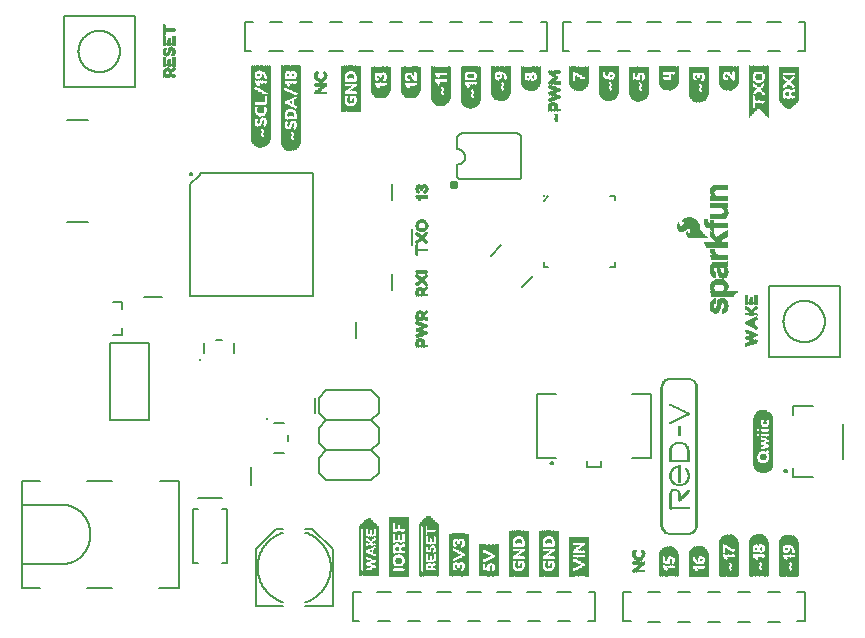
<source format=gto>
G75*
%MOIN*%
%OFA0B0*%
%FSLAX25Y25*%
%IPPOS*%
%LPD*%
%AMOC8*
5,1,8,0,0,1.08239X$1,22.5*
%
%ADD10C,0.00800*%
%ADD11C,0.01000*%
%ADD12R,0.00157X0.16220*%
%ADD13R,0.00157X0.17165*%
%ADD14R,0.00157X0.17795*%
%ADD15R,0.00157X0.18425*%
%ADD16R,0.00157X0.18740*%
%ADD17R,0.00157X0.19055*%
%ADD18R,0.00157X0.11654*%
%ADD19R,0.00157X0.00945*%
%ADD20R,0.00157X0.05669*%
%ADD21R,0.00157X0.04252*%
%ADD22R,0.00157X0.06614*%
%ADD23R,0.00157X0.00630*%
%ADD24R,0.00157X0.03937*%
%ADD25R,0.00157X0.06142*%
%ADD26R,0.00157X0.00472*%
%ADD27R,0.00157X0.05827*%
%ADD28R,0.00157X0.03622*%
%ADD29R,0.00157X0.05984*%
%ADD30R,0.00157X0.03465*%
%ADD31R,0.00157X0.05512*%
%ADD32R,0.00157X0.13858*%
%ADD33R,0.00157X0.03307*%
%ADD34R,0.00157X0.01102*%
%ADD35R,0.00157X0.13701*%
%ADD36R,0.00157X0.01417*%
%ADD37R,0.00157X0.00787*%
%ADD38R,0.00157X0.03780*%
%ADD39R,0.00157X0.01732*%
%ADD40R,0.00157X0.00315*%
%ADD41R,0.00157X0.01890*%
%ADD42R,0.00157X0.02047*%
%ADD43R,0.00157X0.03150*%
%ADD44R,0.00157X0.00157*%
%ADD45R,0.00157X0.04882*%
%ADD46R,0.00157X0.04567*%
%ADD47R,0.00157X0.02992*%
%ADD48R,0.00157X0.01260*%
%ADD49R,0.00157X0.02835*%
%ADD50R,0.00157X0.01575*%
%ADD51R,0.00157X0.19370*%
%ADD52C,0.00010*%
%ADD53R,0.00157X0.09449*%
%ADD54R,0.00157X0.09921*%
%ADD55R,0.00157X0.10236*%
%ADD56R,0.00157X0.10551*%
%ADD57R,0.00157X0.10709*%
%ADD58R,0.00157X0.10866*%
%ADD59R,0.00157X0.11024*%
%ADD60R,0.00157X0.07559*%
%ADD61R,0.00157X0.07244*%
%ADD62R,0.00157X0.02520*%
%ADD63R,0.00157X0.07087*%
%ADD64R,0.00157X0.02205*%
%ADD65R,0.00157X0.06929*%
%ADD66R,0.00157X0.08189*%
%ADD67R,0.00157X0.06772*%
%ADD68R,0.00157X0.09134*%
%ADD69R,0.00157X0.09606*%
%ADD70R,0.00157X0.10394*%
%ADD71R,0.00157X0.02362*%
%ADD72R,0.00157X0.04409*%
%ADD73R,0.00157X0.08031*%
%ADD74R,0.00157X0.07402*%
%ADD75R,0.00157X0.02677*%
%ADD76R,0.00157X0.12126*%
%ADD77R,0.00157X0.12441*%
%ADD78R,0.00157X0.12756*%
%ADD79R,0.00157X0.12913*%
%ADD80R,0.00157X0.13071*%
%ADD81R,0.00157X0.13228*%
%ADD82R,0.00157X0.09764*%
%ADD83R,0.00157X0.07874*%
%ADD84R,0.00157X0.07717*%
%ADD85R,0.00157X0.11181*%
%ADD86R,0.00157X0.11496*%
%ADD87R,0.00157X0.11811*%
%ADD88R,0.00157X0.11969*%
%ADD89R,0.00157X0.12283*%
%ADD90R,0.00157X0.13386*%
%ADD91R,0.00157X0.06457*%
%ADD92R,0.00157X0.06299*%
%ADD93R,0.00157X0.04094*%
%ADD94R,0.00157X0.08819*%
%ADD95R,0.00157X0.05354*%
%ADD96R,0.00157X0.17323*%
%ADD97R,0.00157X0.17480*%
%ADD98R,0.00157X0.17953*%
%ADD99R,0.00157X0.19213*%
%ADD100R,0.00157X0.19528*%
%ADD101R,0.00157X0.18110*%
%ADD102R,0.00157X0.24882*%
%ADD103R,0.00157X0.25354*%
%ADD104R,0.00157X0.25669*%
%ADD105R,0.00157X0.25984*%
%ADD106R,0.00157X0.26142*%
%ADD107R,0.00157X0.26299*%
%ADD108R,0.00157X0.18583*%
%ADD109R,0.00157X0.16693*%
%ADD110R,0.00157X0.08976*%
%ADD111R,0.00157X0.16850*%
%ADD112R,0.00157X0.26614*%
%ADD113R,0.00157X0.26929*%
%ADD114R,0.00157X0.27244*%
%ADD115R,0.00157X0.27402*%
%ADD116R,0.00157X0.27559*%
%ADD117R,0.00157X0.11339*%
%ADD118R,0.00157X0.17638*%
%ADD119R,0.00157X0.09291*%
%ADD120R,0.00157X0.16378*%
%ADD121R,0.00157X0.16535*%
%ADD122R,0.00157X0.17008*%
%ADD123R,0.00157X0.18268*%
%ADD124R,0.00157X0.05039*%
%ADD125R,0.00157X0.05197*%
%ADD126R,0.00157X0.14331*%
%ADD127R,0.00157X0.08346*%
%ADD128R,0.00157X0.08661*%
%ADD129R,0.00157X0.04724*%
%ADD130R,0.00157X0.15276*%
%ADD131R,0.00157X0.19685*%
%ADD132R,0.00157X0.14173*%
%ADD133C,0.00300*%
%ADD134R,0.00157X0.46929*%
%ADD135R,0.00157X0.48110*%
%ADD136R,0.00157X0.48701*%
%ADD137R,0.00118X0.49291*%
%ADD138R,0.00157X0.49685*%
%ADD139R,0.00157X0.01457*%
%ADD140R,0.00118X0.01181*%
%ADD141R,0.00118X0.01299*%
%ADD142R,0.00157X0.01024*%
%ADD143R,0.00157X0.01181*%
%ADD144R,0.00118X0.01024*%
%ADD145R,0.00157X0.00866*%
%ADD146R,0.00157X0.00906*%
%ADD147R,0.00157X0.00748*%
%ADD148R,0.00118X0.00709*%
%ADD149R,0.00118X0.00866*%
%ADD150R,0.00157X0.00709*%
%ADD151R,0.00157X0.04961*%
%ADD152R,0.00157X0.00591*%
%ADD153R,0.00157X0.03504*%
%ADD154R,0.00157X0.00118*%
%ADD155R,0.00118X0.00748*%
%ADD156R,0.00118X0.05512*%
%ADD157R,0.00118X0.02047*%
%ADD158R,0.00118X0.04370*%
%ADD159R,0.00118X0.00591*%
%ADD160R,0.00157X0.02913*%
%ADD161R,0.00157X0.04803*%
%ADD162R,0.00157X0.06260*%
%ADD163R,0.00157X0.05079*%
%ADD164R,0.00118X0.06417*%
%ADD165R,0.00118X0.03937*%
%ADD166R,0.00118X0.05236*%
%ADD167R,0.00157X0.01772*%
%ADD168R,0.00157X0.01299*%
%ADD169R,0.00118X0.01142*%
%ADD170R,0.00157X0.00984*%
%ADD171R,0.00118X0.03661*%
%ADD172R,0.00118X0.02913*%
%ADD173R,0.00157X0.03346*%
%ADD174R,0.00118X0.03189*%
%ADD175R,0.00118X0.05669*%
%ADD176R,0.00118X0.03346*%
%ADD177R,0.00157X0.03071*%
%ADD178R,0.00118X0.00906*%
%ADD179R,0.00157X0.00433*%
%ADD180R,0.00118X0.00984*%
%ADD181R,0.00157X0.01614*%
%ADD182R,0.00118X0.01457*%
%ADD183R,0.00118X0.01575*%
%ADD184R,0.00157X0.05236*%
%ADD185R,0.00118X0.04803*%
%ADD186R,0.00157X0.02795*%
%ADD187R,0.00157X0.04528*%
%ADD188R,0.00157X0.03819*%
%ADD189R,0.00118X0.49449*%
%ADD190R,0.00157X0.48976*%
%ADD191R,0.00157X0.48583*%
%ADD192R,0.00157X0.47717*%
D10*
X0073617Y0109806D02*
X0079522Y0109806D01*
X0073617Y0109806D02*
X0073617Y0117680D01*
X0087396Y0117680D01*
X0095270Y0109806D02*
X0103538Y0109806D01*
X0119286Y0109806D02*
X0125979Y0109806D01*
X0125979Y0145239D01*
X0119680Y0145239D01*
X0132459Y0139522D02*
X0140333Y0139522D01*
X0140333Y0136077D02*
X0142105Y0136077D01*
X0142105Y0117967D01*
X0140333Y0117967D01*
X0132459Y0117967D02*
X0130688Y0117967D01*
X0130688Y0136077D01*
X0132459Y0136077D01*
X0149896Y0144085D02*
X0149896Y0150085D01*
X0157706Y0154585D02*
X0161087Y0154585D01*
X0162187Y0158529D02*
X0162187Y0160642D01*
X0161087Y0164585D02*
X0157706Y0164585D01*
X0171345Y0168070D02*
X0171345Y0173070D01*
X0172664Y0173070D02*
X0172664Y0168070D01*
X0175164Y0165570D01*
X0190164Y0165570D01*
X0192664Y0163070D01*
X0192664Y0158070D01*
X0190164Y0155570D01*
X0175164Y0155570D01*
X0172664Y0153070D01*
X0172664Y0148070D01*
X0175164Y0145570D01*
X0190164Y0145570D01*
X0192664Y0148070D01*
X0192664Y0153070D01*
X0190164Y0155570D01*
X0190164Y0165570D02*
X0192664Y0168070D01*
X0192664Y0173070D01*
X0190164Y0175570D01*
X0175164Y0175570D01*
X0172664Y0173070D01*
X0175164Y0165570D02*
X0172664Y0163070D01*
X0172664Y0158070D01*
X0175164Y0155570D01*
X0170499Y0129318D02*
X0168136Y0129318D01*
X0170499Y0129318D02*
X0177192Y0122625D01*
X0177192Y0103727D01*
X0168136Y0103727D01*
X0160656Y0103727D02*
X0151601Y0103727D01*
X0151601Y0122625D01*
X0158294Y0129318D01*
X0160656Y0129318D01*
X0168136Y0128137D02*
X0168419Y0128042D01*
X0168700Y0127940D01*
X0168977Y0127831D01*
X0169253Y0127716D01*
X0169525Y0127594D01*
X0169794Y0127465D01*
X0170060Y0127330D01*
X0170322Y0127188D01*
X0170581Y0127040D01*
X0170837Y0126886D01*
X0171088Y0126725D01*
X0171336Y0126558D01*
X0171579Y0126386D01*
X0171818Y0126207D01*
X0172053Y0126023D01*
X0172283Y0125833D01*
X0172508Y0125637D01*
X0172728Y0125436D01*
X0172944Y0125230D01*
X0173154Y0125018D01*
X0173359Y0124802D01*
X0173559Y0124580D01*
X0173753Y0124353D01*
X0173942Y0124122D01*
X0174125Y0123887D01*
X0174302Y0123647D01*
X0174473Y0123402D01*
X0174638Y0123154D01*
X0174797Y0122901D01*
X0174950Y0122645D01*
X0175097Y0122385D01*
X0175237Y0122122D01*
X0175371Y0121855D01*
X0175498Y0121585D01*
X0175618Y0121312D01*
X0175732Y0121037D01*
X0175839Y0120758D01*
X0175939Y0120477D01*
X0176032Y0120194D01*
X0176119Y0119908D01*
X0176198Y0119620D01*
X0176270Y0119331D01*
X0176335Y0119040D01*
X0176393Y0118747D01*
X0176444Y0118453D01*
X0176488Y0118158D01*
X0176524Y0117862D01*
X0176553Y0117565D01*
X0176575Y0117267D01*
X0176590Y0116969D01*
X0176597Y0116671D01*
X0176597Y0116373D01*
X0176590Y0116075D01*
X0176575Y0115777D01*
X0176553Y0115479D01*
X0176524Y0115182D01*
X0176488Y0114886D01*
X0176444Y0114591D01*
X0176393Y0114297D01*
X0176335Y0114004D01*
X0176270Y0113713D01*
X0176198Y0113424D01*
X0176119Y0113136D01*
X0176032Y0112850D01*
X0175939Y0112567D01*
X0175839Y0112286D01*
X0175732Y0112007D01*
X0175618Y0111732D01*
X0175498Y0111459D01*
X0175371Y0111189D01*
X0175237Y0110922D01*
X0175097Y0110659D01*
X0174950Y0110399D01*
X0174797Y0110143D01*
X0174638Y0109890D01*
X0174473Y0109642D01*
X0174302Y0109397D01*
X0174125Y0109157D01*
X0173942Y0108922D01*
X0173753Y0108691D01*
X0173559Y0108464D01*
X0173359Y0108242D01*
X0173154Y0108026D01*
X0172944Y0107814D01*
X0172728Y0107608D01*
X0172508Y0107407D01*
X0172283Y0107211D01*
X0172053Y0107021D01*
X0171818Y0106837D01*
X0171579Y0106658D01*
X0171336Y0106486D01*
X0171088Y0106319D01*
X0170837Y0106158D01*
X0170581Y0106004D01*
X0170322Y0105856D01*
X0170060Y0105714D01*
X0169794Y0105579D01*
X0169525Y0105450D01*
X0169253Y0105328D01*
X0168977Y0105213D01*
X0168700Y0105104D01*
X0168419Y0105002D01*
X0168136Y0104907D01*
X0160656Y0104907D02*
X0160373Y0105002D01*
X0160092Y0105104D01*
X0159815Y0105213D01*
X0159539Y0105328D01*
X0159267Y0105450D01*
X0158998Y0105579D01*
X0158732Y0105714D01*
X0158470Y0105856D01*
X0158211Y0106004D01*
X0157955Y0106158D01*
X0157704Y0106319D01*
X0157456Y0106486D01*
X0157213Y0106658D01*
X0156974Y0106837D01*
X0156739Y0107021D01*
X0156509Y0107211D01*
X0156284Y0107407D01*
X0156064Y0107608D01*
X0155848Y0107814D01*
X0155638Y0108026D01*
X0155433Y0108242D01*
X0155233Y0108464D01*
X0155039Y0108691D01*
X0154850Y0108922D01*
X0154667Y0109157D01*
X0154490Y0109397D01*
X0154319Y0109642D01*
X0154154Y0109890D01*
X0153995Y0110143D01*
X0153842Y0110399D01*
X0153695Y0110659D01*
X0153555Y0110922D01*
X0153421Y0111189D01*
X0153294Y0111459D01*
X0153174Y0111732D01*
X0153060Y0112007D01*
X0152953Y0112286D01*
X0152853Y0112567D01*
X0152760Y0112850D01*
X0152673Y0113136D01*
X0152594Y0113424D01*
X0152522Y0113713D01*
X0152457Y0114004D01*
X0152399Y0114297D01*
X0152348Y0114591D01*
X0152304Y0114886D01*
X0152268Y0115182D01*
X0152239Y0115479D01*
X0152217Y0115777D01*
X0152202Y0116075D01*
X0152195Y0116373D01*
X0152195Y0116671D01*
X0152202Y0116969D01*
X0152217Y0117267D01*
X0152239Y0117565D01*
X0152268Y0117862D01*
X0152304Y0118158D01*
X0152348Y0118453D01*
X0152399Y0118747D01*
X0152457Y0119040D01*
X0152522Y0119331D01*
X0152594Y0119620D01*
X0152673Y0119908D01*
X0152760Y0120194D01*
X0152853Y0120477D01*
X0152953Y0120758D01*
X0153060Y0121037D01*
X0153174Y0121312D01*
X0153294Y0121585D01*
X0153421Y0121855D01*
X0153555Y0122122D01*
X0153695Y0122385D01*
X0153842Y0122645D01*
X0153995Y0122901D01*
X0154154Y0123154D01*
X0154319Y0123402D01*
X0154490Y0123647D01*
X0154667Y0123887D01*
X0154850Y0124122D01*
X0155039Y0124353D01*
X0155233Y0124580D01*
X0155433Y0124802D01*
X0155638Y0125018D01*
X0155848Y0125230D01*
X0156064Y0125436D01*
X0156284Y0125637D01*
X0156509Y0125833D01*
X0156739Y0126023D01*
X0156974Y0126207D01*
X0157213Y0126386D01*
X0157456Y0126558D01*
X0157704Y0126725D01*
X0157955Y0126886D01*
X0158211Y0127040D01*
X0158470Y0127188D01*
X0158732Y0127330D01*
X0158998Y0127465D01*
X0159267Y0127594D01*
X0159539Y0127716D01*
X0159815Y0127831D01*
X0160092Y0127940D01*
X0160373Y0128042D01*
X0160656Y0128137D01*
X0184003Y0108444D02*
X0186550Y0108444D01*
X0184003Y0108444D02*
X0184003Y0098601D01*
X0186050Y0098601D01*
X0192503Y0098601D02*
X0196290Y0098601D01*
X0202503Y0098601D02*
X0206290Y0098601D01*
X0212503Y0098601D02*
X0216290Y0098601D01*
X0222503Y0098601D02*
X0226290Y0098601D01*
X0232503Y0098601D02*
X0236290Y0098601D01*
X0242503Y0098601D02*
X0246290Y0098601D01*
X0252503Y0098601D02*
X0256290Y0098601D01*
X0262243Y0098601D02*
X0264790Y0098601D01*
X0264790Y0108444D01*
X0262743Y0108444D01*
X0256629Y0108444D02*
X0252164Y0108444D01*
X0246629Y0108444D02*
X0242164Y0108444D01*
X0236629Y0108444D02*
X0232164Y0108444D01*
X0226629Y0108444D02*
X0222164Y0108444D01*
X0216629Y0108444D02*
X0212164Y0108444D01*
X0206629Y0108444D02*
X0202164Y0108444D01*
X0196629Y0108444D02*
X0192164Y0108444D01*
X0245499Y0152892D02*
X0251798Y0152892D01*
X0249829Y0151318D02*
X0249831Y0151357D01*
X0249837Y0151396D01*
X0249847Y0151434D01*
X0249860Y0151471D01*
X0249877Y0151506D01*
X0249897Y0151540D01*
X0249921Y0151571D01*
X0249948Y0151600D01*
X0249977Y0151626D01*
X0250009Y0151649D01*
X0250043Y0151669D01*
X0250079Y0151685D01*
X0250116Y0151697D01*
X0250155Y0151706D01*
X0250194Y0151711D01*
X0250233Y0151712D01*
X0250272Y0151709D01*
X0250311Y0151702D01*
X0250348Y0151691D01*
X0250385Y0151677D01*
X0250420Y0151659D01*
X0250453Y0151638D01*
X0250484Y0151613D01*
X0250512Y0151586D01*
X0250537Y0151556D01*
X0250559Y0151523D01*
X0250578Y0151489D01*
X0250593Y0151453D01*
X0250605Y0151415D01*
X0250613Y0151377D01*
X0250617Y0151338D01*
X0250617Y0151298D01*
X0250613Y0151259D01*
X0250605Y0151221D01*
X0250593Y0151183D01*
X0250578Y0151147D01*
X0250559Y0151113D01*
X0250537Y0151080D01*
X0250512Y0151050D01*
X0250484Y0151023D01*
X0250453Y0150998D01*
X0250420Y0150977D01*
X0250385Y0150959D01*
X0250348Y0150945D01*
X0250311Y0150934D01*
X0250272Y0150927D01*
X0250233Y0150924D01*
X0250194Y0150925D01*
X0250155Y0150930D01*
X0250116Y0150939D01*
X0250079Y0150951D01*
X0250043Y0150967D01*
X0250009Y0150987D01*
X0249977Y0151010D01*
X0249948Y0151036D01*
X0249921Y0151065D01*
X0249897Y0151096D01*
X0249877Y0151130D01*
X0249860Y0151165D01*
X0249847Y0151202D01*
X0249837Y0151240D01*
X0249831Y0151279D01*
X0249829Y0151318D01*
X0245499Y0152892D02*
X0245499Y0174152D01*
X0251798Y0174152D01*
X0262034Y0152105D02*
X0262034Y0150136D01*
X0266759Y0150136D01*
X0266759Y0152105D01*
X0276995Y0152892D02*
X0283294Y0152892D01*
X0283294Y0174152D01*
X0276995Y0174152D01*
X0322585Y0186711D02*
X0322585Y0210333D01*
X0346207Y0210333D01*
X0346207Y0186711D01*
X0322585Y0186711D01*
X0327506Y0198522D02*
X0327508Y0198691D01*
X0327514Y0198860D01*
X0327525Y0199029D01*
X0327539Y0199197D01*
X0327558Y0199365D01*
X0327581Y0199533D01*
X0327607Y0199700D01*
X0327638Y0199866D01*
X0327673Y0200032D01*
X0327712Y0200196D01*
X0327756Y0200360D01*
X0327803Y0200522D01*
X0327854Y0200683D01*
X0327909Y0200843D01*
X0327968Y0201002D01*
X0328030Y0201159D01*
X0328097Y0201314D01*
X0328168Y0201468D01*
X0328242Y0201620D01*
X0328320Y0201770D01*
X0328401Y0201918D01*
X0328486Y0202064D01*
X0328575Y0202208D01*
X0328667Y0202350D01*
X0328763Y0202489D01*
X0328862Y0202626D01*
X0328964Y0202761D01*
X0329070Y0202893D01*
X0329179Y0203022D01*
X0329291Y0203149D01*
X0329406Y0203273D01*
X0329524Y0203394D01*
X0329645Y0203512D01*
X0329769Y0203627D01*
X0329896Y0203739D01*
X0330025Y0203848D01*
X0330157Y0203954D01*
X0330292Y0204056D01*
X0330429Y0204155D01*
X0330568Y0204251D01*
X0330710Y0204343D01*
X0330854Y0204432D01*
X0331000Y0204517D01*
X0331148Y0204598D01*
X0331298Y0204676D01*
X0331450Y0204750D01*
X0331604Y0204821D01*
X0331759Y0204888D01*
X0331916Y0204950D01*
X0332075Y0205009D01*
X0332235Y0205064D01*
X0332396Y0205115D01*
X0332558Y0205162D01*
X0332722Y0205206D01*
X0332886Y0205245D01*
X0333052Y0205280D01*
X0333218Y0205311D01*
X0333385Y0205337D01*
X0333553Y0205360D01*
X0333721Y0205379D01*
X0333889Y0205393D01*
X0334058Y0205404D01*
X0334227Y0205410D01*
X0334396Y0205412D01*
X0334565Y0205410D01*
X0334734Y0205404D01*
X0334903Y0205393D01*
X0335071Y0205379D01*
X0335239Y0205360D01*
X0335407Y0205337D01*
X0335574Y0205311D01*
X0335740Y0205280D01*
X0335906Y0205245D01*
X0336070Y0205206D01*
X0336234Y0205162D01*
X0336396Y0205115D01*
X0336557Y0205064D01*
X0336717Y0205009D01*
X0336876Y0204950D01*
X0337033Y0204888D01*
X0337188Y0204821D01*
X0337342Y0204750D01*
X0337494Y0204676D01*
X0337644Y0204598D01*
X0337792Y0204517D01*
X0337938Y0204432D01*
X0338082Y0204343D01*
X0338224Y0204251D01*
X0338363Y0204155D01*
X0338500Y0204056D01*
X0338635Y0203954D01*
X0338767Y0203848D01*
X0338896Y0203739D01*
X0339023Y0203627D01*
X0339147Y0203512D01*
X0339268Y0203394D01*
X0339386Y0203273D01*
X0339501Y0203149D01*
X0339613Y0203022D01*
X0339722Y0202893D01*
X0339828Y0202761D01*
X0339930Y0202626D01*
X0340029Y0202489D01*
X0340125Y0202350D01*
X0340217Y0202208D01*
X0340306Y0202064D01*
X0340391Y0201918D01*
X0340472Y0201770D01*
X0340550Y0201620D01*
X0340624Y0201468D01*
X0340695Y0201314D01*
X0340762Y0201159D01*
X0340824Y0201002D01*
X0340883Y0200843D01*
X0340938Y0200683D01*
X0340989Y0200522D01*
X0341036Y0200360D01*
X0341080Y0200196D01*
X0341119Y0200032D01*
X0341154Y0199866D01*
X0341185Y0199700D01*
X0341211Y0199533D01*
X0341234Y0199365D01*
X0341253Y0199197D01*
X0341267Y0199029D01*
X0341278Y0198860D01*
X0341284Y0198691D01*
X0341286Y0198522D01*
X0341284Y0198353D01*
X0341278Y0198184D01*
X0341267Y0198015D01*
X0341253Y0197847D01*
X0341234Y0197679D01*
X0341211Y0197511D01*
X0341185Y0197344D01*
X0341154Y0197178D01*
X0341119Y0197012D01*
X0341080Y0196848D01*
X0341036Y0196684D01*
X0340989Y0196522D01*
X0340938Y0196361D01*
X0340883Y0196201D01*
X0340824Y0196042D01*
X0340762Y0195885D01*
X0340695Y0195730D01*
X0340624Y0195576D01*
X0340550Y0195424D01*
X0340472Y0195274D01*
X0340391Y0195126D01*
X0340306Y0194980D01*
X0340217Y0194836D01*
X0340125Y0194694D01*
X0340029Y0194555D01*
X0339930Y0194418D01*
X0339828Y0194283D01*
X0339722Y0194151D01*
X0339613Y0194022D01*
X0339501Y0193895D01*
X0339386Y0193771D01*
X0339268Y0193650D01*
X0339147Y0193532D01*
X0339023Y0193417D01*
X0338896Y0193305D01*
X0338767Y0193196D01*
X0338635Y0193090D01*
X0338500Y0192988D01*
X0338363Y0192889D01*
X0338224Y0192793D01*
X0338082Y0192701D01*
X0337938Y0192612D01*
X0337792Y0192527D01*
X0337644Y0192446D01*
X0337494Y0192368D01*
X0337342Y0192294D01*
X0337188Y0192223D01*
X0337033Y0192156D01*
X0336876Y0192094D01*
X0336717Y0192035D01*
X0336557Y0191980D01*
X0336396Y0191929D01*
X0336234Y0191882D01*
X0336070Y0191838D01*
X0335906Y0191799D01*
X0335740Y0191764D01*
X0335574Y0191733D01*
X0335407Y0191707D01*
X0335239Y0191684D01*
X0335071Y0191665D01*
X0334903Y0191651D01*
X0334734Y0191640D01*
X0334565Y0191634D01*
X0334396Y0191632D01*
X0334227Y0191634D01*
X0334058Y0191640D01*
X0333889Y0191651D01*
X0333721Y0191665D01*
X0333553Y0191684D01*
X0333385Y0191707D01*
X0333218Y0191733D01*
X0333052Y0191764D01*
X0332886Y0191799D01*
X0332722Y0191838D01*
X0332558Y0191882D01*
X0332396Y0191929D01*
X0332235Y0191980D01*
X0332075Y0192035D01*
X0331916Y0192094D01*
X0331759Y0192156D01*
X0331604Y0192223D01*
X0331450Y0192294D01*
X0331298Y0192368D01*
X0331148Y0192446D01*
X0331000Y0192527D01*
X0330854Y0192612D01*
X0330710Y0192701D01*
X0330568Y0192793D01*
X0330429Y0192889D01*
X0330292Y0192988D01*
X0330157Y0193090D01*
X0330025Y0193196D01*
X0329896Y0193305D01*
X0329769Y0193417D01*
X0329645Y0193532D01*
X0329524Y0193650D01*
X0329406Y0193771D01*
X0329291Y0193895D01*
X0329179Y0194022D01*
X0329070Y0194151D01*
X0328964Y0194283D01*
X0328862Y0194418D01*
X0328763Y0194555D01*
X0328667Y0194694D01*
X0328575Y0194836D01*
X0328486Y0194980D01*
X0328401Y0195126D01*
X0328320Y0195274D01*
X0328242Y0195424D01*
X0328168Y0195576D01*
X0328097Y0195730D01*
X0328030Y0195885D01*
X0327968Y0196042D01*
X0327909Y0196201D01*
X0327854Y0196361D01*
X0327803Y0196522D01*
X0327756Y0196684D01*
X0327712Y0196848D01*
X0327673Y0197012D01*
X0327638Y0197178D01*
X0327607Y0197344D01*
X0327581Y0197511D01*
X0327558Y0197679D01*
X0327539Y0197847D01*
X0327525Y0198015D01*
X0327514Y0198184D01*
X0327508Y0198353D01*
X0327506Y0198522D01*
X0330774Y0170333D02*
X0337270Y0170333D01*
X0330774Y0170333D02*
X0330774Y0167381D01*
X0347507Y0164428D02*
X0347507Y0152617D01*
X0337270Y0146711D02*
X0330774Y0146711D01*
X0330774Y0149664D01*
X0327815Y0148680D02*
X0327817Y0148720D01*
X0327823Y0148759D01*
X0327833Y0148798D01*
X0327846Y0148835D01*
X0327864Y0148871D01*
X0327885Y0148905D01*
X0327909Y0148937D01*
X0327936Y0148966D01*
X0327966Y0148993D01*
X0327998Y0149016D01*
X0328033Y0149036D01*
X0328069Y0149052D01*
X0328107Y0149065D01*
X0328146Y0149074D01*
X0328185Y0149079D01*
X0328225Y0149080D01*
X0328265Y0149077D01*
X0328304Y0149070D01*
X0328342Y0149059D01*
X0328380Y0149045D01*
X0328415Y0149026D01*
X0328448Y0149005D01*
X0328480Y0148980D01*
X0328508Y0148952D01*
X0328534Y0148922D01*
X0328556Y0148889D01*
X0328575Y0148854D01*
X0328591Y0148817D01*
X0328603Y0148779D01*
X0328611Y0148740D01*
X0328615Y0148700D01*
X0328615Y0148660D01*
X0328611Y0148620D01*
X0328603Y0148581D01*
X0328591Y0148543D01*
X0328575Y0148506D01*
X0328556Y0148471D01*
X0328534Y0148438D01*
X0328508Y0148408D01*
X0328480Y0148380D01*
X0328448Y0148355D01*
X0328415Y0148334D01*
X0328380Y0148315D01*
X0328342Y0148301D01*
X0328304Y0148290D01*
X0328265Y0148283D01*
X0328225Y0148280D01*
X0328185Y0148281D01*
X0328146Y0148286D01*
X0328107Y0148295D01*
X0328069Y0148308D01*
X0328033Y0148324D01*
X0327998Y0148344D01*
X0327966Y0148367D01*
X0327936Y0148394D01*
X0327909Y0148423D01*
X0327885Y0148455D01*
X0327864Y0148489D01*
X0327846Y0148525D01*
X0327833Y0148562D01*
X0327823Y0148601D01*
X0327817Y0148640D01*
X0327815Y0148680D01*
X0326290Y0108444D02*
X0322503Y0108444D01*
X0316290Y0108444D02*
X0312503Y0108444D01*
X0306290Y0108444D02*
X0302503Y0108444D01*
X0296290Y0108444D02*
X0292503Y0108444D01*
X0286290Y0108444D02*
X0282503Y0108444D01*
X0276522Y0108444D02*
X0274003Y0108444D01*
X0274003Y0098601D01*
X0276522Y0098601D01*
X0282503Y0098444D02*
X0286290Y0098444D01*
X0292503Y0098444D02*
X0296290Y0098444D01*
X0302503Y0098444D02*
X0306290Y0098444D01*
X0312503Y0098444D02*
X0316290Y0098444D01*
X0322503Y0098444D02*
X0326290Y0098444D01*
X0332152Y0098601D02*
X0334790Y0098601D01*
X0334790Y0108444D01*
X0332152Y0108444D01*
X0240289Y0209954D02*
X0243908Y0213573D01*
X0247585Y0216711D02*
X0249062Y0216711D01*
X0247585Y0216711D02*
X0247585Y0218188D01*
X0233469Y0224013D02*
X0229850Y0220393D01*
X0247585Y0238759D02*
X0249160Y0240333D01*
X0240096Y0247360D02*
X0240096Y0259685D01*
X0240097Y0259685D02*
X0240095Y0259761D01*
X0240089Y0259836D01*
X0240080Y0259912D01*
X0240066Y0259987D01*
X0240049Y0260061D01*
X0240028Y0260134D01*
X0240004Y0260206D01*
X0239976Y0260276D01*
X0239944Y0260345D01*
X0239909Y0260413D01*
X0239870Y0260478D01*
X0239828Y0260542D01*
X0239783Y0260603D01*
X0239735Y0260662D01*
X0239684Y0260718D01*
X0239630Y0260772D01*
X0239574Y0260823D01*
X0239515Y0260871D01*
X0239454Y0260916D01*
X0239390Y0260958D01*
X0239325Y0260997D01*
X0239257Y0261032D01*
X0239188Y0261064D01*
X0239118Y0261092D01*
X0239046Y0261116D01*
X0238973Y0261137D01*
X0238899Y0261154D01*
X0238824Y0261168D01*
X0238748Y0261177D01*
X0238673Y0261183D01*
X0238597Y0261185D01*
X0238596Y0261185D02*
X0220196Y0261185D01*
X0220197Y0261185D02*
X0220116Y0261173D01*
X0220036Y0261158D01*
X0219957Y0261139D01*
X0219879Y0261117D01*
X0219802Y0261090D01*
X0219726Y0261061D01*
X0219652Y0261027D01*
X0219580Y0260990D01*
X0219509Y0260950D01*
X0219441Y0260906D01*
X0219374Y0260859D01*
X0219310Y0260809D01*
X0219249Y0260756D01*
X0219190Y0260700D01*
X0219133Y0260641D01*
X0219080Y0260580D01*
X0219029Y0260516D01*
X0218982Y0260450D01*
X0218938Y0260382D01*
X0218897Y0260312D01*
X0218859Y0260240D01*
X0218825Y0260166D01*
X0218795Y0260090D01*
X0218768Y0260014D01*
X0218745Y0259936D01*
X0218725Y0259857D01*
X0218710Y0259777D01*
X0218698Y0259696D01*
X0218690Y0259616D01*
X0218686Y0259534D01*
X0218685Y0259453D01*
X0218689Y0259372D01*
X0218696Y0259291D01*
X0218696Y0259241D02*
X0218696Y0255922D01*
X0218896Y0255922D02*
X0218994Y0255920D01*
X0219092Y0255914D01*
X0219190Y0255905D01*
X0219287Y0255891D01*
X0219384Y0255874D01*
X0219480Y0255853D01*
X0219575Y0255828D01*
X0219669Y0255800D01*
X0219761Y0255767D01*
X0219853Y0255732D01*
X0219943Y0255692D01*
X0220031Y0255650D01*
X0220118Y0255603D01*
X0220202Y0255554D01*
X0220285Y0255501D01*
X0220365Y0255445D01*
X0220444Y0255385D01*
X0220520Y0255323D01*
X0220593Y0255258D01*
X0220664Y0255190D01*
X0220732Y0255119D01*
X0220797Y0255046D01*
X0220859Y0254970D01*
X0220919Y0254891D01*
X0220975Y0254811D01*
X0221028Y0254728D01*
X0221077Y0254644D01*
X0221124Y0254557D01*
X0221166Y0254469D01*
X0221206Y0254379D01*
X0221241Y0254287D01*
X0221274Y0254195D01*
X0221302Y0254101D01*
X0221327Y0254006D01*
X0221348Y0253910D01*
X0221365Y0253813D01*
X0221379Y0253716D01*
X0221388Y0253618D01*
X0221394Y0253520D01*
X0221396Y0253422D01*
X0221394Y0253324D01*
X0221388Y0253226D01*
X0221379Y0253128D01*
X0221365Y0253031D01*
X0221348Y0252934D01*
X0221327Y0252838D01*
X0221302Y0252743D01*
X0221274Y0252649D01*
X0221241Y0252557D01*
X0221206Y0252465D01*
X0221166Y0252375D01*
X0221124Y0252287D01*
X0221077Y0252200D01*
X0221028Y0252116D01*
X0220975Y0252033D01*
X0220919Y0251953D01*
X0220859Y0251874D01*
X0220797Y0251798D01*
X0220732Y0251725D01*
X0220664Y0251654D01*
X0220593Y0251586D01*
X0220520Y0251521D01*
X0220444Y0251459D01*
X0220365Y0251399D01*
X0220285Y0251343D01*
X0220202Y0251290D01*
X0220118Y0251241D01*
X0220031Y0251194D01*
X0219943Y0251152D01*
X0219853Y0251112D01*
X0219761Y0251077D01*
X0219669Y0251044D01*
X0219575Y0251016D01*
X0219480Y0250991D01*
X0219384Y0250970D01*
X0219287Y0250953D01*
X0219190Y0250939D01*
X0219092Y0250930D01*
X0218994Y0250924D01*
X0218896Y0250922D01*
X0218696Y0250922D02*
X0218696Y0246966D01*
X0218697Y0246966D02*
X0218709Y0246896D01*
X0218726Y0246826D01*
X0218746Y0246758D01*
X0218769Y0246690D01*
X0218797Y0246624D01*
X0218828Y0246560D01*
X0218862Y0246498D01*
X0218900Y0246437D01*
X0218940Y0246378D01*
X0218984Y0246322D01*
X0219031Y0246269D01*
X0219081Y0246217D01*
X0219134Y0246169D01*
X0219189Y0246124D01*
X0219246Y0246081D01*
X0219306Y0246042D01*
X0219368Y0246006D01*
X0219431Y0245974D01*
X0219496Y0245945D01*
X0219563Y0245919D01*
X0219631Y0245897D01*
X0219700Y0245879D01*
X0219770Y0245865D01*
X0219841Y0245855D01*
X0219912Y0245848D01*
X0219983Y0245845D01*
X0220054Y0245846D01*
X0220126Y0245851D01*
X0220196Y0245860D01*
X0238990Y0245860D01*
X0239060Y0245872D01*
X0239130Y0245889D01*
X0239198Y0245909D01*
X0239265Y0245933D01*
X0239331Y0245960D01*
X0239396Y0245991D01*
X0239458Y0246025D01*
X0239519Y0246063D01*
X0239577Y0246104D01*
X0239634Y0246148D01*
X0239687Y0246195D01*
X0239738Y0246245D01*
X0239787Y0246297D01*
X0239832Y0246352D01*
X0239875Y0246410D01*
X0239914Y0246469D01*
X0239950Y0246531D01*
X0239982Y0246595D01*
X0240011Y0246660D01*
X0240037Y0246726D01*
X0240058Y0246794D01*
X0240077Y0246864D01*
X0240091Y0246933D01*
X0240101Y0247004D01*
X0240108Y0247075D01*
X0240111Y0247146D01*
X0240110Y0247218D01*
X0240105Y0247289D01*
X0240096Y0247360D01*
X0269731Y0240333D02*
X0271207Y0240333D01*
X0271207Y0238857D01*
X0271207Y0218188D02*
X0271207Y0216711D01*
X0269731Y0216711D01*
X0203845Y0223835D02*
X0203845Y0229209D01*
X0196945Y0238835D02*
X0196945Y0244209D01*
X0170735Y0247853D02*
X0133333Y0247853D01*
X0132546Y0247066D01*
X0129790Y0244310D01*
X0129790Y0206908D01*
X0170735Y0206908D01*
X0170735Y0247853D01*
X0129593Y0247656D02*
X0129595Y0247695D01*
X0129601Y0247734D01*
X0129611Y0247772D01*
X0129624Y0247809D01*
X0129641Y0247844D01*
X0129661Y0247878D01*
X0129685Y0247909D01*
X0129712Y0247938D01*
X0129741Y0247964D01*
X0129773Y0247987D01*
X0129807Y0248007D01*
X0129843Y0248023D01*
X0129880Y0248035D01*
X0129919Y0248044D01*
X0129958Y0248049D01*
X0129997Y0248050D01*
X0130036Y0248047D01*
X0130075Y0248040D01*
X0130112Y0248029D01*
X0130149Y0248015D01*
X0130184Y0247997D01*
X0130217Y0247976D01*
X0130248Y0247951D01*
X0130276Y0247924D01*
X0130301Y0247894D01*
X0130323Y0247861D01*
X0130342Y0247827D01*
X0130357Y0247791D01*
X0130369Y0247753D01*
X0130377Y0247715D01*
X0130381Y0247676D01*
X0130381Y0247636D01*
X0130377Y0247597D01*
X0130369Y0247559D01*
X0130357Y0247521D01*
X0130342Y0247485D01*
X0130323Y0247451D01*
X0130301Y0247418D01*
X0130276Y0247388D01*
X0130248Y0247361D01*
X0130217Y0247336D01*
X0130184Y0247315D01*
X0130149Y0247297D01*
X0130112Y0247283D01*
X0130075Y0247272D01*
X0130036Y0247265D01*
X0129997Y0247262D01*
X0129958Y0247263D01*
X0129919Y0247268D01*
X0129880Y0247277D01*
X0129843Y0247289D01*
X0129807Y0247305D01*
X0129773Y0247325D01*
X0129741Y0247348D01*
X0129712Y0247374D01*
X0129685Y0247403D01*
X0129661Y0247434D01*
X0129641Y0247468D01*
X0129624Y0247503D01*
X0129611Y0247540D01*
X0129601Y0247578D01*
X0129595Y0247617D01*
X0129593Y0247656D01*
X0111207Y0276711D02*
X0111207Y0300333D01*
X0087585Y0300333D01*
X0087585Y0276711D01*
X0111207Y0276711D01*
X0092506Y0288522D02*
X0092508Y0288691D01*
X0092514Y0288860D01*
X0092525Y0289029D01*
X0092539Y0289197D01*
X0092558Y0289365D01*
X0092581Y0289533D01*
X0092607Y0289700D01*
X0092638Y0289866D01*
X0092673Y0290032D01*
X0092712Y0290196D01*
X0092756Y0290360D01*
X0092803Y0290522D01*
X0092854Y0290683D01*
X0092909Y0290843D01*
X0092968Y0291002D01*
X0093030Y0291159D01*
X0093097Y0291314D01*
X0093168Y0291468D01*
X0093242Y0291620D01*
X0093320Y0291770D01*
X0093401Y0291918D01*
X0093486Y0292064D01*
X0093575Y0292208D01*
X0093667Y0292350D01*
X0093763Y0292489D01*
X0093862Y0292626D01*
X0093964Y0292761D01*
X0094070Y0292893D01*
X0094179Y0293022D01*
X0094291Y0293149D01*
X0094406Y0293273D01*
X0094524Y0293394D01*
X0094645Y0293512D01*
X0094769Y0293627D01*
X0094896Y0293739D01*
X0095025Y0293848D01*
X0095157Y0293954D01*
X0095292Y0294056D01*
X0095429Y0294155D01*
X0095568Y0294251D01*
X0095710Y0294343D01*
X0095854Y0294432D01*
X0096000Y0294517D01*
X0096148Y0294598D01*
X0096298Y0294676D01*
X0096450Y0294750D01*
X0096604Y0294821D01*
X0096759Y0294888D01*
X0096916Y0294950D01*
X0097075Y0295009D01*
X0097235Y0295064D01*
X0097396Y0295115D01*
X0097558Y0295162D01*
X0097722Y0295206D01*
X0097886Y0295245D01*
X0098052Y0295280D01*
X0098218Y0295311D01*
X0098385Y0295337D01*
X0098553Y0295360D01*
X0098721Y0295379D01*
X0098889Y0295393D01*
X0099058Y0295404D01*
X0099227Y0295410D01*
X0099396Y0295412D01*
X0099565Y0295410D01*
X0099734Y0295404D01*
X0099903Y0295393D01*
X0100071Y0295379D01*
X0100239Y0295360D01*
X0100407Y0295337D01*
X0100574Y0295311D01*
X0100740Y0295280D01*
X0100906Y0295245D01*
X0101070Y0295206D01*
X0101234Y0295162D01*
X0101396Y0295115D01*
X0101557Y0295064D01*
X0101717Y0295009D01*
X0101876Y0294950D01*
X0102033Y0294888D01*
X0102188Y0294821D01*
X0102342Y0294750D01*
X0102494Y0294676D01*
X0102644Y0294598D01*
X0102792Y0294517D01*
X0102938Y0294432D01*
X0103082Y0294343D01*
X0103224Y0294251D01*
X0103363Y0294155D01*
X0103500Y0294056D01*
X0103635Y0293954D01*
X0103767Y0293848D01*
X0103896Y0293739D01*
X0104023Y0293627D01*
X0104147Y0293512D01*
X0104268Y0293394D01*
X0104386Y0293273D01*
X0104501Y0293149D01*
X0104613Y0293022D01*
X0104722Y0292893D01*
X0104828Y0292761D01*
X0104930Y0292626D01*
X0105029Y0292489D01*
X0105125Y0292350D01*
X0105217Y0292208D01*
X0105306Y0292064D01*
X0105391Y0291918D01*
X0105472Y0291770D01*
X0105550Y0291620D01*
X0105624Y0291468D01*
X0105695Y0291314D01*
X0105762Y0291159D01*
X0105824Y0291002D01*
X0105883Y0290843D01*
X0105938Y0290683D01*
X0105989Y0290522D01*
X0106036Y0290360D01*
X0106080Y0290196D01*
X0106119Y0290032D01*
X0106154Y0289866D01*
X0106185Y0289700D01*
X0106211Y0289533D01*
X0106234Y0289365D01*
X0106253Y0289197D01*
X0106267Y0289029D01*
X0106278Y0288860D01*
X0106284Y0288691D01*
X0106286Y0288522D01*
X0106284Y0288353D01*
X0106278Y0288184D01*
X0106267Y0288015D01*
X0106253Y0287847D01*
X0106234Y0287679D01*
X0106211Y0287511D01*
X0106185Y0287344D01*
X0106154Y0287178D01*
X0106119Y0287012D01*
X0106080Y0286848D01*
X0106036Y0286684D01*
X0105989Y0286522D01*
X0105938Y0286361D01*
X0105883Y0286201D01*
X0105824Y0286042D01*
X0105762Y0285885D01*
X0105695Y0285730D01*
X0105624Y0285576D01*
X0105550Y0285424D01*
X0105472Y0285274D01*
X0105391Y0285126D01*
X0105306Y0284980D01*
X0105217Y0284836D01*
X0105125Y0284694D01*
X0105029Y0284555D01*
X0104930Y0284418D01*
X0104828Y0284283D01*
X0104722Y0284151D01*
X0104613Y0284022D01*
X0104501Y0283895D01*
X0104386Y0283771D01*
X0104268Y0283650D01*
X0104147Y0283532D01*
X0104023Y0283417D01*
X0103896Y0283305D01*
X0103767Y0283196D01*
X0103635Y0283090D01*
X0103500Y0282988D01*
X0103363Y0282889D01*
X0103224Y0282793D01*
X0103082Y0282701D01*
X0102938Y0282612D01*
X0102792Y0282527D01*
X0102644Y0282446D01*
X0102494Y0282368D01*
X0102342Y0282294D01*
X0102188Y0282223D01*
X0102033Y0282156D01*
X0101876Y0282094D01*
X0101717Y0282035D01*
X0101557Y0281980D01*
X0101396Y0281929D01*
X0101234Y0281882D01*
X0101070Y0281838D01*
X0100906Y0281799D01*
X0100740Y0281764D01*
X0100574Y0281733D01*
X0100407Y0281707D01*
X0100239Y0281684D01*
X0100071Y0281665D01*
X0099903Y0281651D01*
X0099734Y0281640D01*
X0099565Y0281634D01*
X0099396Y0281632D01*
X0099227Y0281634D01*
X0099058Y0281640D01*
X0098889Y0281651D01*
X0098721Y0281665D01*
X0098553Y0281684D01*
X0098385Y0281707D01*
X0098218Y0281733D01*
X0098052Y0281764D01*
X0097886Y0281799D01*
X0097722Y0281838D01*
X0097558Y0281882D01*
X0097396Y0281929D01*
X0097235Y0281980D01*
X0097075Y0282035D01*
X0096916Y0282094D01*
X0096759Y0282156D01*
X0096604Y0282223D01*
X0096450Y0282294D01*
X0096298Y0282368D01*
X0096148Y0282446D01*
X0096000Y0282527D01*
X0095854Y0282612D01*
X0095710Y0282701D01*
X0095568Y0282793D01*
X0095429Y0282889D01*
X0095292Y0282988D01*
X0095157Y0283090D01*
X0095025Y0283196D01*
X0094896Y0283305D01*
X0094769Y0283417D01*
X0094645Y0283532D01*
X0094524Y0283650D01*
X0094406Y0283771D01*
X0094291Y0283895D01*
X0094179Y0284022D01*
X0094070Y0284151D01*
X0093964Y0284283D01*
X0093862Y0284418D01*
X0093763Y0284555D01*
X0093667Y0284694D01*
X0093575Y0284836D01*
X0093486Y0284980D01*
X0093401Y0285126D01*
X0093320Y0285274D01*
X0093242Y0285424D01*
X0093168Y0285576D01*
X0093097Y0285730D01*
X0093030Y0285885D01*
X0092968Y0286042D01*
X0092909Y0286201D01*
X0092854Y0286361D01*
X0092803Y0286522D01*
X0092756Y0286684D01*
X0092712Y0286848D01*
X0092673Y0287012D01*
X0092638Y0287178D01*
X0092607Y0287344D01*
X0092581Y0287511D01*
X0092558Y0287679D01*
X0092539Y0287847D01*
X0092525Y0288015D01*
X0092514Y0288184D01*
X0092508Y0288353D01*
X0092506Y0288522D01*
X0095735Y0265530D02*
X0088648Y0265530D01*
X0088648Y0231514D02*
X0095735Y0231514D01*
X0104003Y0205034D02*
X0107152Y0205034D01*
X0107152Y0202672D01*
X0114396Y0206522D02*
X0120396Y0206522D01*
X0107152Y0196373D02*
X0107152Y0194010D01*
X0104003Y0194010D01*
X0102896Y0191422D02*
X0102896Y0165622D01*
X0115896Y0165622D01*
X0115896Y0191422D01*
X0102896Y0191422D01*
X0134396Y0191276D02*
X0134396Y0187895D01*
X0138340Y0192376D02*
X0140453Y0192376D01*
X0144396Y0191276D02*
X0144396Y0187895D01*
X0184948Y0192835D02*
X0184948Y0198209D01*
X0196945Y0208835D02*
X0196945Y0214209D01*
X0103538Y0145239D02*
X0095270Y0145239D01*
X0087396Y0137365D02*
X0073617Y0137365D01*
X0073617Y0117680D01*
X0087396Y0117679D02*
X0087624Y0117692D01*
X0087851Y0117711D01*
X0088078Y0117735D01*
X0088304Y0117764D01*
X0088529Y0117799D01*
X0088753Y0117839D01*
X0088976Y0117885D01*
X0089199Y0117936D01*
X0089419Y0117992D01*
X0089639Y0118054D01*
X0089857Y0118121D01*
X0090073Y0118193D01*
X0090287Y0118271D01*
X0090499Y0118353D01*
X0090710Y0118441D01*
X0090918Y0118534D01*
X0091124Y0118632D01*
X0091327Y0118734D01*
X0091528Y0118842D01*
X0091726Y0118954D01*
X0091922Y0119072D01*
X0092114Y0119193D01*
X0092304Y0119320D01*
X0092491Y0119451D01*
X0092674Y0119586D01*
X0092854Y0119726D01*
X0093030Y0119871D01*
X0093203Y0120019D01*
X0093372Y0120172D01*
X0093538Y0120328D01*
X0093700Y0120489D01*
X0093858Y0120653D01*
X0094011Y0120821D01*
X0094161Y0120993D01*
X0094307Y0121169D01*
X0094448Y0121348D01*
X0094585Y0121530D01*
X0094717Y0121715D01*
X0094845Y0121904D01*
X0094968Y0122096D01*
X0095087Y0122290D01*
X0095201Y0122488D01*
X0095310Y0122688D01*
X0095414Y0122890D01*
X0095513Y0123096D01*
X0095607Y0123303D01*
X0095697Y0123513D01*
X0095781Y0123725D01*
X0095860Y0123938D01*
X0095934Y0124154D01*
X0096002Y0124371D01*
X0096066Y0124590D01*
X0096124Y0124811D01*
X0096176Y0125032D01*
X0096224Y0125255D01*
X0096266Y0125479D01*
X0096302Y0125704D01*
X0096333Y0125930D01*
X0096359Y0126157D01*
X0096379Y0126384D01*
X0096393Y0126611D01*
X0096402Y0126839D01*
X0096406Y0127067D01*
X0096404Y0127294D01*
X0096397Y0127522D01*
X0096397Y0127523D02*
X0096404Y0127751D01*
X0096406Y0127978D01*
X0096402Y0128206D01*
X0096393Y0128434D01*
X0096379Y0128661D01*
X0096359Y0128888D01*
X0096333Y0129115D01*
X0096302Y0129341D01*
X0096266Y0129566D01*
X0096224Y0129790D01*
X0096176Y0130013D01*
X0096124Y0130234D01*
X0096066Y0130455D01*
X0096002Y0130674D01*
X0095934Y0130891D01*
X0095860Y0131107D01*
X0095781Y0131320D01*
X0095697Y0131532D01*
X0095607Y0131742D01*
X0095513Y0131949D01*
X0095414Y0132155D01*
X0095310Y0132357D01*
X0095201Y0132557D01*
X0095087Y0132755D01*
X0094968Y0132949D01*
X0094845Y0133141D01*
X0094717Y0133330D01*
X0094585Y0133515D01*
X0094448Y0133697D01*
X0094307Y0133876D01*
X0094161Y0134052D01*
X0094011Y0134224D01*
X0093858Y0134392D01*
X0093700Y0134556D01*
X0093538Y0134717D01*
X0093372Y0134873D01*
X0093203Y0135026D01*
X0093030Y0135174D01*
X0092854Y0135319D01*
X0092674Y0135459D01*
X0092491Y0135594D01*
X0092304Y0135725D01*
X0092114Y0135852D01*
X0091922Y0135973D01*
X0091726Y0136091D01*
X0091528Y0136203D01*
X0091327Y0136311D01*
X0091124Y0136413D01*
X0090918Y0136511D01*
X0090710Y0136604D01*
X0090499Y0136692D01*
X0090287Y0136774D01*
X0090073Y0136852D01*
X0089857Y0136924D01*
X0089639Y0136991D01*
X0089419Y0137053D01*
X0089199Y0137109D01*
X0088976Y0137160D01*
X0088753Y0137206D01*
X0088529Y0137246D01*
X0088304Y0137281D01*
X0088078Y0137310D01*
X0087851Y0137334D01*
X0087624Y0137353D01*
X0087396Y0137366D01*
X0079522Y0145239D02*
X0073617Y0145239D01*
X0073617Y0137365D01*
X0148003Y0288601D02*
X0150050Y0288601D01*
X0148003Y0288601D02*
X0148003Y0298444D01*
X0150550Y0298444D01*
X0156503Y0298444D02*
X0160290Y0298444D01*
X0166503Y0298444D02*
X0170290Y0298444D01*
X0176503Y0298444D02*
X0180290Y0298444D01*
X0186503Y0298444D02*
X0190290Y0298444D01*
X0196503Y0298444D02*
X0200290Y0298444D01*
X0206503Y0298444D02*
X0210290Y0298444D01*
X0216503Y0298444D02*
X0220290Y0298444D01*
X0226503Y0298444D02*
X0230290Y0298444D01*
X0236503Y0298444D02*
X0240290Y0298444D01*
X0246743Y0298444D02*
X0248790Y0298444D01*
X0248790Y0288601D01*
X0246243Y0288601D01*
X0240629Y0288601D02*
X0236164Y0288601D01*
X0230629Y0288601D02*
X0226164Y0288601D01*
X0220629Y0288601D02*
X0216164Y0288601D01*
X0210629Y0288601D02*
X0206164Y0288601D01*
X0200629Y0288601D02*
X0196164Y0288601D01*
X0190629Y0288601D02*
X0186164Y0288601D01*
X0180629Y0288601D02*
X0176164Y0288601D01*
X0170629Y0288601D02*
X0166164Y0288601D01*
X0160629Y0288601D02*
X0156164Y0288601D01*
X0254003Y0288601D02*
X0256050Y0288601D01*
X0254003Y0288601D02*
X0254003Y0298444D01*
X0256550Y0298444D01*
X0262164Y0298444D02*
X0266629Y0298444D01*
X0272164Y0298444D02*
X0276629Y0298444D01*
X0282164Y0298444D02*
X0286629Y0298444D01*
X0292164Y0298444D02*
X0296629Y0298444D01*
X0302164Y0298444D02*
X0306629Y0298444D01*
X0312164Y0298444D02*
X0316629Y0298444D01*
X0322164Y0298444D02*
X0326629Y0298444D01*
X0332743Y0298444D02*
X0334790Y0298444D01*
X0334790Y0288601D01*
X0332243Y0288601D01*
X0326290Y0288601D02*
X0322503Y0288601D01*
X0316290Y0288601D02*
X0312503Y0288601D01*
X0306290Y0288601D02*
X0302503Y0288601D01*
X0296290Y0288601D02*
X0292503Y0288601D01*
X0286290Y0288601D02*
X0282503Y0288601D01*
X0276290Y0288601D02*
X0272503Y0288601D01*
X0266290Y0288601D02*
X0262503Y0288601D01*
D11*
X0247596Y0240322D03*
X0155396Y0165885D03*
X0133096Y0185585D03*
D12*
X0317747Y0158467D03*
X0324046Y0158467D03*
X0321601Y0275550D03*
X0317192Y0275550D03*
D13*
X0316247Y0275077D03*
X0322546Y0275077D03*
X0323888Y0158467D03*
X0317904Y0158467D03*
X0191916Y0122282D03*
D14*
X0206562Y0122440D03*
X0212231Y0122440D03*
X0318062Y0158467D03*
X0323731Y0158467D03*
X0165759Y0265180D03*
D15*
X0318219Y0158467D03*
X0323573Y0158467D03*
X0188136Y0122912D03*
D16*
X0318377Y0158467D03*
X0323416Y0158467D03*
D17*
X0323259Y0158467D03*
X0318534Y0158467D03*
X0207822Y0123070D03*
D18*
X0306247Y0119239D03*
X0312546Y0119239D03*
X0316247Y0119396D03*
X0322546Y0119396D03*
X0326247Y0119239D03*
X0332546Y0119239D03*
X0318692Y0154609D03*
X0226546Y0277684D03*
X0220247Y0277684D03*
D19*
X0221664Y0278786D03*
X0225129Y0278786D03*
X0232609Y0280341D03*
X0244026Y0280062D03*
X0249507Y0281570D03*
X0252184Y0279837D03*
X0253286Y0281570D03*
X0249507Y0278105D03*
X0249507Y0276688D03*
X0249664Y0276688D03*
X0249664Y0274483D03*
X0249507Y0272278D03*
X0250766Y0271176D03*
X0250924Y0271176D03*
X0250924Y0268971D03*
X0251081Y0268971D03*
X0251239Y0268971D03*
X0250766Y0268971D03*
X0250609Y0268971D03*
X0250451Y0268971D03*
X0252499Y0268971D03*
X0252656Y0268971D03*
X0252814Y0268971D03*
X0252971Y0268971D03*
X0253129Y0268971D03*
X0253286Y0268971D03*
X0252499Y0266766D03*
X0253129Y0273381D03*
X0253286Y0273381D03*
X0253286Y0275585D03*
X0253129Y0275585D03*
X0279869Y0278766D03*
X0298609Y0279999D03*
X0300341Y0277951D03*
X0308609Y0280219D03*
X0308924Y0280219D03*
X0309081Y0280219D03*
X0309239Y0280062D03*
X0317664Y0278306D03*
X0318766Y0277518D03*
X0320026Y0277518D03*
X0320656Y0275786D03*
X0318451Y0279881D03*
X0327664Y0275794D03*
X0328766Y0276424D03*
X0330341Y0276266D03*
X0330656Y0278156D03*
X0330184Y0280046D03*
X0328609Y0280046D03*
X0328451Y0274219D03*
X0330499Y0274219D03*
X0317841Y0204475D03*
X0317684Y0204475D03*
X0317526Y0204475D03*
X0316266Y0204475D03*
X0316109Y0204475D03*
X0315951Y0204475D03*
X0318786Y0203058D03*
X0318786Y0200853D03*
X0318629Y0200853D03*
X0318471Y0200853D03*
X0318314Y0200853D03*
X0318156Y0200853D03*
X0317999Y0200853D03*
X0317841Y0200853D03*
X0317684Y0200853D03*
X0316266Y0200853D03*
X0316109Y0200853D03*
X0315951Y0200853D03*
X0315794Y0200853D03*
X0315636Y0200853D03*
X0315479Y0200853D03*
X0315322Y0200853D03*
X0315164Y0200853D03*
X0315007Y0200853D03*
X0315164Y0198018D03*
X0315164Y0195184D03*
X0315007Y0195184D03*
X0315164Y0192979D03*
X0318629Y0194081D03*
X0318786Y0194081D03*
X0318786Y0191877D03*
X0318786Y0196444D03*
X0321211Y0164688D03*
X0320424Y0163113D03*
X0322629Y0163113D03*
X0322156Y0159806D03*
X0321999Y0159806D03*
X0318692Y0161538D03*
X0321684Y0155711D03*
X0321999Y0155711D03*
X0322629Y0156026D03*
X0322944Y0154451D03*
X0320026Y0122703D03*
X0321286Y0121286D03*
X0329554Y0121286D03*
X0311286Y0121286D03*
X0311129Y0121286D03*
X0310971Y0121286D03*
X0310814Y0121286D03*
X0310656Y0121286D03*
X0310499Y0121286D03*
X0301286Y0117507D03*
X0300341Y0118924D03*
X0300184Y0118924D03*
X0298294Y0117507D03*
X0298136Y0117507D03*
X0281286Y0115274D03*
X0281129Y0115274D03*
X0280971Y0115274D03*
X0280814Y0115274D03*
X0280656Y0115274D03*
X0280499Y0115274D03*
X0280341Y0115274D03*
X0280184Y0115274D03*
X0280026Y0115274D03*
X0279869Y0115274D03*
X0279711Y0115274D03*
X0279554Y0115274D03*
X0279396Y0115274D03*
X0277507Y0115274D03*
X0277507Y0117951D03*
X0280499Y0121731D03*
X0260341Y0122703D03*
X0258609Y0123491D03*
X0258924Y0119396D03*
X0259081Y0119396D03*
X0259081Y0117349D03*
X0259239Y0117349D03*
X0251286Y0118924D03*
X0250499Y0120814D03*
X0248609Y0121444D03*
X0248451Y0121444D03*
X0248451Y0124908D03*
X0249239Y0116562D03*
X0249396Y0116562D03*
X0249554Y0116562D03*
X0249711Y0116562D03*
X0241286Y0118924D03*
X0240499Y0120814D03*
X0238609Y0121444D03*
X0238451Y0121444D03*
X0238451Y0124908D03*
X0239239Y0116562D03*
X0239396Y0116562D03*
X0239554Y0116562D03*
X0239711Y0116562D03*
X0229239Y0120341D03*
X0229081Y0120341D03*
X0218924Y0118609D03*
X0211759Y0121416D03*
X0210814Y0122518D03*
X0209869Y0120944D03*
X0208451Y0121416D03*
X0209396Y0116692D03*
X0209554Y0116692D03*
X0209711Y0116692D03*
X0209869Y0116692D03*
X0211286Y0116692D03*
X0211444Y0116692D03*
X0200814Y0116719D03*
X0198136Y0116719D03*
X0197979Y0116719D03*
X0198451Y0118766D03*
X0197979Y0120656D03*
X0198451Y0122703D03*
X0197664Y0124278D03*
X0200499Y0122703D03*
X0200656Y0122703D03*
X0200971Y0120656D03*
X0199396Y0127900D03*
X0191444Y0125038D03*
X0190656Y0126298D03*
X0189554Y0126298D03*
X0188766Y0125038D03*
X0188609Y0125038D03*
X0190026Y0123306D03*
X0190184Y0123306D03*
X0191444Y0119526D03*
X0191444Y0117636D03*
X0191286Y0117636D03*
X0191129Y0117636D03*
X0188924Y0116692D03*
X0188766Y0116692D03*
X0188766Y0118581D03*
X0188924Y0118581D03*
X0206136Y0190274D03*
X0206294Y0190274D03*
X0206451Y0190274D03*
X0206609Y0190274D03*
X0206766Y0190274D03*
X0206924Y0190274D03*
X0208184Y0190274D03*
X0208341Y0190274D03*
X0208499Y0190274D03*
X0208656Y0190274D03*
X0208814Y0190274D03*
X0208971Y0190274D03*
X0206609Y0192479D03*
X0206451Y0192479D03*
X0205192Y0193581D03*
X0205349Y0195786D03*
X0205349Y0197991D03*
X0205192Y0197991D03*
X0208814Y0196888D03*
X0208971Y0196888D03*
X0208971Y0194684D03*
X0208814Y0194684D03*
X0208971Y0201613D03*
X0208971Y0207274D03*
X0208814Y0207274D03*
X0208656Y0207274D03*
X0208499Y0207274D03*
X0208341Y0207274D03*
X0208184Y0207274D03*
X0206924Y0207274D03*
X0206766Y0207274D03*
X0206609Y0207274D03*
X0206451Y0207274D03*
X0206294Y0207274D03*
X0206136Y0207274D03*
X0206451Y0209479D03*
X0206609Y0209479D03*
X0205192Y0210739D03*
X0208971Y0210739D03*
X0208971Y0209479D03*
X0208971Y0213731D03*
X0208971Y0214991D03*
X0205349Y0214991D03*
X0205192Y0214991D03*
X0205979Y0222192D03*
X0206136Y0222192D03*
X0206294Y0222192D03*
X0206451Y0222192D03*
X0206609Y0222192D03*
X0206766Y0222192D03*
X0206924Y0222192D03*
X0207081Y0222192D03*
X0207239Y0222192D03*
X0207396Y0222192D03*
X0207554Y0222192D03*
X0207711Y0222192D03*
X0207869Y0222192D03*
X0208026Y0222192D03*
X0208184Y0222192D03*
X0208341Y0222192D03*
X0208499Y0222192D03*
X0208656Y0222192D03*
X0208814Y0222192D03*
X0208971Y0222192D03*
X0208971Y0224869D03*
X0208971Y0227861D03*
X0205034Y0230381D03*
X0207396Y0231955D03*
X0205192Y0224869D03*
X0207869Y0241479D03*
X0205034Y0242581D03*
X0183711Y0271562D03*
X0183554Y0271562D03*
X0183396Y0271562D03*
X0183239Y0271562D03*
X0185286Y0273924D03*
X0184499Y0275814D03*
X0182609Y0276444D03*
X0182451Y0276444D03*
X0182451Y0279908D03*
X0174499Y0281231D03*
X0171507Y0277451D03*
X0171507Y0274774D03*
X0173396Y0274774D03*
X0173554Y0274774D03*
X0173711Y0274774D03*
X0173869Y0274774D03*
X0174026Y0274774D03*
X0174184Y0274774D03*
X0174341Y0274774D03*
X0174499Y0274774D03*
X0174656Y0274774D03*
X0174814Y0274774D03*
X0174971Y0274774D03*
X0175129Y0274774D03*
X0175286Y0274774D03*
X0165286Y0279117D03*
X0164499Y0280534D03*
X0164341Y0280534D03*
X0164184Y0280534D03*
X0164026Y0280534D03*
X0161664Y0279117D03*
X0162924Y0276282D03*
X0163081Y0269825D03*
X0163239Y0269825D03*
X0162451Y0267306D03*
X0162451Y0265416D03*
X0162294Y0265416D03*
X0161664Y0265416D03*
X0163239Y0265416D03*
X0162451Y0263999D03*
X0165286Y0265416D03*
X0154814Y0266731D03*
X0152451Y0266416D03*
X0152451Y0264999D03*
X0151507Y0270196D03*
X0152924Y0276495D03*
X0153081Y0276495D03*
X0151979Y0276967D03*
X0151822Y0277125D03*
X0152609Y0280589D03*
X0124786Y0280274D03*
X0124786Y0282479D03*
X0123841Y0283896D03*
X0123684Y0283896D03*
X0123526Y0283896D03*
X0122266Y0283896D03*
X0122109Y0283896D03*
X0121951Y0283896D03*
X0121951Y0287518D03*
X0121794Y0289093D03*
X0121951Y0290825D03*
X0122109Y0290825D03*
X0122266Y0290825D03*
X0123526Y0290825D03*
X0123684Y0290825D03*
X0123841Y0290825D03*
X0191664Y0278507D03*
X0192766Y0278507D03*
X0192766Y0279924D03*
X0192609Y0280081D03*
X0192451Y0280081D03*
X0194499Y0280081D03*
X0195286Y0278507D03*
X0201664Y0278507D03*
X0203081Y0279924D03*
X0204184Y0278507D03*
X0211979Y0279786D03*
D20*
X0240247Y0280534D03*
X0246546Y0280534D03*
X0256247Y0280534D03*
X0262546Y0280534D03*
X0286247Y0280692D03*
X0292546Y0280692D03*
X0306247Y0280692D03*
X0312546Y0280692D03*
X0318849Y0165475D03*
X0318692Y0165318D03*
X0319322Y0157444D03*
X0293251Y0147538D03*
X0292975Y0147538D03*
X0292818Y0147538D03*
X0308294Y0116247D03*
X0309081Y0116247D03*
X0318294Y0116404D03*
X0328294Y0116247D03*
X0329081Y0116247D03*
D21*
X0311444Y0124672D03*
X0311286Y0124829D03*
X0311129Y0124829D03*
X0309869Y0125302D03*
X0298451Y0121365D03*
X0318849Y0150751D03*
X0210341Y0131101D03*
X0210184Y0131101D03*
X0153396Y0258621D03*
X0193239Y0274963D03*
X0193396Y0274963D03*
X0193554Y0274963D03*
X0193711Y0274963D03*
X0193869Y0274963D03*
X0194026Y0274963D03*
X0194184Y0274963D03*
X0203239Y0274963D03*
X0203396Y0274963D03*
X0203554Y0274963D03*
X0203711Y0274963D03*
X0203869Y0274963D03*
X0204026Y0274963D03*
X0204184Y0274963D03*
X0223396Y0271621D03*
X0233396Y0274121D03*
X0259711Y0277463D03*
X0259869Y0277463D03*
X0269396Y0274121D03*
X0299396Y0273621D03*
X0309869Y0277621D03*
D22*
X0317349Y0270904D03*
X0281129Y0275617D03*
X0280814Y0275459D03*
X0235444Y0275932D03*
X0235286Y0275774D03*
X0235129Y0275774D03*
X0154814Y0260117D03*
X0318849Y0156971D03*
X0327507Y0116719D03*
X0307507Y0116719D03*
D23*
X0309554Y0117192D03*
X0310499Y0116404D03*
X0317822Y0121286D03*
X0317979Y0121286D03*
X0319081Y0121286D03*
X0319396Y0121286D03*
X0321129Y0121286D03*
X0319554Y0117349D03*
X0320499Y0116562D03*
X0327822Y0121129D03*
X0327979Y0121129D03*
X0329239Y0121129D03*
X0330656Y0121129D03*
X0329554Y0117192D03*
X0300814Y0117349D03*
X0300656Y0117349D03*
X0300026Y0118924D03*
X0298924Y0117349D03*
X0298766Y0117349D03*
X0291286Y0117507D03*
X0290341Y0117507D03*
X0289869Y0117507D03*
X0290499Y0118766D03*
X0288136Y0117507D03*
X0287979Y0117507D03*
X0287822Y0117507D03*
X0287664Y0117507D03*
X0260026Y0122546D03*
X0259869Y0122546D03*
X0259081Y0123648D03*
X0257507Y0120971D03*
X0257507Y0119554D03*
X0258294Y0119554D03*
X0258451Y0119554D03*
X0259396Y0117349D03*
X0259554Y0117349D03*
X0251129Y0118924D03*
X0249081Y0118924D03*
X0248294Y0118924D03*
X0248136Y0118924D03*
X0247979Y0118924D03*
X0247822Y0118924D03*
X0250026Y0120656D03*
X0248924Y0121601D03*
X0247507Y0123176D03*
X0250499Y0124751D03*
X0251286Y0123176D03*
X0241286Y0123176D03*
X0240499Y0124751D03*
X0237507Y0123176D03*
X0238924Y0121601D03*
X0240026Y0120656D03*
X0239081Y0118924D03*
X0238294Y0118924D03*
X0238136Y0118924D03*
X0237979Y0118924D03*
X0237822Y0118924D03*
X0241129Y0118924D03*
X0229869Y0116562D03*
X0227507Y0118136D03*
X0229396Y0120341D03*
X0229554Y0120341D03*
X0218609Y0118609D03*
X0218451Y0118609D03*
X0218136Y0118451D03*
X0217822Y0118294D03*
X0211759Y0118109D03*
X0210499Y0117951D03*
X0208766Y0117951D03*
X0208766Y0121259D03*
X0209239Y0122518D03*
X0209081Y0123778D03*
X0208609Y0123778D03*
X0210026Y0123778D03*
X0210971Y0122518D03*
X0217822Y0123176D03*
X0218136Y0123018D03*
X0218294Y0123018D03*
X0201444Y0128215D03*
X0200499Y0124436D03*
X0200341Y0124436D03*
X0200184Y0124436D03*
X0199711Y0124436D03*
X0198136Y0124436D03*
X0197979Y0124436D03*
X0198294Y0120814D03*
X0198451Y0120814D03*
X0200499Y0120814D03*
X0200656Y0120814D03*
X0200499Y0116562D03*
X0200341Y0116562D03*
X0200184Y0116562D03*
X0198766Y0116562D03*
X0198609Y0116562D03*
X0198451Y0116562D03*
X0190971Y0117636D03*
X0190814Y0117636D03*
X0190656Y0117636D03*
X0189396Y0116692D03*
X0189239Y0116692D03*
X0189239Y0118581D03*
X0189396Y0118581D03*
X0190656Y0123463D03*
X0190814Y0123463D03*
X0191759Y0123621D03*
X0191129Y0124881D03*
X0190971Y0126455D03*
X0189239Y0126455D03*
X0189081Y0124881D03*
X0197507Y0128215D03*
X0209129Y0190274D03*
X0209129Y0194684D03*
X0209129Y0196888D03*
X0205192Y0195786D03*
X0209129Y0207274D03*
X0209129Y0209479D03*
X0209129Y0210739D03*
X0209129Y0213731D03*
X0209129Y0222192D03*
X0209129Y0224869D03*
X0209129Y0227861D03*
X0209286Y0242581D03*
X0214499Y0274904D03*
X0213554Y0275692D03*
X0212294Y0279629D03*
X0205444Y0278349D03*
X0204499Y0278349D03*
X0203239Y0278349D03*
X0202136Y0278349D03*
X0201979Y0278349D03*
X0194814Y0278349D03*
X0194026Y0278349D03*
X0192451Y0278349D03*
X0192294Y0278349D03*
X0192136Y0278349D03*
X0185286Y0278176D03*
X0184499Y0279751D03*
X0181507Y0278176D03*
X0182924Y0276601D03*
X0184026Y0275656D03*
X0183081Y0273924D03*
X0182294Y0273924D03*
X0182136Y0273924D03*
X0181979Y0273924D03*
X0181822Y0273924D03*
X0185129Y0273924D03*
X0164971Y0269038D03*
X0164814Y0269196D03*
X0164499Y0269353D03*
X0164184Y0269510D03*
X0163869Y0269668D03*
X0163711Y0269668D03*
X0163711Y0271400D03*
X0162451Y0276440D03*
X0162136Y0278959D03*
X0161979Y0278959D03*
X0162924Y0278959D03*
X0163081Y0278959D03*
X0163554Y0278959D03*
X0164971Y0278959D03*
X0163869Y0280534D03*
X0162766Y0280534D03*
X0162609Y0280534D03*
X0162451Y0280534D03*
X0155286Y0279014D03*
X0154656Y0279172D03*
X0153396Y0279172D03*
X0153239Y0279172D03*
X0151822Y0279172D03*
X0152294Y0280589D03*
X0152451Y0276652D03*
X0152609Y0276495D03*
X0152766Y0276495D03*
X0154814Y0273818D03*
X0154499Y0270353D03*
X0152451Y0270353D03*
X0151664Y0270353D03*
X0153396Y0266416D03*
X0154499Y0266731D03*
X0154656Y0266731D03*
X0163554Y0265573D03*
X0163711Y0265573D03*
X0164814Y0265573D03*
X0164971Y0265573D03*
X0163554Y0260692D03*
X0124944Y0282479D03*
X0222136Y0278629D03*
X0222294Y0278629D03*
X0224656Y0278629D03*
X0224814Y0278629D03*
X0223554Y0274692D03*
X0232294Y0280341D03*
X0249507Y0274483D03*
X0253444Y0275585D03*
X0253444Y0273381D03*
X0253444Y0268971D03*
X0252499Y0265349D03*
X0269711Y0278609D03*
X0269869Y0278609D03*
X0270026Y0278609D03*
X0279554Y0277192D03*
X0280499Y0276404D03*
X0279711Y0278609D03*
X0279869Y0280184D03*
X0288136Y0280377D03*
X0288294Y0280377D03*
X0288451Y0280377D03*
X0288609Y0280377D03*
X0317979Y0278148D03*
X0318136Y0277991D03*
X0318294Y0277833D03*
X0320341Y0277676D03*
X0320499Y0277833D03*
X0320656Y0277991D03*
X0320971Y0278148D03*
X0327979Y0275951D03*
X0328136Y0276109D03*
X0330656Y0276109D03*
X0330499Y0280203D03*
X0328294Y0280203D03*
X0318944Y0202900D03*
X0318944Y0199436D03*
X0318944Y0196444D03*
X0318944Y0194081D03*
X0318944Y0191877D03*
X0320739Y0162955D03*
X0320896Y0162955D03*
X0322156Y0162955D03*
X0322314Y0162955D03*
X0322786Y0161538D03*
X0321369Y0159963D03*
X0321211Y0159963D03*
X0320266Y0161538D03*
X0319479Y0161538D03*
X0318849Y0161538D03*
X0320424Y0156971D03*
X0320581Y0156971D03*
X0320896Y0155554D03*
X0321054Y0155554D03*
X0321211Y0155554D03*
X0322314Y0156026D03*
X0322629Y0157759D03*
D24*
X0322944Y0150593D03*
X0319007Y0150436D03*
X0295888Y0146948D03*
X0309239Y0125459D03*
X0309396Y0125459D03*
X0299239Y0121680D03*
X0210656Y0121022D03*
X0210656Y0130944D03*
X0201286Y0131286D03*
X0201129Y0131286D03*
X0200971Y0131286D03*
X0200814Y0131286D03*
X0200656Y0131286D03*
X0200499Y0131286D03*
X0200341Y0131286D03*
X0200184Y0131286D03*
X0200026Y0131286D03*
X0198766Y0131286D03*
X0198609Y0131286D03*
X0198451Y0131286D03*
X0189711Y0130786D03*
X0318156Y0197940D03*
X0299554Y0273463D03*
X0310026Y0277463D03*
X0279554Y0273806D03*
X0269554Y0273963D03*
X0260341Y0277463D03*
X0233554Y0273963D03*
X0213554Y0272306D03*
X0204971Y0275121D03*
X0204814Y0275121D03*
X0201507Y0275278D03*
X0194971Y0275121D03*
X0194814Y0275121D03*
X0191507Y0275278D03*
X0163554Y0257306D03*
X0153554Y0258463D03*
X0151979Y0273581D03*
X0151822Y0273581D03*
X0121479Y0295786D03*
X0121322Y0295786D03*
X0121164Y0295786D03*
X0121007Y0295786D03*
D25*
X0201349Y0276538D03*
X0240404Y0280298D03*
X0246388Y0280298D03*
X0256404Y0280298D03*
X0262388Y0280298D03*
X0286404Y0280455D03*
X0292388Y0280455D03*
X0306404Y0280455D03*
X0312388Y0280455D03*
X0319007Y0157207D03*
X0317822Y0116640D03*
D26*
X0320341Y0116483D03*
X0320814Y0121207D03*
X0320971Y0121207D03*
X0319711Y0121207D03*
X0319554Y0121207D03*
X0318924Y0121207D03*
X0318766Y0121207D03*
X0318609Y0121207D03*
X0318451Y0121207D03*
X0318294Y0121207D03*
X0318136Y0121207D03*
X0318294Y0122782D03*
X0318766Y0122782D03*
X0328136Y0121050D03*
X0328294Y0121050D03*
X0328451Y0121050D03*
X0328766Y0121050D03*
X0328924Y0121050D03*
X0329081Y0121050D03*
X0328924Y0122625D03*
X0328294Y0122625D03*
X0330814Y0121050D03*
X0330971Y0121050D03*
X0331129Y0121050D03*
X0331286Y0121050D03*
X0308294Y0121050D03*
X0307507Y0121050D03*
X0300499Y0117270D03*
X0300341Y0117270D03*
X0300184Y0117270D03*
X0300026Y0117270D03*
X0299869Y0117270D03*
X0299711Y0117270D03*
X0299554Y0117270D03*
X0299396Y0117270D03*
X0299239Y0117270D03*
X0299081Y0117270D03*
X0291129Y0117428D03*
X0290499Y0117428D03*
X0289711Y0117428D03*
X0289396Y0117428D03*
X0289239Y0117428D03*
X0289081Y0117428D03*
X0288924Y0117428D03*
X0288766Y0117428D03*
X0288609Y0117428D03*
X0288451Y0117428D03*
X0288294Y0117428D03*
X0289869Y0118845D03*
X0280341Y0121810D03*
X0278609Y0121810D03*
X0261286Y0121050D03*
X0261129Y0121050D03*
X0260971Y0121050D03*
X0260814Y0121050D03*
X0260656Y0121050D03*
X0260499Y0121050D03*
X0260341Y0121050D03*
X0260184Y0121050D03*
X0260026Y0121050D03*
X0259869Y0121050D03*
X0259711Y0121050D03*
X0259554Y0121050D03*
X0259396Y0121050D03*
X0259239Y0121050D03*
X0259081Y0121050D03*
X0258924Y0121050D03*
X0258766Y0121050D03*
X0258609Y0121050D03*
X0258451Y0121050D03*
X0258294Y0121050D03*
X0258136Y0121050D03*
X0257979Y0121050D03*
X0257822Y0121050D03*
X0257664Y0121050D03*
X0257664Y0119633D03*
X0257822Y0119633D03*
X0257979Y0119633D03*
X0258136Y0119633D03*
X0259711Y0122467D03*
X0259239Y0123727D03*
X0251129Y0123097D03*
X0250971Y0123097D03*
X0250814Y0123097D03*
X0250656Y0123097D03*
X0250499Y0123097D03*
X0250341Y0123097D03*
X0250184Y0123097D03*
X0250026Y0123097D03*
X0249869Y0123097D03*
X0249711Y0123097D03*
X0249554Y0123097D03*
X0249396Y0123097D03*
X0249239Y0123097D03*
X0249081Y0123097D03*
X0248924Y0123097D03*
X0248766Y0123097D03*
X0248609Y0123097D03*
X0248451Y0123097D03*
X0248294Y0123097D03*
X0248136Y0123097D03*
X0247979Y0123097D03*
X0247822Y0123097D03*
X0247664Y0123097D03*
X0249081Y0121680D03*
X0249239Y0121680D03*
X0249869Y0120577D03*
X0249869Y0119003D03*
X0250026Y0119003D03*
X0250184Y0119003D03*
X0250341Y0119003D03*
X0250499Y0119003D03*
X0250656Y0119003D03*
X0250814Y0119003D03*
X0250971Y0119003D03*
X0249711Y0119003D03*
X0249554Y0119003D03*
X0249396Y0119003D03*
X0249239Y0119003D03*
X0240971Y0119003D03*
X0240814Y0119003D03*
X0240656Y0119003D03*
X0240499Y0119003D03*
X0240341Y0119003D03*
X0240184Y0119003D03*
X0240026Y0119003D03*
X0239869Y0119003D03*
X0239711Y0119003D03*
X0239554Y0119003D03*
X0239396Y0119003D03*
X0239239Y0119003D03*
X0239869Y0120577D03*
X0239239Y0121680D03*
X0239081Y0121680D03*
X0239081Y0123097D03*
X0238924Y0123097D03*
X0238766Y0123097D03*
X0238609Y0123097D03*
X0238451Y0123097D03*
X0238294Y0123097D03*
X0238136Y0123097D03*
X0237979Y0123097D03*
X0237822Y0123097D03*
X0237664Y0123097D03*
X0239239Y0123097D03*
X0239396Y0123097D03*
X0239554Y0123097D03*
X0239711Y0123097D03*
X0239869Y0123097D03*
X0240026Y0123097D03*
X0240184Y0123097D03*
X0240341Y0123097D03*
X0240499Y0123097D03*
X0240656Y0123097D03*
X0240814Y0123097D03*
X0240971Y0123097D03*
X0241129Y0123097D03*
X0228136Y0118058D03*
X0227979Y0118058D03*
X0227822Y0118058D03*
X0227664Y0118058D03*
X0219711Y0120735D03*
X0219554Y0120735D03*
X0218294Y0118530D03*
X0217979Y0118373D03*
X0211444Y0121180D03*
X0211286Y0121180D03*
X0209081Y0121180D03*
X0208924Y0121180D03*
X0208924Y0123857D03*
X0208766Y0123857D03*
X0210184Y0123857D03*
X0211286Y0123857D03*
X0211444Y0123857D03*
X0217979Y0123097D03*
X0210814Y0118030D03*
X0210656Y0118030D03*
X0210341Y0118030D03*
X0208924Y0118030D03*
X0200026Y0116483D03*
X0199869Y0116483D03*
X0199711Y0116483D03*
X0199554Y0116483D03*
X0199396Y0116483D03*
X0199239Y0116483D03*
X0199081Y0116483D03*
X0198924Y0116483D03*
X0198924Y0120892D03*
X0198766Y0120892D03*
X0198609Y0120892D03*
X0200026Y0120892D03*
X0200184Y0120892D03*
X0200341Y0120892D03*
X0200656Y0124514D03*
X0200814Y0124514D03*
X0199554Y0124514D03*
X0199396Y0124514D03*
X0199239Y0124514D03*
X0198451Y0124514D03*
X0198294Y0124514D03*
X0198294Y0128136D03*
X0198136Y0128136D03*
X0197979Y0128136D03*
X0197822Y0128136D03*
X0197664Y0128136D03*
X0200656Y0128136D03*
X0200814Y0128136D03*
X0200971Y0128136D03*
X0201129Y0128136D03*
X0201286Y0128136D03*
X0191601Y0126534D03*
X0191129Y0126534D03*
X0190971Y0124802D03*
X0190971Y0123542D03*
X0191129Y0123542D03*
X0190341Y0121810D03*
X0190184Y0121810D03*
X0189239Y0124802D03*
X0189081Y0126534D03*
X0188609Y0126534D03*
X0189554Y0118503D03*
X0189554Y0116770D03*
X0205034Y0197912D03*
X0205034Y0210818D03*
X0205034Y0213652D03*
X0205034Y0224948D03*
X0205034Y0227782D03*
X0209286Y0230459D03*
X0206451Y0241715D03*
X0251396Y0265900D03*
X0249349Y0276609D03*
X0242766Y0280140D03*
X0242294Y0280140D03*
X0233554Y0277270D03*
X0232924Y0280420D03*
X0224499Y0280282D03*
X0224499Y0278550D03*
X0224341Y0278550D03*
X0224184Y0278550D03*
X0224026Y0278550D03*
X0223869Y0278550D03*
X0223711Y0278550D03*
X0223239Y0278550D03*
X0223081Y0278550D03*
X0222924Y0278550D03*
X0222766Y0278550D03*
X0222609Y0278550D03*
X0222451Y0278550D03*
X0213081Y0279550D03*
X0212451Y0279550D03*
X0205286Y0278270D03*
X0205129Y0278270D03*
X0204971Y0278270D03*
X0204814Y0278270D03*
X0204656Y0278270D03*
X0203081Y0278270D03*
X0202924Y0278270D03*
X0202766Y0278270D03*
X0202609Y0278270D03*
X0202451Y0278270D03*
X0202294Y0278270D03*
X0194656Y0278270D03*
X0194499Y0278270D03*
X0194341Y0278270D03*
X0194184Y0278270D03*
X0185129Y0278097D03*
X0184971Y0278097D03*
X0184814Y0278097D03*
X0184656Y0278097D03*
X0184499Y0278097D03*
X0184341Y0278097D03*
X0184184Y0278097D03*
X0184026Y0278097D03*
X0183869Y0278097D03*
X0183711Y0278097D03*
X0183554Y0278097D03*
X0183396Y0278097D03*
X0183239Y0278097D03*
X0183081Y0278097D03*
X0182924Y0278097D03*
X0182766Y0278097D03*
X0182609Y0278097D03*
X0182451Y0278097D03*
X0182294Y0278097D03*
X0182136Y0278097D03*
X0181979Y0278097D03*
X0181822Y0278097D03*
X0181664Y0278097D03*
X0183081Y0276680D03*
X0183239Y0276680D03*
X0183869Y0275577D03*
X0183869Y0274003D03*
X0184026Y0274003D03*
X0184184Y0274003D03*
X0184341Y0274003D03*
X0184499Y0274003D03*
X0184656Y0274003D03*
X0184814Y0274003D03*
X0184971Y0274003D03*
X0183711Y0274003D03*
X0183554Y0274003D03*
X0183396Y0274003D03*
X0183239Y0274003D03*
X0174341Y0281310D03*
X0172609Y0281310D03*
X0164814Y0278881D03*
X0164656Y0278881D03*
X0164499Y0278881D03*
X0164341Y0278881D03*
X0164026Y0278881D03*
X0163869Y0278881D03*
X0163711Y0278881D03*
X0162766Y0278881D03*
X0162609Y0278881D03*
X0162451Y0278881D03*
X0162294Y0278881D03*
X0164814Y0273684D03*
X0164971Y0273684D03*
X0165444Y0273526D03*
X0163554Y0271479D03*
X0164026Y0269589D03*
X0164341Y0269432D03*
X0164656Y0269274D03*
X0164656Y0265652D03*
X0164499Y0265652D03*
X0164341Y0265652D03*
X0164184Y0265652D03*
X0164026Y0265652D03*
X0163869Y0265652D03*
X0162294Y0263920D03*
X0154341Y0266652D03*
X0154184Y0266652D03*
X0153711Y0266495D03*
X0153554Y0266495D03*
X0152294Y0264920D03*
X0153554Y0261770D03*
X0154656Y0270432D03*
X0154814Y0270432D03*
X0154971Y0270432D03*
X0155129Y0270432D03*
X0152294Y0270432D03*
X0152136Y0270432D03*
X0151979Y0270432D03*
X0151822Y0270432D03*
X0154971Y0273896D03*
X0154971Y0279093D03*
X0154814Y0279093D03*
X0155129Y0279093D03*
X0153081Y0279093D03*
X0152924Y0279093D03*
X0152294Y0279093D03*
X0152136Y0279093D03*
X0151979Y0279093D03*
X0152924Y0280668D03*
X0123684Y0287440D03*
X0121951Y0289172D03*
X0269554Y0277270D03*
X0287664Y0280455D03*
X0287822Y0280455D03*
X0287979Y0280455D03*
X0298294Y0280077D03*
X0299554Y0276770D03*
X0317507Y0273818D03*
X0318136Y0273818D03*
X0318451Y0275865D03*
X0320341Y0275865D03*
X0320814Y0278070D03*
X0327507Y0280282D03*
X0328136Y0280282D03*
X0328451Y0278235D03*
X0330341Y0278235D03*
X0330656Y0280282D03*
X0331286Y0280282D03*
X0314849Y0202979D03*
X0321054Y0164609D03*
X0321999Y0164609D03*
X0321999Y0162877D03*
X0321841Y0162877D03*
X0321684Y0162877D03*
X0321526Y0162877D03*
X0321369Y0162877D03*
X0321211Y0162877D03*
X0321054Y0162877D03*
X0321054Y0161459D03*
X0321211Y0161459D03*
X0321369Y0161459D03*
X0321526Y0161459D03*
X0321684Y0161459D03*
X0321841Y0161459D03*
X0321999Y0161459D03*
X0322156Y0161459D03*
X0322314Y0161459D03*
X0322471Y0161459D03*
X0322629Y0161459D03*
X0320896Y0161459D03*
X0320739Y0161459D03*
X0320581Y0161459D03*
X0320424Y0161459D03*
X0319322Y0161459D03*
X0319164Y0161459D03*
X0319007Y0161459D03*
X0320739Y0160042D03*
X0320896Y0160042D03*
X0321054Y0160042D03*
X0320896Y0158625D03*
X0320739Y0158625D03*
X0320581Y0158625D03*
X0320739Y0157050D03*
X0320739Y0155475D03*
X0320581Y0155475D03*
X0320424Y0155475D03*
X0320266Y0155475D03*
X0322314Y0157837D03*
X0322471Y0157837D03*
D27*
X0319164Y0157365D03*
X0319164Y0165554D03*
X0319007Y0165554D03*
X0318136Y0116483D03*
X0308136Y0116325D03*
X0328136Y0116325D03*
X0327349Y0273668D03*
D28*
X0299869Y0273306D03*
X0299711Y0273306D03*
X0299396Y0277873D03*
X0280499Y0273806D03*
X0279869Y0273648D03*
X0269869Y0273806D03*
X0269711Y0273806D03*
X0260971Y0277463D03*
X0260814Y0277463D03*
X0243396Y0277148D03*
X0243081Y0277148D03*
X0241507Y0277621D03*
X0233869Y0273806D03*
X0233711Y0273806D03*
X0223711Y0271306D03*
X0214499Y0272306D03*
X0213869Y0272148D03*
X0202136Y0274806D03*
X0201979Y0274963D03*
X0192136Y0274806D03*
X0191979Y0274963D03*
X0161664Y0273684D03*
X0161349Y0278251D03*
X0152609Y0273424D03*
X0152451Y0273424D03*
X0151349Y0278463D03*
X0153711Y0258306D03*
X0153869Y0258306D03*
X0163869Y0257148D03*
X0164026Y0257148D03*
X0164499Y0257306D03*
X0205979Y0230459D03*
X0121636Y0295786D03*
X0317841Y0197940D03*
X0317999Y0197940D03*
X0321211Y0167129D03*
X0319164Y0150278D03*
X0319322Y0150121D03*
X0292818Y0140255D03*
X0308766Y0125617D03*
X0308924Y0125617D03*
X0317507Y0125302D03*
X0319081Y0125774D03*
X0319396Y0125774D03*
X0327507Y0125144D03*
X0330184Y0125617D03*
X0330499Y0125459D03*
X0330656Y0125459D03*
X0330814Y0125302D03*
X0299554Y0121837D03*
X0289239Y0121680D03*
X0210971Y0130786D03*
X0190026Y0130786D03*
D29*
X0289904Y0138798D03*
X0307979Y0116404D03*
X0317979Y0116562D03*
X0327979Y0116404D03*
X0319479Y0165633D03*
X0319322Y0165633D03*
D30*
X0320266Y0167207D03*
X0321054Y0167207D03*
X0322629Y0150199D03*
X0322471Y0150042D03*
X0322156Y0149885D03*
X0320109Y0149727D03*
X0319794Y0149885D03*
X0319636Y0149885D03*
X0319479Y0150042D03*
X0319554Y0125853D03*
X0319711Y0125853D03*
X0318924Y0125853D03*
X0318766Y0125853D03*
X0318609Y0125853D03*
X0321286Y0125381D03*
X0321444Y0125223D03*
X0329554Y0125696D03*
X0329711Y0125696D03*
X0329869Y0125696D03*
X0330026Y0125696D03*
X0330341Y0125538D03*
X0308609Y0125696D03*
X0301444Y0121286D03*
X0299711Y0121916D03*
X0298294Y0121759D03*
X0289396Y0121759D03*
X0261444Y0115302D03*
X0231444Y0122388D03*
X0230184Y0115302D03*
X0219869Y0115302D03*
X0211129Y0130707D03*
X0190499Y0130550D03*
X0190341Y0130707D03*
X0190184Y0130707D03*
X0205034Y0222192D03*
X0208341Y0230381D03*
X0164341Y0257227D03*
X0164184Y0257070D03*
X0154499Y0258385D03*
X0154184Y0258227D03*
X0154026Y0258227D03*
X0152924Y0273345D03*
X0152766Y0273345D03*
X0192294Y0274727D03*
X0193081Y0274570D03*
X0202294Y0274727D03*
X0203081Y0274570D03*
X0214026Y0272070D03*
X0214184Y0272070D03*
X0214341Y0272227D03*
X0223869Y0271227D03*
X0224026Y0271227D03*
X0224499Y0271385D03*
X0234026Y0273727D03*
X0234184Y0273727D03*
X0234499Y0273885D03*
X0242609Y0277070D03*
X0242766Y0277070D03*
X0242924Y0277070D03*
X0243554Y0277070D03*
X0243711Y0277070D03*
X0245444Y0277699D03*
X0261129Y0277542D03*
X0261286Y0277542D03*
X0261444Y0277699D03*
X0270026Y0273727D03*
X0270184Y0273727D03*
X0270499Y0273885D03*
X0280026Y0273570D03*
X0280184Y0273570D03*
X0280341Y0273727D03*
X0288609Y0277227D03*
X0288766Y0277227D03*
X0288924Y0277227D03*
X0288294Y0277385D03*
X0288136Y0277385D03*
X0300026Y0273227D03*
X0300184Y0273227D03*
X0300499Y0273385D03*
X0307507Y0277699D03*
X0310341Y0277385D03*
X0317349Y0281928D03*
X0327349Y0281621D03*
X0328924Y0271070D03*
X0329081Y0271070D03*
X0329239Y0271070D03*
X0329396Y0271070D03*
X0329554Y0271070D03*
X0329711Y0271070D03*
X0329869Y0271070D03*
X0321286Y0269487D03*
D31*
X0205507Y0222900D03*
X0319479Y0157522D03*
X0319081Y0116325D03*
X0318924Y0116325D03*
X0318451Y0116325D03*
X0308924Y0116168D03*
X0308766Y0116168D03*
X0308609Y0116168D03*
X0308451Y0116168D03*
X0328451Y0116168D03*
X0328609Y0116168D03*
X0328766Y0116168D03*
X0328924Y0116168D03*
D32*
X0319794Y0161853D03*
X0319636Y0161853D03*
D33*
X0320424Y0167286D03*
X0320581Y0167286D03*
X0320739Y0167286D03*
X0320896Y0167286D03*
X0321999Y0167129D03*
X0322314Y0149963D03*
X0321999Y0149806D03*
X0321841Y0149806D03*
X0321684Y0149648D03*
X0321526Y0149648D03*
X0321369Y0149648D03*
X0321211Y0149648D03*
X0320739Y0149648D03*
X0320581Y0149648D03*
X0320424Y0149648D03*
X0320266Y0149648D03*
X0319951Y0149806D03*
X0320026Y0125932D03*
X0319869Y0125932D03*
X0320184Y0125932D03*
X0320971Y0125617D03*
X0318451Y0125774D03*
X0318294Y0125774D03*
X0318136Y0125774D03*
X0317979Y0125617D03*
X0317822Y0125617D03*
X0317664Y0125459D03*
X0308451Y0125617D03*
X0301286Y0121522D03*
X0300184Y0121995D03*
X0300026Y0121995D03*
X0299869Y0121995D03*
X0298136Y0121837D03*
X0291444Y0121207D03*
X0291286Y0121365D03*
X0290184Y0121837D03*
X0290026Y0121837D03*
X0289869Y0121837D03*
X0289711Y0121837D03*
X0289554Y0121837D03*
X0288294Y0121680D03*
X0280656Y0120707D03*
X0278294Y0120707D03*
X0261286Y0115223D03*
X0261129Y0115223D03*
X0247349Y0115066D03*
X0237349Y0115066D03*
X0230026Y0115223D03*
X0231129Y0122467D03*
X0231286Y0122467D03*
X0241444Y0127034D03*
X0251444Y0127034D03*
X0211286Y0130629D03*
X0208924Y0131888D03*
X0209396Y0126534D03*
X0209554Y0126534D03*
X0210656Y0126534D03*
X0210814Y0126534D03*
X0189081Y0131101D03*
X0188924Y0131101D03*
X0207081Y0200432D03*
X0205822Y0230459D03*
X0208499Y0230459D03*
X0181349Y0270066D03*
X0192451Y0274648D03*
X0192609Y0274491D03*
X0192766Y0274491D03*
X0192924Y0274491D03*
X0202451Y0274648D03*
X0202609Y0274491D03*
X0202766Y0274491D03*
X0202924Y0274491D03*
X0185444Y0282034D03*
X0174656Y0280207D03*
X0172294Y0280207D03*
X0161979Y0273684D03*
X0161822Y0273684D03*
X0153239Y0273266D03*
X0153081Y0273266D03*
X0151349Y0266967D03*
X0154341Y0258306D03*
X0155444Y0282085D03*
X0124629Y0285077D03*
X0124471Y0285077D03*
X0121479Y0285077D03*
X0121322Y0285077D03*
X0121322Y0292007D03*
X0121479Y0292007D03*
X0124471Y0292007D03*
X0124629Y0292007D03*
X0120849Y0295786D03*
X0223396Y0275715D03*
X0224341Y0271306D03*
X0224184Y0271148D03*
X0234341Y0273806D03*
X0241822Y0277306D03*
X0241979Y0277306D03*
X0242136Y0277148D03*
X0242294Y0277148D03*
X0242451Y0277148D03*
X0241664Y0277463D03*
X0243869Y0276991D03*
X0244026Y0276991D03*
X0244184Y0276991D03*
X0245286Y0277463D03*
X0235444Y0281837D03*
X0258294Y0277148D03*
X0261444Y0281715D03*
X0268924Y0281837D03*
X0278451Y0281680D03*
X0278609Y0281680D03*
X0278766Y0281680D03*
X0287507Y0277621D03*
X0287664Y0277621D03*
X0287822Y0277463D03*
X0287979Y0277463D03*
X0288451Y0277306D03*
X0289081Y0277148D03*
X0289239Y0277148D03*
X0289396Y0277148D03*
X0289554Y0277148D03*
X0290026Y0277148D03*
X0290184Y0277148D03*
X0300341Y0273306D03*
X0307664Y0277621D03*
X0307822Y0277463D03*
X0308136Y0277306D03*
X0308609Y0277148D03*
X0308924Y0277148D03*
X0309081Y0277148D03*
X0309239Y0277148D03*
X0310499Y0277306D03*
X0321129Y0269566D03*
X0328766Y0271148D03*
X0330026Y0271148D03*
X0270341Y0273806D03*
X0315322Y0205656D03*
X0315479Y0205656D03*
X0318471Y0205656D03*
X0318629Y0205656D03*
X0317684Y0197940D03*
X0317526Y0197940D03*
X0328609Y0125774D03*
X0328766Y0125774D03*
X0328924Y0125774D03*
X0329081Y0125774D03*
X0329239Y0125774D03*
X0329396Y0125774D03*
X0328451Y0125617D03*
X0328294Y0125617D03*
X0328136Y0125617D03*
X0327979Y0125459D03*
X0327822Y0125459D03*
X0327664Y0125302D03*
X0329396Y0118215D03*
D34*
X0329711Y0121365D03*
X0327507Y0121365D03*
X0320341Y0122782D03*
X0320184Y0122782D03*
X0319396Y0117270D03*
X0310341Y0121365D03*
X0310184Y0121365D03*
X0310026Y0121365D03*
X0309396Y0117113D03*
X0297979Y0117585D03*
X0291444Y0117585D03*
X0290341Y0118688D03*
X0281286Y0117873D03*
X0279396Y0117873D03*
X0279239Y0117873D03*
X0279081Y0117873D03*
X0278924Y0117873D03*
X0278766Y0117873D03*
X0278609Y0117873D03*
X0278451Y0117873D03*
X0278294Y0117873D03*
X0278136Y0117873D03*
X0277979Y0117873D03*
X0277822Y0117873D03*
X0277664Y0117873D03*
X0278766Y0119448D03*
X0279081Y0119290D03*
X0279239Y0119290D03*
X0279396Y0119290D03*
X0279554Y0119290D03*
X0279711Y0119290D03*
X0279869Y0119290D03*
X0280026Y0119448D03*
X0280184Y0119448D03*
X0277822Y0115353D03*
X0277664Y0115353D03*
X0260656Y0122782D03*
X0260499Y0122782D03*
X0258451Y0123412D03*
X0259239Y0119318D03*
X0259396Y0119318D03*
X0250656Y0120892D03*
X0248294Y0121365D03*
X0248609Y0124987D03*
X0250341Y0124987D03*
X0248451Y0117270D03*
X0249081Y0116640D03*
X0240656Y0120892D03*
X0238294Y0121365D03*
X0238609Y0124987D03*
X0240341Y0124987D03*
X0238451Y0117270D03*
X0239081Y0116640D03*
X0230341Y0116483D03*
X0220341Y0116798D03*
X0220184Y0116798D03*
X0218766Y0116640D03*
X0218609Y0116798D03*
X0217507Y0118215D03*
X0219081Y0118688D03*
X0219081Y0120735D03*
X0218924Y0120735D03*
X0217507Y0123255D03*
X0218766Y0124514D03*
X0218609Y0124672D03*
X0220184Y0124672D03*
X0220341Y0124672D03*
X0211759Y0123699D03*
X0210026Y0121022D03*
X0209711Y0120865D03*
X0208451Y0123699D03*
X0201129Y0122782D03*
X0200971Y0122782D03*
X0200814Y0122782D03*
X0199239Y0122782D03*
X0199081Y0122782D03*
X0198924Y0122782D03*
X0198766Y0122782D03*
X0198609Y0122782D03*
X0197822Y0120577D03*
X0201129Y0120577D03*
X0200971Y0116798D03*
X0197822Y0116798D03*
X0191286Y0119605D03*
X0191129Y0119605D03*
X0190971Y0119762D03*
X0190814Y0119762D03*
X0190499Y0119920D03*
X0188609Y0118503D03*
X0188609Y0116770D03*
X0189554Y0123227D03*
X0189711Y0123227D03*
X0189869Y0123227D03*
X0188451Y0125117D03*
X0189711Y0126219D03*
X0190499Y0126219D03*
X0191601Y0125117D03*
X0191759Y0125117D03*
X0199081Y0127822D03*
X0199239Y0127822D03*
X0199554Y0127822D03*
X0199711Y0127822D03*
X0199869Y0127822D03*
X0211601Y0116770D03*
X0206924Y0192400D03*
X0206766Y0192400D03*
X0206294Y0192400D03*
X0205979Y0193660D03*
X0205822Y0193660D03*
X0205664Y0193660D03*
X0205507Y0193503D03*
X0205349Y0193503D03*
X0206136Y0193818D03*
X0206294Y0193818D03*
X0206451Y0193818D03*
X0206609Y0193975D03*
X0206766Y0193975D03*
X0206924Y0193975D03*
X0205507Y0195707D03*
X0206136Y0197755D03*
X0206294Y0197755D03*
X0206451Y0197755D03*
X0206609Y0197597D03*
X0206766Y0197597D03*
X0206924Y0197597D03*
X0205979Y0197912D03*
X0205822Y0197912D03*
X0205664Y0197912D03*
X0205507Y0198070D03*
X0206136Y0199329D03*
X0206294Y0199329D03*
X0206451Y0199329D03*
X0206609Y0199329D03*
X0206766Y0199329D03*
X0206924Y0199329D03*
X0208184Y0199329D03*
X0208341Y0199329D03*
X0208499Y0199329D03*
X0208656Y0199329D03*
X0208814Y0199329D03*
X0208971Y0199329D03*
X0208341Y0201377D03*
X0208184Y0201377D03*
X0208656Y0201534D03*
X0208814Y0201534D03*
X0206766Y0201534D03*
X0206609Y0201534D03*
X0206451Y0201534D03*
X0206294Y0201534D03*
X0206294Y0209400D03*
X0206766Y0209400D03*
X0206924Y0209400D03*
X0208184Y0209243D03*
X0208499Y0209400D03*
X0208814Y0209558D03*
X0208814Y0210818D03*
X0208814Y0213652D03*
X0208814Y0215070D03*
X0208656Y0215070D03*
X0208499Y0215070D03*
X0208341Y0215070D03*
X0208184Y0215070D03*
X0208026Y0215070D03*
X0207869Y0215070D03*
X0207711Y0215070D03*
X0207554Y0215070D03*
X0207396Y0215070D03*
X0207239Y0215070D03*
X0207081Y0215070D03*
X0206924Y0215070D03*
X0206766Y0215070D03*
X0206609Y0215070D03*
X0206451Y0215070D03*
X0206294Y0215070D03*
X0206136Y0215070D03*
X0205979Y0215070D03*
X0205822Y0215070D03*
X0205664Y0215070D03*
X0205507Y0215070D03*
X0205349Y0213652D03*
X0205349Y0210818D03*
X0205349Y0224948D03*
X0205349Y0227782D03*
X0206609Y0228885D03*
X0206766Y0228885D03*
X0206924Y0228885D03*
X0207081Y0228885D03*
X0207239Y0228885D03*
X0207396Y0228885D03*
X0207554Y0228885D03*
X0207869Y0229042D03*
X0206451Y0229042D03*
X0208814Y0227782D03*
X0208814Y0224948D03*
X0207711Y0231877D03*
X0207554Y0231877D03*
X0207239Y0232034D03*
X0207081Y0232034D03*
X0206924Y0232034D03*
X0206766Y0231877D03*
X0206609Y0231877D03*
X0206924Y0240140D03*
X0207081Y0240140D03*
X0207239Y0240140D03*
X0207396Y0240140D03*
X0207554Y0240140D03*
X0207711Y0240140D03*
X0207869Y0240140D03*
X0208026Y0240140D03*
X0208184Y0240140D03*
X0208341Y0240140D03*
X0208499Y0240140D03*
X0208656Y0240140D03*
X0208814Y0240140D03*
X0208971Y0240140D03*
X0208026Y0241558D03*
X0206136Y0241715D03*
X0205349Y0240140D03*
X0206451Y0243448D03*
X0206294Y0243605D03*
X0207711Y0243605D03*
X0207869Y0243605D03*
X0208026Y0243605D03*
X0183081Y0271640D03*
X0182451Y0272270D03*
X0182294Y0276365D03*
X0184656Y0275892D03*
X0184341Y0279987D03*
X0182609Y0279987D03*
X0175286Y0277373D03*
X0173396Y0277373D03*
X0173239Y0277373D03*
X0173081Y0277373D03*
X0172924Y0277373D03*
X0172766Y0277373D03*
X0172609Y0277373D03*
X0172451Y0277373D03*
X0172294Y0277373D03*
X0172136Y0277373D03*
X0171979Y0277373D03*
X0171822Y0277373D03*
X0171664Y0277373D03*
X0172766Y0278948D03*
X0173081Y0278790D03*
X0173239Y0278790D03*
X0173396Y0278790D03*
X0173554Y0278790D03*
X0173711Y0278790D03*
X0173869Y0278790D03*
X0174026Y0278948D03*
X0174184Y0278948D03*
X0171822Y0274853D03*
X0171664Y0274853D03*
X0164341Y0273684D03*
X0164184Y0273684D03*
X0163081Y0276361D03*
X0161979Y0276833D03*
X0161822Y0276991D03*
X0161507Y0279196D03*
X0153711Y0279408D03*
X0151507Y0279251D03*
X0151664Y0277203D03*
X0152451Y0268857D03*
X0152136Y0266652D03*
X0152294Y0266495D03*
X0154341Y0264920D03*
X0154184Y0263188D03*
X0154341Y0263030D03*
X0154499Y0262873D03*
X0154971Y0266810D03*
X0161507Y0265337D03*
X0164341Y0263920D03*
X0164184Y0262188D03*
X0164341Y0262030D03*
X0164499Y0261873D03*
X0164341Y0267385D03*
X0162924Y0269904D03*
X0162766Y0269904D03*
X0194341Y0280003D03*
X0202609Y0280003D03*
X0202766Y0280003D03*
X0202924Y0280003D03*
X0203239Y0279845D03*
X0204026Y0278585D03*
X0211822Y0279865D03*
X0213396Y0275613D03*
X0222766Y0280282D03*
X0222924Y0280282D03*
X0223081Y0280282D03*
X0223239Y0280282D03*
X0223396Y0280282D03*
X0223554Y0280282D03*
X0223711Y0280282D03*
X0223869Y0280282D03*
X0224026Y0280282D03*
X0224184Y0280282D03*
X0225286Y0278865D03*
X0244184Y0280140D03*
X0244341Y0280140D03*
X0249664Y0281491D03*
X0251396Y0281491D03*
X0251554Y0281491D03*
X0251711Y0281491D03*
X0251869Y0281491D03*
X0252026Y0281491D03*
X0252184Y0281491D03*
X0252341Y0281491D03*
X0252499Y0281491D03*
X0252656Y0281491D03*
X0252814Y0281491D03*
X0252971Y0281491D03*
X0253129Y0281491D03*
X0252026Y0279759D03*
X0252026Y0278026D03*
X0251869Y0278026D03*
X0251711Y0278026D03*
X0251554Y0278026D03*
X0251396Y0278026D03*
X0252184Y0278026D03*
X0252341Y0278026D03*
X0252499Y0278026D03*
X0252656Y0278026D03*
X0252814Y0278026D03*
X0252971Y0278026D03*
X0253129Y0278026D03*
X0253286Y0278026D03*
X0251239Y0276294D03*
X0251081Y0276294D03*
X0250924Y0276294D03*
X0250766Y0276451D03*
X0250609Y0276451D03*
X0250451Y0276451D03*
X0250294Y0276609D03*
X0250136Y0276609D03*
X0249979Y0276609D03*
X0249822Y0276766D03*
X0249664Y0278026D03*
X0249822Y0274404D03*
X0250451Y0272514D03*
X0250609Y0272514D03*
X0250766Y0272514D03*
X0250924Y0272672D03*
X0251081Y0272672D03*
X0251239Y0272672D03*
X0250294Y0272357D03*
X0250136Y0272357D03*
X0249979Y0272357D03*
X0249822Y0272199D03*
X0249664Y0272199D03*
X0250609Y0271097D03*
X0251081Y0271097D03*
X0251239Y0271097D03*
X0270341Y0278530D03*
X0279396Y0278373D03*
X0279396Y0277113D03*
X0280341Y0280105D03*
X0298766Y0279920D03*
X0300341Y0280077D03*
X0308766Y0280298D03*
X0318136Y0275865D03*
X0318924Y0277440D03*
X0319081Y0277440D03*
X0319239Y0277282D03*
X0319711Y0277282D03*
X0319869Y0277440D03*
X0328136Y0278235D03*
X0328766Y0279967D03*
X0330026Y0279967D03*
X0328924Y0276503D03*
X0329239Y0274298D03*
X0330656Y0274298D03*
X0330814Y0274298D03*
X0318629Y0202979D03*
X0318629Y0199514D03*
X0318786Y0199514D03*
X0318314Y0199357D03*
X0317211Y0198885D03*
X0317054Y0198727D03*
X0316896Y0198727D03*
X0316739Y0197310D03*
X0317054Y0197152D03*
X0318314Y0196522D03*
X0318629Y0196365D03*
X0316739Y0194633D03*
X0316581Y0194790D03*
X0316424Y0194790D03*
X0316266Y0194790D03*
X0316109Y0194948D03*
X0315951Y0194948D03*
X0315794Y0194948D03*
X0315636Y0195105D03*
X0315479Y0195105D03*
X0315322Y0195105D03*
X0315322Y0192900D03*
X0315951Y0191010D03*
X0316109Y0191010D03*
X0316266Y0191010D03*
X0316424Y0191168D03*
X0316581Y0191168D03*
X0316739Y0191168D03*
X0315794Y0190853D03*
X0315636Y0190853D03*
X0315322Y0190696D03*
X0315164Y0190696D03*
X0318471Y0191798D03*
X0318629Y0191798D03*
X0315322Y0197940D03*
X0315164Y0202979D03*
X0320266Y0163192D03*
X0322786Y0163192D03*
X0322471Y0159727D03*
X0322314Y0159727D03*
X0322944Y0157837D03*
X0322786Y0156105D03*
X0321841Y0155633D03*
X0320109Y0157050D03*
X0320109Y0158625D03*
X0319951Y0153270D03*
X0124629Y0280353D03*
X0124471Y0280353D03*
X0124314Y0280353D03*
X0124156Y0280353D03*
X0123999Y0280353D03*
X0122739Y0280353D03*
X0122581Y0280353D03*
X0122424Y0280353D03*
X0122266Y0280353D03*
X0122109Y0280353D03*
X0121951Y0280353D03*
X0122109Y0282400D03*
X0122266Y0282558D03*
X0122424Y0282558D03*
X0122581Y0282558D03*
X0122739Y0282400D03*
X0123999Y0282243D03*
X0124156Y0282400D03*
X0124314Y0282400D03*
X0124629Y0282558D03*
X0122109Y0287440D03*
X0122266Y0287597D03*
X0121794Y0287597D03*
X0120849Y0288385D03*
X0123684Y0289487D03*
X0123841Y0289487D03*
X0123999Y0289329D03*
X0123999Y0295786D03*
X0124156Y0295786D03*
X0124314Y0295786D03*
X0124471Y0295786D03*
X0124629Y0295786D03*
X0124786Y0295786D03*
X0123841Y0295786D03*
X0123684Y0295786D03*
X0123526Y0295786D03*
X0123369Y0295786D03*
X0123211Y0295786D03*
X0123054Y0295786D03*
X0122896Y0295786D03*
X0122739Y0295786D03*
X0122581Y0295786D03*
X0122424Y0295786D03*
X0122266Y0295786D03*
X0122109Y0295786D03*
X0121951Y0295786D03*
X0121794Y0295786D03*
D35*
X0319951Y0161932D03*
D36*
X0320109Y0163349D03*
X0322944Y0163349D03*
X0321841Y0153270D03*
X0320109Y0153270D03*
X0309554Y0121522D03*
X0309396Y0121522D03*
X0301444Y0117585D03*
X0319869Y0119160D03*
X0280814Y0117715D03*
X0280341Y0119605D03*
X0278136Y0115510D03*
X0260026Y0119160D03*
X0259869Y0119160D03*
X0258609Y0117270D03*
X0257979Y0123255D03*
X0260971Y0122940D03*
X0251129Y0121050D03*
X0247979Y0121207D03*
X0247822Y0121207D03*
X0248924Y0125144D03*
X0249869Y0125144D03*
X0250026Y0125144D03*
X0250184Y0117113D03*
X0241129Y0121050D03*
X0237979Y0121207D03*
X0237822Y0121207D03*
X0238924Y0125144D03*
X0239869Y0125144D03*
X0240026Y0125144D03*
X0240184Y0117113D03*
X0230341Y0118688D03*
X0230184Y0118688D03*
X0229081Y0118058D03*
X0228609Y0120420D03*
X0220184Y0119003D03*
X0220026Y0119003D03*
X0219711Y0118845D03*
X0218609Y0120735D03*
X0220184Y0122467D03*
X0211444Y0127479D03*
X0211286Y0127479D03*
X0211129Y0127479D03*
X0209081Y0127479D03*
X0209711Y0123385D03*
X0201444Y0122782D03*
X0201286Y0122782D03*
X0201286Y0120577D03*
X0198609Y0118688D03*
X0197664Y0116955D03*
X0201286Y0116955D03*
X0197507Y0124199D03*
X0190184Y0126062D03*
X0190026Y0126062D03*
X0189081Y0123070D03*
X0188924Y0123070D03*
X0188924Y0120550D03*
X0189081Y0120550D03*
X0189239Y0120392D03*
X0189396Y0120392D03*
X0189711Y0120235D03*
X0188451Y0118503D03*
X0188451Y0116770D03*
X0191759Y0117558D03*
X0205034Y0190825D03*
X0205979Y0195707D03*
X0205034Y0199959D03*
X0205507Y0210818D03*
X0205822Y0210975D03*
X0205979Y0211133D03*
X0206136Y0211290D03*
X0206294Y0211448D03*
X0207081Y0212235D03*
X0206294Y0213022D03*
X0205979Y0213180D03*
X0205822Y0213337D03*
X0205664Y0213495D03*
X0208026Y0213022D03*
X0208184Y0213180D03*
X0208341Y0213337D03*
X0208499Y0213495D03*
X0208026Y0211290D03*
X0208341Y0211133D03*
X0208499Y0210975D03*
X0208656Y0224948D03*
X0208499Y0225105D03*
X0208341Y0225262D03*
X0208026Y0225420D03*
X0207081Y0226365D03*
X0206294Y0227152D03*
X0205979Y0227310D03*
X0205822Y0227467D03*
X0205664Y0227625D03*
X0206294Y0225577D03*
X0206136Y0225420D03*
X0205979Y0225262D03*
X0205822Y0225105D03*
X0208026Y0227152D03*
X0208184Y0227310D03*
X0208341Y0227467D03*
X0208499Y0227625D03*
X0208184Y0229357D03*
X0206136Y0231562D03*
X0205664Y0239983D03*
X0207554Y0243448D03*
X0184184Y0272113D03*
X0185129Y0276050D03*
X0181979Y0276207D03*
X0181822Y0276207D03*
X0182924Y0280144D03*
X0183869Y0280144D03*
X0184026Y0280144D03*
X0174814Y0277215D03*
X0174341Y0279105D03*
X0172136Y0275010D03*
X0165444Y0279196D03*
X0161507Y0277148D03*
X0163869Y0273684D03*
X0164026Y0273684D03*
X0162609Y0269904D03*
X0162451Y0269904D03*
X0162766Y0267542D03*
X0162924Y0267542D03*
X0164026Y0267542D03*
X0163081Y0265180D03*
X0163554Y0262345D03*
X0155129Y0266810D03*
X0154341Y0268857D03*
X0152609Y0268857D03*
X0151822Y0266810D03*
X0153554Y0263345D03*
X0124944Y0288385D03*
X0122424Y0287755D03*
X0203869Y0278743D03*
X0213711Y0277503D03*
X0213869Y0277503D03*
X0215286Y0279865D03*
X0225444Y0278865D03*
X0233711Y0279003D03*
X0249979Y0278184D03*
X0251869Y0279759D03*
X0250136Y0281333D03*
X0249979Y0281333D03*
X0250294Y0274404D03*
X0249349Y0269522D03*
X0280499Y0278373D03*
X0317507Y0278385D03*
X0318609Y0279959D03*
X0320341Y0279959D03*
X0320971Y0275865D03*
X0317979Y0275865D03*
X0318136Y0269093D03*
X0329239Y0276660D03*
X0329711Y0276503D03*
X0330026Y0276345D03*
X0330971Y0278235D03*
X0329711Y0279810D03*
X0329239Y0279810D03*
X0327979Y0278235D03*
X0318314Y0202822D03*
X0318156Y0202664D03*
X0317999Y0202507D03*
X0317841Y0202349D03*
X0317684Y0202192D03*
X0316266Y0202192D03*
X0316109Y0202349D03*
X0315951Y0202507D03*
X0315794Y0202664D03*
X0315636Y0202664D03*
X0315479Y0202822D03*
X0315636Y0197940D03*
X0315794Y0192900D03*
X0317999Y0191798D03*
X0318156Y0191798D03*
D37*
X0315007Y0192900D03*
X0315007Y0190696D03*
X0315007Y0197940D03*
X0318944Y0200774D03*
X0315007Y0202979D03*
X0320581Y0163034D03*
X0320109Y0161459D03*
X0320109Y0160042D03*
X0321526Y0159885D03*
X0321684Y0159885D03*
X0321841Y0159885D03*
X0320424Y0158625D03*
X0320266Y0158625D03*
X0320266Y0157050D03*
X0320109Y0155475D03*
X0321369Y0155633D03*
X0321526Y0155633D03*
X0322156Y0155948D03*
X0322471Y0156105D03*
X0322786Y0157837D03*
X0322944Y0161459D03*
X0322471Y0163034D03*
X0321999Y0153270D03*
X0320499Y0122782D03*
X0319869Y0122782D03*
X0318609Y0122782D03*
X0318451Y0122782D03*
X0317664Y0121365D03*
X0319239Y0121365D03*
X0327664Y0121207D03*
X0328451Y0122625D03*
X0328609Y0122625D03*
X0328766Y0122625D03*
X0329396Y0121207D03*
X0331444Y0121050D03*
X0330499Y0116483D03*
X0301129Y0117428D03*
X0300971Y0117428D03*
X0300499Y0119003D03*
X0298609Y0117428D03*
X0298451Y0117428D03*
X0287507Y0117585D03*
X0281444Y0117873D03*
X0281444Y0115196D03*
X0277349Y0120865D03*
X0278451Y0121810D03*
X0261444Y0121050D03*
X0260184Y0122625D03*
X0258924Y0123570D03*
X0258766Y0123570D03*
X0258766Y0119475D03*
X0258609Y0119475D03*
X0251444Y0123097D03*
X0250341Y0120735D03*
X0250184Y0120735D03*
X0248766Y0121522D03*
X0248451Y0118845D03*
X0247664Y0118845D03*
X0250499Y0117270D03*
X0240499Y0117270D03*
X0238451Y0118845D03*
X0237664Y0118845D03*
X0238766Y0121522D03*
X0240184Y0120735D03*
X0240341Y0120735D03*
X0241444Y0123097D03*
X0230499Y0116483D03*
X0228294Y0118058D03*
X0220499Y0116798D03*
X0218451Y0116798D03*
X0217664Y0118215D03*
X0218766Y0118688D03*
X0219239Y0120735D03*
X0219396Y0120735D03*
X0218609Y0122940D03*
X0218451Y0122940D03*
X0217664Y0123255D03*
X0218451Y0124672D03*
X0220499Y0124672D03*
X0211601Y0123699D03*
X0209869Y0123699D03*
X0209239Y0123699D03*
X0208609Y0121337D03*
X0211601Y0121337D03*
X0208609Y0117873D03*
X0209239Y0116613D03*
X0210026Y0116613D03*
X0210971Y0116613D03*
X0211129Y0116613D03*
X0200656Y0116640D03*
X0200499Y0118688D03*
X0200814Y0120735D03*
X0198136Y0120735D03*
X0197822Y0124357D03*
X0199869Y0124357D03*
X0200026Y0124357D03*
X0201444Y0124514D03*
X0198294Y0116640D03*
X0189081Y0116770D03*
X0189081Y0118503D03*
X0190341Y0123385D03*
X0190499Y0123385D03*
X0191286Y0124959D03*
X0190814Y0126377D03*
X0191759Y0126534D03*
X0189396Y0126377D03*
X0188451Y0126534D03*
X0188924Y0124959D03*
X0209129Y0199329D03*
X0209129Y0201534D03*
X0205192Y0213652D03*
X0209129Y0215070D03*
X0205192Y0227782D03*
X0205192Y0240140D03*
X0206294Y0241715D03*
X0207711Y0241558D03*
X0209129Y0240140D03*
X0184499Y0272270D03*
X0182451Y0273845D03*
X0181664Y0273845D03*
X0182766Y0276522D03*
X0184184Y0275735D03*
X0184341Y0275735D03*
X0185444Y0278097D03*
X0191822Y0278428D03*
X0191979Y0278428D03*
X0192609Y0278428D03*
X0194971Y0278428D03*
X0195129Y0278428D03*
X0201822Y0278428D03*
X0202451Y0280003D03*
X0204341Y0278428D03*
X0212136Y0279707D03*
X0221822Y0278707D03*
X0221979Y0278707D03*
X0222451Y0280282D03*
X0222609Y0280282D03*
X0224341Y0280282D03*
X0224971Y0278707D03*
X0224499Y0273983D03*
X0232451Y0280420D03*
X0232766Y0280420D03*
X0234499Y0276483D03*
X0242451Y0280140D03*
X0242609Y0280140D03*
X0243869Y0280140D03*
X0244499Y0280140D03*
X0252341Y0279759D03*
X0253444Y0281491D03*
X0253444Y0278026D03*
X0251554Y0267318D03*
X0252341Y0265270D03*
X0270499Y0276483D03*
X0270184Y0278530D03*
X0269554Y0278530D03*
X0270026Y0280420D03*
X0270184Y0280420D03*
X0270341Y0280420D03*
X0270499Y0280420D03*
X0279554Y0278530D03*
X0280499Y0280105D03*
X0287507Y0280455D03*
X0288766Y0280298D03*
X0288924Y0280298D03*
X0289081Y0280298D03*
X0289239Y0280298D03*
X0298451Y0280077D03*
X0300499Y0280077D03*
X0300026Y0278188D03*
X0300184Y0278030D03*
X0300499Y0275983D03*
X0308451Y0280298D03*
X0317822Y0278227D03*
X0318451Y0277755D03*
X0318609Y0277597D03*
X0320184Y0277597D03*
X0321129Y0278227D03*
X0320499Y0279959D03*
X0320499Y0275865D03*
X0318294Y0275865D03*
X0327822Y0275873D03*
X0328294Y0276188D03*
X0328451Y0276345D03*
X0328609Y0276345D03*
X0330499Y0276188D03*
X0331444Y0276188D03*
X0330499Y0278235D03*
X0330341Y0280125D03*
X0331444Y0280282D03*
X0328451Y0280125D03*
X0328294Y0278235D03*
X0175444Y0277373D03*
X0175444Y0274696D03*
X0171349Y0280365D03*
X0172451Y0281310D03*
X0165129Y0279038D03*
X0163396Y0279038D03*
X0163239Y0279038D03*
X0161822Y0279038D03*
X0162136Y0276676D03*
X0162294Y0276518D03*
X0162609Y0276361D03*
X0162766Y0276361D03*
X0164499Y0273684D03*
X0164656Y0273684D03*
X0163554Y0269747D03*
X0163396Y0269747D03*
X0165129Y0268959D03*
X0164499Y0267227D03*
X0165129Y0265495D03*
X0164499Y0263920D03*
X0163396Y0265495D03*
X0162136Y0265495D03*
X0161979Y0265495D03*
X0161822Y0265495D03*
X0164499Y0259983D03*
X0154499Y0260983D03*
X0154499Y0264920D03*
X0153239Y0266337D03*
X0154499Y0268857D03*
X0154341Y0270274D03*
X0155286Y0270274D03*
X0152609Y0270274D03*
X0152294Y0276731D03*
X0152136Y0276888D03*
X0151664Y0279251D03*
X0152451Y0280668D03*
X0152766Y0280668D03*
X0153554Y0279251D03*
X0155444Y0279093D03*
X0124944Y0280353D03*
X0123841Y0287440D03*
X0124944Y0295786D03*
D38*
X0152136Y0273503D03*
X0152294Y0273503D03*
X0161507Y0273605D03*
X0163711Y0257227D03*
X0191664Y0275199D03*
X0191822Y0275042D03*
X0195129Y0275199D03*
X0195286Y0275199D03*
X0195444Y0275357D03*
X0201664Y0275199D03*
X0201822Y0275042D03*
X0205129Y0275199D03*
X0205286Y0275199D03*
X0205444Y0275357D03*
X0213711Y0272227D03*
X0223554Y0271385D03*
X0241349Y0277857D03*
X0243239Y0277227D03*
X0260499Y0277385D03*
X0260656Y0277385D03*
X0279711Y0273727D03*
X0307349Y0278014D03*
X0310184Y0277385D03*
X0321444Y0269487D03*
X0205822Y0222192D03*
X0320109Y0167050D03*
X0322786Y0150357D03*
X0319239Y0125696D03*
X0317349Y0125066D03*
X0309081Y0125538D03*
X0299396Y0121759D03*
X0289081Y0121601D03*
X0327349Y0124908D03*
X0330971Y0125223D03*
X0331129Y0125066D03*
X0210814Y0130865D03*
X0198924Y0131365D03*
X0189869Y0130865D03*
D39*
X0191601Y0130314D03*
X0187349Y0130471D03*
X0191444Y0121810D03*
X0191601Y0121810D03*
X0197507Y0120420D03*
X0198766Y0118688D03*
X0201444Y0120420D03*
X0201286Y0114436D03*
X0201129Y0114436D03*
X0200971Y0114436D03*
X0200814Y0114436D03*
X0200656Y0114436D03*
X0200499Y0114436D03*
X0200341Y0114436D03*
X0200184Y0114436D03*
X0200026Y0114436D03*
X0199869Y0114436D03*
X0199711Y0114436D03*
X0199554Y0114436D03*
X0199396Y0114436D03*
X0199239Y0114436D03*
X0199081Y0114436D03*
X0198924Y0114436D03*
X0198766Y0114436D03*
X0198609Y0114436D03*
X0198451Y0114436D03*
X0198294Y0114436D03*
X0198136Y0114436D03*
X0197979Y0114436D03*
X0197822Y0114436D03*
X0197664Y0114436D03*
X0197507Y0114436D03*
X0189081Y0114566D03*
X0188924Y0114566D03*
X0188766Y0114566D03*
X0188609Y0114566D03*
X0187664Y0114566D03*
X0186877Y0114566D03*
X0206877Y0114408D03*
X0207664Y0114408D03*
X0218294Y0120735D03*
X0220656Y0122310D03*
X0220814Y0122310D03*
X0220814Y0119160D03*
X0220656Y0119160D03*
X0220656Y0114436D03*
X0220499Y0114436D03*
X0220341Y0114436D03*
X0220184Y0114436D03*
X0220814Y0114436D03*
X0228924Y0114436D03*
X0229081Y0114436D03*
X0229239Y0114436D03*
X0229396Y0114436D03*
X0229554Y0114436D03*
X0229711Y0114436D03*
X0230656Y0114436D03*
X0230971Y0114436D03*
X0231129Y0114436D03*
X0230656Y0118688D03*
X0228294Y0120420D03*
X0228136Y0123255D03*
X0227979Y0123255D03*
X0227664Y0123255D03*
X0220814Y0127034D03*
X0220656Y0127034D03*
X0220499Y0127034D03*
X0220341Y0127034D03*
X0220184Y0127034D03*
X0220026Y0127034D03*
X0219869Y0127034D03*
X0218766Y0127034D03*
X0218609Y0127034D03*
X0218451Y0127034D03*
X0218294Y0127034D03*
X0211759Y0127479D03*
X0207192Y0131101D03*
X0198294Y0132388D03*
X0198136Y0132388D03*
X0197979Y0132388D03*
X0197822Y0132388D03*
X0197664Y0132388D03*
X0197507Y0132388D03*
X0238766Y0127822D03*
X0238924Y0127822D03*
X0239081Y0127822D03*
X0239239Y0127822D03*
X0239396Y0127822D03*
X0239554Y0127822D03*
X0239711Y0127822D03*
X0239869Y0127822D03*
X0240026Y0127822D03*
X0241286Y0121050D03*
X0239869Y0114278D03*
X0239711Y0114278D03*
X0239554Y0114278D03*
X0239396Y0114278D03*
X0239239Y0114278D03*
X0239081Y0114278D03*
X0238924Y0114278D03*
X0248924Y0114278D03*
X0249081Y0114278D03*
X0249239Y0114278D03*
X0249396Y0114278D03*
X0249554Y0114278D03*
X0249711Y0114278D03*
X0249869Y0114278D03*
X0251286Y0121050D03*
X0257507Y0123097D03*
X0257664Y0123097D03*
X0257664Y0125774D03*
X0257822Y0125774D03*
X0257979Y0125774D03*
X0258136Y0125774D03*
X0258294Y0125774D03*
X0258451Y0125774D03*
X0258609Y0125774D03*
X0258766Y0125774D03*
X0258924Y0125774D03*
X0259081Y0125774D03*
X0259239Y0125774D03*
X0259396Y0125774D03*
X0259554Y0125774D03*
X0259711Y0125774D03*
X0259869Y0125774D03*
X0260026Y0125774D03*
X0260184Y0125774D03*
X0260341Y0125774D03*
X0260499Y0125774D03*
X0260656Y0125774D03*
X0260814Y0125774D03*
X0260971Y0125774D03*
X0261129Y0125774D03*
X0261286Y0125774D03*
X0260656Y0119003D03*
X0260499Y0119003D03*
X0258294Y0117270D03*
X0258136Y0114436D03*
X0257979Y0114436D03*
X0257664Y0114436D03*
X0250026Y0127822D03*
X0249869Y0127822D03*
X0249711Y0127822D03*
X0249554Y0127822D03*
X0249396Y0127822D03*
X0249239Y0127822D03*
X0249081Y0127822D03*
X0248924Y0127822D03*
X0248766Y0127822D03*
X0277507Y0120865D03*
X0280341Y0117558D03*
X0280499Y0117558D03*
X0278609Y0115668D03*
X0288451Y0114436D03*
X0288609Y0114436D03*
X0288766Y0114436D03*
X0288924Y0114436D03*
X0298451Y0114278D03*
X0298609Y0114278D03*
X0298766Y0114278D03*
X0298924Y0114278D03*
X0309554Y0119003D03*
X0310026Y0119003D03*
X0310184Y0119003D03*
X0309081Y0121680D03*
X0308924Y0121680D03*
X0319554Y0119003D03*
X0320184Y0119003D03*
X0329554Y0119003D03*
X0330184Y0119003D03*
X0330341Y0121680D03*
X0298369Y0129388D03*
X0295731Y0145727D03*
X0295731Y0148207D03*
X0290337Y0148207D03*
X0290337Y0145727D03*
X0320266Y0153270D03*
X0321526Y0153270D03*
X0321684Y0153270D03*
X0298369Y0177656D03*
X0316266Y0192900D03*
X0317526Y0191798D03*
X0317684Y0191798D03*
X0315951Y0197940D03*
X0317664Y0268778D03*
X0320814Y0273030D03*
X0320971Y0273030D03*
X0321129Y0273030D03*
X0321286Y0273030D03*
X0321129Y0275865D03*
X0321444Y0278385D03*
X0320184Y0279959D03*
X0318766Y0279959D03*
X0318766Y0282794D03*
X0318924Y0282794D03*
X0319081Y0282794D03*
X0319239Y0282794D03*
X0319396Y0282794D03*
X0319554Y0282794D03*
X0319711Y0282794D03*
X0319869Y0282794D03*
X0320026Y0282794D03*
X0311444Y0282660D03*
X0310656Y0282660D03*
X0309081Y0282660D03*
X0308924Y0282660D03*
X0308766Y0282660D03*
X0308609Y0282660D03*
X0300656Y0282440D03*
X0300499Y0282440D03*
X0300341Y0282440D03*
X0300184Y0282440D03*
X0300026Y0282440D03*
X0299869Y0282440D03*
X0298766Y0282440D03*
X0298609Y0282440D03*
X0298451Y0282440D03*
X0291129Y0282660D03*
X0290971Y0282660D03*
X0290814Y0282660D03*
X0290656Y0282660D03*
X0290499Y0282660D03*
X0290341Y0282660D03*
X0290184Y0282660D03*
X0290026Y0282660D03*
X0289869Y0282660D03*
X0289711Y0282660D03*
X0289554Y0282660D03*
X0289396Y0282660D03*
X0289239Y0282660D03*
X0289081Y0282660D03*
X0288924Y0282660D03*
X0288766Y0282660D03*
X0288609Y0282660D03*
X0288451Y0282660D03*
X0288294Y0282660D03*
X0288136Y0282660D03*
X0287979Y0282660D03*
X0287822Y0282660D03*
X0287664Y0282660D03*
X0280499Y0282467D03*
X0280341Y0282467D03*
X0280184Y0282467D03*
X0280026Y0282467D03*
X0279869Y0282467D03*
X0270814Y0282625D03*
X0270656Y0282625D03*
X0270499Y0282625D03*
X0270026Y0282625D03*
X0269869Y0282625D03*
X0269711Y0282625D03*
X0268136Y0282625D03*
X0267979Y0282625D03*
X0267822Y0282625D03*
X0267664Y0282625D03*
X0258294Y0282503D03*
X0258136Y0282503D03*
X0257979Y0282503D03*
X0257822Y0282503D03*
X0257664Y0282503D03*
X0257507Y0282503D03*
X0251711Y0279759D03*
X0250451Y0281176D03*
X0250451Y0278341D03*
X0250766Y0274404D03*
X0244656Y0282503D03*
X0244499Y0282503D03*
X0244341Y0282503D03*
X0244184Y0282503D03*
X0244026Y0282503D03*
X0243869Y0282503D03*
X0233869Y0282625D03*
X0233711Y0282625D03*
X0233554Y0282625D03*
X0233396Y0282625D03*
X0233239Y0282625D03*
X0232766Y0282625D03*
X0232609Y0282625D03*
X0232451Y0282625D03*
X0232294Y0282625D03*
X0232136Y0282625D03*
X0224341Y0282644D03*
X0224184Y0282644D03*
X0224026Y0282644D03*
X0223869Y0282644D03*
X0223711Y0282644D03*
X0223554Y0282644D03*
X0223396Y0282644D03*
X0223239Y0282644D03*
X0223081Y0282644D03*
X0222924Y0282644D03*
X0222766Y0282644D03*
X0222609Y0282644D03*
X0223554Y0276503D03*
X0224184Y0276503D03*
X0214341Y0277345D03*
X0205286Y0282522D03*
X0205129Y0282522D03*
X0204971Y0282522D03*
X0204814Y0282522D03*
X0204656Y0282522D03*
X0203711Y0278900D03*
X0194499Y0282522D03*
X0194341Y0282522D03*
X0194184Y0282522D03*
X0194026Y0282522D03*
X0193711Y0278900D03*
X0192924Y0278900D03*
X0185286Y0276050D03*
X0184026Y0282822D03*
X0183869Y0282822D03*
X0183711Y0282822D03*
X0183554Y0282822D03*
X0183396Y0282822D03*
X0183239Y0282822D03*
X0183081Y0282822D03*
X0182924Y0282822D03*
X0182766Y0282822D03*
X0174499Y0277058D03*
X0174341Y0277058D03*
X0172609Y0275168D03*
X0171507Y0280365D03*
X0163711Y0273684D03*
X0163554Y0273684D03*
X0164814Y0271479D03*
X0165444Y0268802D03*
X0162294Y0269904D03*
X0151664Y0266810D03*
X0154341Y0279723D03*
X0153869Y0282873D03*
X0153711Y0282873D03*
X0153554Y0282873D03*
X0153396Y0282873D03*
X0153239Y0282873D03*
X0152766Y0282873D03*
X0152609Y0282873D03*
X0152451Y0282873D03*
X0152294Y0282873D03*
X0152136Y0282873D03*
X0182924Y0269278D03*
X0183081Y0269278D03*
X0183239Y0269278D03*
X0183396Y0269278D03*
X0183554Y0269278D03*
X0183711Y0269278D03*
X0183869Y0269278D03*
X0205192Y0242503D03*
X0206609Y0243133D03*
X0206924Y0242975D03*
X0207239Y0242975D03*
X0209129Y0230459D03*
X0205192Y0230459D03*
X0206924Y0226365D03*
X0207239Y0226365D03*
X0207239Y0212235D03*
X0206924Y0212235D03*
X0206451Y0195707D03*
X0331129Y0278235D03*
D40*
X0331129Y0280361D03*
X0330971Y0280361D03*
X0330814Y0280361D03*
X0327979Y0280361D03*
X0327822Y0280361D03*
X0327664Y0280361D03*
X0330814Y0276109D03*
X0330971Y0276109D03*
X0331129Y0276109D03*
X0331286Y0276109D03*
X0317979Y0273739D03*
X0300341Y0275904D03*
X0280341Y0276404D03*
X0270656Y0280341D03*
X0270341Y0276404D03*
X0251396Y0267239D03*
X0249349Y0272436D03*
X0234341Y0276404D03*
X0224341Y0273904D03*
X0223554Y0278471D03*
X0223396Y0278471D03*
X0214341Y0274904D03*
X0212924Y0279471D03*
X0212766Y0279471D03*
X0212609Y0279471D03*
X0192294Y0280081D03*
X0183396Y0276759D03*
X0183554Y0275499D03*
X0183711Y0275499D03*
X0175601Y0280444D03*
X0171349Y0274774D03*
X0165286Y0273605D03*
X0165129Y0273605D03*
X0163396Y0271400D03*
X0164184Y0278802D03*
X0162294Y0280534D03*
X0152766Y0279014D03*
X0152609Y0279014D03*
X0152451Y0279014D03*
X0155129Y0273818D03*
X0155286Y0273818D03*
X0155444Y0273660D03*
X0154026Y0266573D03*
X0153869Y0266573D03*
X0154341Y0260904D03*
X0164341Y0259904D03*
X0125101Y0288463D03*
X0205034Y0214991D03*
X0205034Y0193739D03*
X0208451Y0126928D03*
X0208609Y0126928D03*
X0208766Y0126928D03*
X0208924Y0126928D03*
X0210341Y0123936D03*
X0210499Y0123936D03*
X0210656Y0123936D03*
X0210814Y0123936D03*
X0210971Y0123936D03*
X0211129Y0123936D03*
X0211129Y0121101D03*
X0211129Y0118109D03*
X0211286Y0118109D03*
X0210971Y0118109D03*
X0210184Y0118109D03*
X0210026Y0118109D03*
X0209869Y0118109D03*
X0209711Y0118109D03*
X0209554Y0118109D03*
X0209396Y0118109D03*
X0209239Y0118109D03*
X0209081Y0118109D03*
X0218294Y0116877D03*
X0218294Y0124751D03*
X0229711Y0120341D03*
X0229869Y0120341D03*
X0239396Y0121759D03*
X0239554Y0120499D03*
X0239711Y0120499D03*
X0249396Y0121759D03*
X0249554Y0120499D03*
X0249711Y0120499D03*
X0259554Y0122388D03*
X0259554Y0123806D03*
X0259396Y0123806D03*
X0259711Y0117349D03*
X0259869Y0117349D03*
X0277349Y0115274D03*
X0281601Y0120944D03*
X0289554Y0117349D03*
X0290656Y0117349D03*
X0290814Y0117349D03*
X0290971Y0117349D03*
X0300656Y0118924D03*
X0307664Y0120971D03*
X0307822Y0120971D03*
X0307979Y0120971D03*
X0308136Y0120971D03*
X0310341Y0116404D03*
X0319869Y0121129D03*
X0320026Y0121129D03*
X0320184Y0121129D03*
X0320341Y0121129D03*
X0320499Y0121129D03*
X0320656Y0121129D03*
X0328609Y0120971D03*
X0330341Y0116404D03*
X0322786Y0154451D03*
X0321054Y0156971D03*
X0320896Y0156971D03*
X0322156Y0157759D03*
X0320581Y0160121D03*
X0320424Y0160121D03*
X0320266Y0160121D03*
X0314849Y0190774D03*
X0314849Y0195026D03*
X0314849Y0200853D03*
X0201286Y0124593D03*
X0201129Y0124593D03*
X0200971Y0124593D03*
X0199081Y0124593D03*
X0198924Y0124593D03*
X0198766Y0124593D03*
X0198609Y0124593D03*
X0199081Y0120971D03*
X0199239Y0120971D03*
X0199396Y0120971D03*
X0199554Y0120971D03*
X0199711Y0120971D03*
X0199869Y0120971D03*
X0191601Y0123621D03*
X0191444Y0123621D03*
X0191286Y0123621D03*
X0190814Y0124723D03*
X0189396Y0124723D03*
X0188924Y0126613D03*
X0188766Y0126613D03*
X0191286Y0126613D03*
X0191444Y0126613D03*
X0190026Y0121731D03*
X0189869Y0118581D03*
X0189711Y0118581D03*
X0190184Y0117636D03*
X0190341Y0117636D03*
X0190499Y0117636D03*
X0189869Y0116692D03*
X0189711Y0116692D03*
D41*
X0189554Y0114644D03*
X0189396Y0114644D03*
X0189239Y0114644D03*
X0188451Y0114644D03*
X0188451Y0120629D03*
X0188451Y0122991D03*
X0191444Y0130392D03*
X0198924Y0118766D03*
X0200026Y0118766D03*
X0201444Y0117034D03*
X0201444Y0114514D03*
X0208451Y0114487D03*
X0208609Y0114487D03*
X0208766Y0114487D03*
X0208924Y0114487D03*
X0209081Y0114487D03*
X0209239Y0114487D03*
X0209396Y0114487D03*
X0209554Y0114487D03*
X0209711Y0114487D03*
X0209869Y0114487D03*
X0210026Y0114487D03*
X0210184Y0114487D03*
X0210341Y0114487D03*
X0210499Y0114487D03*
X0210656Y0114487D03*
X0210814Y0114487D03*
X0210971Y0114487D03*
X0211129Y0114487D03*
X0211286Y0114487D03*
X0211444Y0114487D03*
X0211601Y0114487D03*
X0211759Y0114487D03*
X0217979Y0114514D03*
X0218136Y0114514D03*
X0218294Y0114514D03*
X0218451Y0114514D03*
X0218609Y0114514D03*
X0220026Y0114514D03*
X0220971Y0114514D03*
X0227822Y0114514D03*
X0227979Y0114514D03*
X0228136Y0114514D03*
X0228294Y0114514D03*
X0228451Y0114514D03*
X0228609Y0114514D03*
X0228766Y0114514D03*
X0230499Y0114514D03*
X0230814Y0118766D03*
X0228136Y0120341D03*
X0227979Y0120341D03*
X0228294Y0123176D03*
X0228451Y0123176D03*
X0227507Y0123176D03*
X0220971Y0126955D03*
X0219711Y0126955D03*
X0219554Y0126955D03*
X0219081Y0126955D03*
X0218924Y0126955D03*
X0218136Y0126955D03*
X0217979Y0126955D03*
X0218924Y0123333D03*
X0218136Y0120814D03*
X0209554Y0123148D03*
X0209396Y0123148D03*
X0209869Y0127243D03*
X0210026Y0127243D03*
X0210184Y0127243D03*
X0210341Y0127243D03*
X0207349Y0131180D03*
X0237507Y0121129D03*
X0241444Y0121129D03*
X0247507Y0121129D03*
X0251444Y0121129D03*
X0250341Y0127743D03*
X0250184Y0127743D03*
X0248609Y0127743D03*
X0248451Y0127743D03*
X0240341Y0127743D03*
X0240184Y0127743D03*
X0238609Y0127743D03*
X0238451Y0127743D03*
X0238451Y0114357D03*
X0238609Y0114357D03*
X0238766Y0114357D03*
X0240026Y0114357D03*
X0240184Y0114357D03*
X0240341Y0114357D03*
X0248451Y0114357D03*
X0248609Y0114357D03*
X0248766Y0114357D03*
X0250026Y0114357D03*
X0250184Y0114357D03*
X0250341Y0114357D03*
X0257507Y0114514D03*
X0258294Y0114514D03*
X0258451Y0114514D03*
X0258136Y0117349D03*
X0257979Y0117349D03*
X0260814Y0118924D03*
X0260971Y0118924D03*
X0261444Y0123018D03*
X0261444Y0125696D03*
X0257507Y0125696D03*
X0278766Y0115747D03*
X0280184Y0117479D03*
X0288294Y0114514D03*
X0289081Y0114514D03*
X0297507Y0117979D03*
X0298294Y0114357D03*
X0299081Y0114357D03*
X0310026Y0114357D03*
X0310184Y0114357D03*
X0310341Y0118924D03*
X0308766Y0121759D03*
X0319396Y0118924D03*
X0320341Y0118924D03*
X0320341Y0114514D03*
X0320184Y0114514D03*
X0320026Y0114514D03*
X0330184Y0114357D03*
X0330341Y0118924D03*
X0330184Y0121759D03*
X0320424Y0153192D03*
X0317369Y0191877D03*
X0316581Y0192979D03*
X0316424Y0192979D03*
X0317211Y0194081D03*
X0317369Y0194081D03*
X0317526Y0194081D03*
X0316109Y0198018D03*
X0316896Y0201325D03*
X0317054Y0201325D03*
X0320656Y0273109D03*
X0317664Y0275786D03*
X0318924Y0279881D03*
X0320026Y0279881D03*
X0320184Y0282715D03*
X0320341Y0282715D03*
X0320499Y0282715D03*
X0318609Y0282715D03*
X0318451Y0282715D03*
X0309554Y0282581D03*
X0309396Y0282581D03*
X0309239Y0282581D03*
X0308451Y0282581D03*
X0308294Y0282581D03*
X0308136Y0282581D03*
X0300971Y0282361D03*
X0300814Y0282361D03*
X0299711Y0282361D03*
X0299081Y0282361D03*
X0298924Y0282361D03*
X0298294Y0282361D03*
X0298136Y0282361D03*
X0297979Y0282361D03*
X0299711Y0278739D03*
X0291444Y0282581D03*
X0291286Y0282581D03*
X0287507Y0282581D03*
X0280814Y0282388D03*
X0280656Y0282388D03*
X0279711Y0282388D03*
X0279554Y0282388D03*
X0278136Y0282388D03*
X0277979Y0282388D03*
X0277822Y0282388D03*
X0277664Y0282388D03*
X0277507Y0282388D03*
X0270971Y0282546D03*
X0269554Y0282546D03*
X0268294Y0282546D03*
X0267507Y0282546D03*
X0258609Y0282424D03*
X0258451Y0282424D03*
X0251554Y0279837D03*
X0250766Y0281097D03*
X0250609Y0281097D03*
X0250609Y0278420D03*
X0251711Y0275585D03*
X0251869Y0275585D03*
X0252026Y0275585D03*
X0251081Y0274483D03*
X0250924Y0274483D03*
X0251869Y0273381D03*
X0252026Y0273381D03*
X0244814Y0282424D03*
X0243711Y0282424D03*
X0243554Y0282424D03*
X0242924Y0282424D03*
X0242766Y0282424D03*
X0242609Y0282424D03*
X0242451Y0282424D03*
X0242294Y0282424D03*
X0242136Y0282424D03*
X0234341Y0282546D03*
X0234184Y0282546D03*
X0234026Y0282546D03*
X0231979Y0282546D03*
X0224814Y0282566D03*
X0224656Y0282566D03*
X0224499Y0282566D03*
X0222451Y0282566D03*
X0222294Y0282566D03*
X0222136Y0282566D03*
X0215444Y0282463D03*
X0215286Y0282463D03*
X0215129Y0282463D03*
X0214971Y0282463D03*
X0214814Y0282463D03*
X0214656Y0282463D03*
X0214499Y0282463D03*
X0214341Y0282463D03*
X0214184Y0282463D03*
X0214026Y0282463D03*
X0213869Y0282463D03*
X0213711Y0282463D03*
X0213554Y0282463D03*
X0213396Y0282463D03*
X0213239Y0282463D03*
X0213081Y0282463D03*
X0212924Y0282463D03*
X0212766Y0282463D03*
X0212609Y0282463D03*
X0212451Y0282463D03*
X0212294Y0282463D03*
X0212136Y0282463D03*
X0211979Y0282463D03*
X0211822Y0282463D03*
X0211664Y0282463D03*
X0211507Y0282463D03*
X0213396Y0277266D03*
X0205444Y0282444D03*
X0203239Y0282444D03*
X0203081Y0282444D03*
X0202924Y0282444D03*
X0202766Y0282444D03*
X0202609Y0282444D03*
X0202451Y0282444D03*
X0203554Y0278979D03*
X0194814Y0282444D03*
X0194656Y0282444D03*
X0193869Y0282444D03*
X0193711Y0282444D03*
X0192924Y0282444D03*
X0192766Y0282444D03*
X0192609Y0282444D03*
X0192451Y0282444D03*
X0192294Y0282444D03*
X0192136Y0282444D03*
X0184341Y0282743D03*
X0184184Y0282743D03*
X0182609Y0282743D03*
X0182451Y0282743D03*
X0181507Y0276129D03*
X0185444Y0276129D03*
X0184341Y0269357D03*
X0184184Y0269357D03*
X0184026Y0269357D03*
X0182766Y0269357D03*
X0182609Y0269357D03*
X0182451Y0269357D03*
X0174184Y0276979D03*
X0172766Y0275247D03*
X0164971Y0271400D03*
X0163396Y0273605D03*
X0162136Y0269825D03*
X0161979Y0269825D03*
X0155286Y0266888D03*
X0152924Y0265786D03*
X0153239Y0276810D03*
X0153396Y0276810D03*
X0154184Y0279802D03*
X0154184Y0282794D03*
X0154341Y0282794D03*
X0154026Y0282794D03*
X0151979Y0282794D03*
X0162451Y0282896D03*
X0162609Y0282896D03*
X0162766Y0282896D03*
X0163711Y0282896D03*
X0163869Y0282896D03*
X0164026Y0282896D03*
X0164184Y0282896D03*
X0164341Y0282896D03*
X0164499Y0282896D03*
X0164656Y0282896D03*
X0164814Y0282896D03*
X0121007Y0288463D03*
X0205979Y0239747D03*
X0206766Y0239747D03*
X0206766Y0243054D03*
X0207396Y0243054D03*
X0224341Y0276424D03*
X0207711Y0196888D03*
X0207554Y0196888D03*
X0207396Y0196888D03*
X0206766Y0195786D03*
X0206609Y0195786D03*
X0207554Y0194684D03*
X0207711Y0194684D03*
X0327664Y0278156D03*
X0327664Y0282408D03*
X0327507Y0282408D03*
X0327822Y0282408D03*
X0327979Y0282408D03*
X0328136Y0282408D03*
X0328294Y0282408D03*
X0328451Y0282408D03*
X0328609Y0282408D03*
X0328766Y0282408D03*
X0328924Y0282408D03*
X0329081Y0282408D03*
X0329239Y0282408D03*
X0329396Y0282408D03*
X0329554Y0282408D03*
X0329711Y0282408D03*
X0329869Y0282408D03*
X0330026Y0282408D03*
X0330184Y0282408D03*
X0330341Y0282408D03*
X0330499Y0282408D03*
X0330656Y0282408D03*
X0330814Y0282408D03*
X0330971Y0282408D03*
X0331129Y0282408D03*
X0331286Y0282408D03*
D42*
X0331444Y0282329D03*
X0331286Y0278235D03*
X0327507Y0278235D03*
X0321286Y0275865D03*
X0320499Y0273188D03*
X0318294Y0273188D03*
X0317507Y0275865D03*
X0317349Y0278542D03*
X0319081Y0279959D03*
X0319239Y0279959D03*
X0319396Y0279959D03*
X0319554Y0279959D03*
X0319711Y0279959D03*
X0319869Y0279959D03*
X0320656Y0282636D03*
X0318294Y0282636D03*
X0318136Y0282636D03*
X0309711Y0282503D03*
X0307979Y0282503D03*
X0301129Y0282282D03*
X0299554Y0282282D03*
X0299239Y0282282D03*
X0297822Y0282282D03*
X0299554Y0278660D03*
X0281129Y0282310D03*
X0280971Y0282310D03*
X0279396Y0282310D03*
X0279239Y0282310D03*
X0278294Y0282310D03*
X0271129Y0282467D03*
X0269396Y0282467D03*
X0258924Y0282345D03*
X0258766Y0282345D03*
X0251396Y0279759D03*
X0250924Y0281018D03*
X0250924Y0278499D03*
X0250766Y0278499D03*
X0251239Y0274404D03*
X0251711Y0273302D03*
X0252341Y0269522D03*
X0245129Y0282345D03*
X0244971Y0282345D03*
X0243396Y0282345D03*
X0243081Y0282345D03*
X0241979Y0282345D03*
X0241822Y0282345D03*
X0234499Y0282467D03*
X0231822Y0282467D03*
X0231664Y0282467D03*
X0234499Y0278845D03*
X0224971Y0282487D03*
X0221979Y0282487D03*
X0221822Y0282487D03*
X0224499Y0276345D03*
X0214499Y0277188D03*
X0203554Y0282365D03*
X0203396Y0282365D03*
X0202294Y0282365D03*
X0202136Y0282365D03*
X0195129Y0282365D03*
X0194971Y0282365D03*
X0193554Y0282365D03*
X0193081Y0282365D03*
X0191979Y0282365D03*
X0184656Y0282664D03*
X0184499Y0282664D03*
X0182294Y0282664D03*
X0174026Y0276900D03*
X0173081Y0275325D03*
X0172924Y0275325D03*
X0165129Y0271479D03*
X0163239Y0273684D03*
X0163239Y0276676D03*
X0163396Y0276676D03*
X0163554Y0282818D03*
X0163081Y0282818D03*
X0162924Y0282818D03*
X0162294Y0282818D03*
X0162136Y0282818D03*
X0161979Y0282818D03*
X0164971Y0282818D03*
X0154499Y0282715D03*
X0151822Y0282715D03*
X0151664Y0282715D03*
X0153869Y0279881D03*
X0154026Y0279881D03*
X0153711Y0276731D03*
X0153554Y0276731D03*
X0162924Y0264865D03*
X0182294Y0269436D03*
X0184499Y0269436D03*
X0184656Y0269436D03*
X0206136Y0239668D03*
X0206294Y0239668D03*
X0206451Y0239668D03*
X0206609Y0239668D03*
X0206766Y0226365D03*
X0207396Y0226365D03*
X0207396Y0212235D03*
X0206766Y0212235D03*
X0206924Y0195707D03*
X0207396Y0194605D03*
X0208026Y0190825D03*
X0207507Y0131259D03*
X0217822Y0126877D03*
X0219239Y0126877D03*
X0221129Y0126877D03*
X0219239Y0123255D03*
X0219081Y0123255D03*
X0220971Y0122310D03*
X0220971Y0119160D03*
X0217979Y0120735D03*
X0217822Y0120735D03*
X0210971Y0120235D03*
X0217822Y0114593D03*
X0221129Y0114593D03*
X0227507Y0114593D03*
X0227664Y0114593D03*
X0229869Y0114593D03*
X0230341Y0114593D03*
X0231286Y0114593D03*
X0228451Y0117428D03*
X0230971Y0118688D03*
X0238294Y0114436D03*
X0240499Y0114436D03*
X0240656Y0114436D03*
X0248294Y0114436D03*
X0250499Y0114436D03*
X0250656Y0114436D03*
X0258609Y0114593D03*
X0258766Y0114593D03*
X0261129Y0118845D03*
X0261286Y0118845D03*
X0250656Y0127664D03*
X0250499Y0127664D03*
X0248294Y0127664D03*
X0240656Y0127664D03*
X0240499Y0127664D03*
X0238294Y0127664D03*
X0228766Y0123097D03*
X0228609Y0123097D03*
X0199869Y0118688D03*
X0199711Y0118688D03*
X0199239Y0118688D03*
X0199081Y0118688D03*
X0191759Y0121810D03*
X0190026Y0114723D03*
X0189869Y0114723D03*
X0189711Y0114723D03*
X0191286Y0130471D03*
X0187507Y0130471D03*
X0278924Y0115825D03*
X0279081Y0115825D03*
X0280026Y0117400D03*
X0288136Y0114593D03*
X0290026Y0118215D03*
X0290184Y0118215D03*
X0298136Y0114436D03*
X0309869Y0114436D03*
X0310341Y0114436D03*
X0309396Y0118845D03*
X0308609Y0121837D03*
X0308451Y0121837D03*
X0320499Y0118845D03*
X0320499Y0114593D03*
X0319869Y0114593D03*
X0329869Y0114436D03*
X0330026Y0114436D03*
X0330341Y0114436D03*
X0330499Y0118845D03*
X0330026Y0121837D03*
X0296322Y0147026D03*
X0320581Y0153270D03*
X0320739Y0153270D03*
X0320896Y0153270D03*
X0321054Y0153270D03*
X0321211Y0153270D03*
X0321369Y0153270D03*
X0317211Y0191798D03*
X0317054Y0191798D03*
X0316739Y0192900D03*
X0316266Y0197940D03*
X0316739Y0201404D03*
X0317211Y0201404D03*
X0317507Y0268778D03*
X0318924Y0270196D03*
X0319081Y0270196D03*
X0319239Y0270196D03*
X0319396Y0270196D03*
X0319554Y0270196D03*
X0319711Y0270196D03*
X0319869Y0270196D03*
X0124786Y0288385D03*
X0123211Y0288857D03*
X0122581Y0288070D03*
D43*
X0121794Y0284999D03*
X0121636Y0284999D03*
X0121164Y0284999D03*
X0121007Y0284999D03*
X0124156Y0284999D03*
X0124314Y0284999D03*
X0124786Y0284999D03*
X0124944Y0284999D03*
X0123054Y0281377D03*
X0122896Y0281377D03*
X0121794Y0281377D03*
X0121794Y0291928D03*
X0121636Y0291928D03*
X0121164Y0291928D03*
X0121007Y0291928D03*
X0124156Y0291928D03*
X0124314Y0291928D03*
X0124786Y0291928D03*
X0124944Y0291928D03*
X0153396Y0273188D03*
X0153554Y0273188D03*
X0155444Y0276337D03*
X0165444Y0276282D03*
X0172136Y0280286D03*
X0174814Y0280286D03*
X0185444Y0269987D03*
X0204499Y0281814D03*
X0244341Y0277070D03*
X0244499Y0277070D03*
X0244656Y0277070D03*
X0244814Y0277227D03*
X0244971Y0277227D03*
X0245129Y0277385D03*
X0250294Y0270073D03*
X0251396Y0270073D03*
X0258136Y0277070D03*
X0260814Y0281794D03*
X0260971Y0281794D03*
X0261129Y0281794D03*
X0261286Y0281794D03*
X0268766Y0281916D03*
X0289711Y0277070D03*
X0289869Y0277070D03*
X0307979Y0277385D03*
X0308294Y0277227D03*
X0308451Y0277227D03*
X0308766Y0277070D03*
X0310656Y0277227D03*
X0320971Y0269644D03*
X0328451Y0271227D03*
X0328609Y0271227D03*
X0330184Y0271227D03*
X0330341Y0271227D03*
X0318944Y0205577D03*
X0318786Y0205577D03*
X0318314Y0205577D03*
X0318156Y0205577D03*
X0315794Y0205577D03*
X0315636Y0205577D03*
X0315164Y0205577D03*
X0315007Y0205577D03*
X0322156Y0167207D03*
X0322944Y0166735D03*
X0321054Y0149570D03*
X0320896Y0149570D03*
X0320656Y0125853D03*
X0320499Y0125853D03*
X0320341Y0125853D03*
X0320814Y0125696D03*
X0321129Y0125538D03*
X0308294Y0125696D03*
X0308136Y0125696D03*
X0301129Y0121601D03*
X0300971Y0121759D03*
X0300814Y0121759D03*
X0300656Y0121916D03*
X0300499Y0121916D03*
X0300341Y0121916D03*
X0297979Y0121759D03*
X0297822Y0121759D03*
X0291129Y0121444D03*
X0290971Y0121601D03*
X0290656Y0121759D03*
X0290499Y0121759D03*
X0290341Y0121759D03*
X0288136Y0121759D03*
X0280814Y0120786D03*
X0278136Y0120786D03*
X0260971Y0115144D03*
X0260814Y0115144D03*
X0251444Y0114987D03*
X0241444Y0114987D03*
X0230971Y0122546D03*
X0230814Y0122546D03*
X0210971Y0126613D03*
X0209239Y0126613D03*
X0211444Y0130550D03*
X0208766Y0131810D03*
X0188766Y0131022D03*
X0205979Y0191377D03*
X0207081Y0191377D03*
X0207239Y0200353D03*
X0207396Y0200353D03*
X0205979Y0200353D03*
X0205822Y0200353D03*
X0205979Y0208377D03*
X0207081Y0208377D03*
X0208341Y0242581D03*
D44*
X0206924Y0239196D03*
X0205034Y0240140D03*
X0163711Y0260770D03*
X0153711Y0261770D03*
X0163239Y0271479D03*
X0163081Y0277621D03*
X0171349Y0277373D03*
X0183396Y0275420D03*
X0183554Y0276837D03*
X0213711Y0275770D03*
X0223081Y0277290D03*
X0223711Y0274770D03*
X0233711Y0277270D03*
X0249349Y0278026D03*
X0249349Y0281491D03*
X0269081Y0280262D03*
X0269711Y0277270D03*
X0279711Y0277270D03*
X0299711Y0276770D03*
X0317664Y0273818D03*
X0317822Y0273818D03*
X0318609Y0275865D03*
X0320184Y0275865D03*
X0328609Y0278235D03*
X0330184Y0278235D03*
X0314849Y0197940D03*
X0314849Y0192900D03*
X0289629Y0170727D03*
X0296479Y0146948D03*
X0321054Y0158625D03*
X0321211Y0158625D03*
X0321999Y0157837D03*
X0329081Y0119790D03*
X0329711Y0117270D03*
X0319711Y0117270D03*
X0309711Y0117270D03*
X0309081Y0119790D03*
X0299081Y0118688D03*
X0299081Y0116010D03*
X0289081Y0116168D03*
X0277349Y0117873D03*
X0259396Y0122310D03*
X0249554Y0121837D03*
X0249396Y0120420D03*
X0239554Y0121837D03*
X0239396Y0120420D03*
X0220026Y0120735D03*
X0219869Y0120735D03*
X0211601Y0118188D03*
X0211444Y0118188D03*
X0190026Y0118503D03*
X0190026Y0116770D03*
X0189869Y0121810D03*
X0189554Y0124644D03*
X0190656Y0124644D03*
D45*
X0197349Y0116010D03*
X0288609Y0121050D03*
X0298766Y0121207D03*
X0321369Y0166499D03*
X0321526Y0166499D03*
X0321684Y0166499D03*
X0309396Y0277936D03*
X0291286Y0278408D03*
X0290971Y0278251D03*
X0290814Y0278251D03*
X0258766Y0277778D03*
X0258451Y0277936D03*
D46*
X0259239Y0277621D03*
X0251239Y0279759D03*
X0321841Y0166499D03*
X0288451Y0121050D03*
X0209869Y0131259D03*
X0209711Y0131259D03*
X0209554Y0131259D03*
X0209396Y0131259D03*
X0209239Y0131259D03*
X0190656Y0129841D03*
D47*
X0188609Y0130944D03*
X0188451Y0130944D03*
X0208451Y0131731D03*
X0208609Y0131731D03*
X0211601Y0130471D03*
X0219869Y0123412D03*
X0221444Y0122467D03*
X0221444Y0119003D03*
X0230499Y0122625D03*
X0230656Y0122625D03*
X0237507Y0127192D03*
X0238766Y0117743D03*
X0238924Y0117743D03*
X0237507Y0114908D03*
X0247507Y0114908D03*
X0248766Y0117743D03*
X0248924Y0117743D03*
X0260499Y0115066D03*
X0260656Y0115066D03*
X0247507Y0127192D03*
X0277979Y0120865D03*
X0280971Y0120865D03*
X0287507Y0121522D03*
X0287822Y0121680D03*
X0287979Y0121680D03*
X0290814Y0121680D03*
X0297507Y0121680D03*
X0297664Y0121680D03*
X0307822Y0125617D03*
X0307979Y0125617D03*
X0322314Y0167129D03*
X0322471Y0167129D03*
X0322786Y0166971D03*
X0317369Y0197940D03*
X0252184Y0266215D03*
X0251869Y0266373D03*
X0251711Y0269995D03*
X0251554Y0269995D03*
X0250136Y0269995D03*
X0249979Y0269995D03*
X0257507Y0277306D03*
X0257822Y0277148D03*
X0257979Y0277148D03*
X0260341Y0281873D03*
X0260499Y0281873D03*
X0260656Y0281873D03*
X0268609Y0281995D03*
X0307349Y0282030D03*
X0310499Y0282030D03*
X0310814Y0277306D03*
X0319396Y0273660D03*
X0320814Y0269723D03*
X0328294Y0271306D03*
X0330499Y0271306D03*
X0321444Y0282164D03*
X0208656Y0230459D03*
X0205664Y0230459D03*
X0205664Y0208298D03*
X0205822Y0208298D03*
X0207239Y0208298D03*
X0207396Y0208298D03*
X0208026Y0208298D03*
X0208026Y0200274D03*
X0207869Y0200274D03*
X0207711Y0200274D03*
X0207554Y0200274D03*
X0205664Y0200274D03*
X0205664Y0191298D03*
X0205822Y0191298D03*
X0207239Y0191298D03*
X0207396Y0191298D03*
X0181507Y0269908D03*
X0182766Y0272743D03*
X0182924Y0272743D03*
X0174971Y0280365D03*
X0171979Y0280365D03*
X0165286Y0276203D03*
X0162294Y0273684D03*
X0162136Y0273684D03*
X0161507Y0269589D03*
X0153711Y0269172D03*
X0153554Y0269172D03*
X0153396Y0269172D03*
X0153239Y0269172D03*
X0153711Y0273109D03*
X0153869Y0273109D03*
X0155286Y0276416D03*
X0181507Y0282192D03*
X0191349Y0281892D03*
X0201349Y0281892D03*
X0124314Y0288385D03*
X0124156Y0288385D03*
X0123841Y0281298D03*
X0123684Y0281298D03*
X0123211Y0281298D03*
X0121636Y0281298D03*
X0121479Y0281298D03*
D48*
X0121951Y0282322D03*
X0124471Y0282479D03*
X0123999Y0287518D03*
X0123526Y0289408D03*
X0151507Y0277282D03*
X0154499Y0279487D03*
X0161664Y0277070D03*
X0165286Y0268881D03*
X0164184Y0267463D03*
X0162609Y0267463D03*
X0165444Y0265259D03*
X0164184Y0263841D03*
X0154184Y0264841D03*
X0153081Y0266101D03*
X0151979Y0266731D03*
X0155444Y0270196D03*
X0171979Y0274932D03*
X0173396Y0276034D03*
X0174971Y0277294D03*
X0175129Y0277294D03*
X0172924Y0278869D03*
X0172609Y0279026D03*
X0182136Y0276286D03*
X0181507Y0273766D03*
X0184341Y0272192D03*
X0185444Y0273766D03*
X0184971Y0275971D03*
X0184814Y0275971D03*
X0184184Y0280066D03*
X0182766Y0280066D03*
X0191507Y0278664D03*
X0194026Y0279924D03*
X0194184Y0280081D03*
X0195444Y0278664D03*
X0201507Y0278664D03*
X0211664Y0279944D03*
X0213239Y0279944D03*
X0213396Y0279944D03*
X0213554Y0279944D03*
X0213711Y0279944D03*
X0213869Y0279944D03*
X0214026Y0279944D03*
X0214184Y0279944D03*
X0214341Y0279944D03*
X0214499Y0279944D03*
X0214656Y0279944D03*
X0214814Y0279944D03*
X0214971Y0279944D03*
X0215129Y0279944D03*
X0221507Y0278944D03*
X0233554Y0278766D03*
X0249822Y0278105D03*
X0249822Y0281412D03*
X0252656Y0275585D03*
X0252814Y0275585D03*
X0252971Y0275585D03*
X0252971Y0273381D03*
X0252814Y0273381D03*
X0252656Y0273381D03*
X0250136Y0274483D03*
X0249979Y0274483D03*
X0250451Y0271018D03*
X0251554Y0265822D03*
X0270499Y0278451D03*
X0280341Y0278609D03*
X0300026Y0279999D03*
X0300184Y0279999D03*
X0300499Y0277951D03*
X0319396Y0277203D03*
X0319554Y0277203D03*
X0320814Y0275786D03*
X0321286Y0278306D03*
X0327507Y0275794D03*
X0329081Y0276581D03*
X0330184Y0276266D03*
X0330814Y0278156D03*
X0329869Y0279888D03*
X0329081Y0279888D03*
X0328924Y0279888D03*
X0328924Y0274377D03*
X0329081Y0274377D03*
X0328766Y0274377D03*
X0328609Y0274377D03*
X0330971Y0274377D03*
X0331129Y0274377D03*
X0331286Y0274377D03*
X0318471Y0202900D03*
X0315322Y0202900D03*
X0316739Y0198648D03*
X0315479Y0198018D03*
X0316896Y0197231D03*
X0317211Y0197073D03*
X0318471Y0196444D03*
X0318471Y0194081D03*
X0318314Y0194081D03*
X0318156Y0194081D03*
X0318314Y0191877D03*
X0315636Y0192979D03*
X0315479Y0192979D03*
X0315479Y0190774D03*
X0318471Y0199436D03*
X0322629Y0159648D03*
X0322786Y0159648D03*
X0322944Y0156026D03*
X0321444Y0121444D03*
X0317507Y0121444D03*
X0311444Y0121286D03*
X0309869Y0121444D03*
X0309711Y0121444D03*
X0297822Y0117664D03*
X0281129Y0117794D03*
X0280971Y0117794D03*
X0279396Y0116534D03*
X0277979Y0115432D03*
X0278924Y0119369D03*
X0278609Y0119526D03*
X0260814Y0122861D03*
X0258294Y0123333D03*
X0258136Y0123333D03*
X0259554Y0119239D03*
X0259711Y0119239D03*
X0258924Y0117349D03*
X0258766Y0117349D03*
X0251444Y0118766D03*
X0250341Y0117192D03*
X0247507Y0118766D03*
X0248136Y0121286D03*
X0250814Y0120971D03*
X0250971Y0120971D03*
X0250184Y0125066D03*
X0248766Y0125066D03*
X0240184Y0125066D03*
X0238766Y0125066D03*
X0238136Y0121286D03*
X0237507Y0118766D03*
X0240341Y0117192D03*
X0241444Y0118766D03*
X0240971Y0120971D03*
X0240814Y0120971D03*
X0230026Y0118609D03*
X0229869Y0118609D03*
X0229711Y0118451D03*
X0229554Y0118451D03*
X0229396Y0118294D03*
X0229239Y0118294D03*
X0228924Y0120341D03*
X0228766Y0120341D03*
X0220026Y0116719D03*
X0219239Y0118609D03*
X0219554Y0118766D03*
X0219869Y0118924D03*
X0218766Y0120814D03*
X0218766Y0123018D03*
X0220026Y0124593D03*
X0211759Y0116692D03*
X0208451Y0117794D03*
X0210184Y0121101D03*
X0201129Y0116877D03*
X0200341Y0118766D03*
X0197664Y0120499D03*
X0191601Y0119526D03*
X0190656Y0119841D03*
X0190341Y0119999D03*
X0190184Y0119999D03*
X0190026Y0120156D03*
X0189869Y0120156D03*
X0189554Y0120314D03*
X0191129Y0121731D03*
X0189396Y0123148D03*
X0189239Y0123148D03*
X0189869Y0126140D03*
X0190341Y0126140D03*
X0191601Y0117636D03*
X0206136Y0192322D03*
X0208341Y0194684D03*
X0208499Y0194684D03*
X0208656Y0194684D03*
X0208656Y0196888D03*
X0208499Y0196888D03*
X0208341Y0196888D03*
X0205822Y0195786D03*
X0205664Y0195786D03*
X0206136Y0201455D03*
X0206924Y0201455D03*
X0208499Y0201455D03*
X0208341Y0209322D03*
X0208184Y0211211D03*
X0208656Y0213573D03*
X0206136Y0213101D03*
X0205507Y0213573D03*
X0205664Y0210896D03*
X0206136Y0209322D03*
X0205664Y0225026D03*
X0206136Y0227231D03*
X0205507Y0227703D03*
X0206294Y0229121D03*
X0206136Y0229278D03*
X0207711Y0228963D03*
X0208026Y0229121D03*
X0208656Y0227703D03*
X0208184Y0225341D03*
X0208026Y0231640D03*
X0207869Y0231798D03*
X0206451Y0231798D03*
X0206294Y0231798D03*
X0205507Y0240062D03*
X0208184Y0241636D03*
X0208184Y0243526D03*
X0206136Y0243526D03*
X0330499Y0121444D03*
D49*
X0329396Y0114829D03*
X0319396Y0114987D03*
X0309396Y0114829D03*
X0301444Y0114829D03*
X0297507Y0114829D03*
X0287507Y0114987D03*
X0287664Y0121601D03*
X0277822Y0120944D03*
X0260341Y0114987D03*
X0260184Y0114987D03*
X0257349Y0117349D03*
X0251286Y0114829D03*
X0248609Y0117822D03*
X0241286Y0114829D03*
X0238609Y0117822D03*
X0231444Y0118609D03*
X0230341Y0122703D03*
X0230184Y0122703D03*
X0227349Y0120341D03*
X0219711Y0114987D03*
X0219554Y0114987D03*
X0219396Y0114987D03*
X0219239Y0114987D03*
X0219081Y0114987D03*
X0218924Y0114987D03*
X0217349Y0114987D03*
X0217349Y0126483D03*
X0211759Y0130392D03*
X0191759Y0115117D03*
X0241286Y0127270D03*
X0251286Y0127270D03*
X0307507Y0125538D03*
X0307664Y0125538D03*
X0322629Y0167050D03*
X0317999Y0205420D03*
X0252026Y0266294D03*
X0251869Y0269916D03*
X0249822Y0269916D03*
X0257664Y0277227D03*
X0260026Y0281951D03*
X0260184Y0281951D03*
X0268451Y0282073D03*
X0241349Y0281951D03*
X0235286Y0282073D03*
X0221349Y0282093D03*
X0204341Y0281971D03*
X0185286Y0282270D03*
X0182609Y0272822D03*
X0185286Y0269829D03*
X0171822Y0280444D03*
X0165129Y0276282D03*
X0164971Y0276282D03*
X0161349Y0282424D03*
X0155286Y0282322D03*
X0155129Y0276337D03*
X0154184Y0273030D03*
X0154026Y0273030D03*
X0154026Y0269251D03*
X0153869Y0269251D03*
X0153081Y0269251D03*
X0152924Y0269251D03*
X0123999Y0284841D03*
X0123526Y0281219D03*
X0123369Y0281219D03*
X0121322Y0281219D03*
X0123999Y0291770D03*
X0205822Y0242581D03*
X0205979Y0242581D03*
X0208499Y0242581D03*
X0208656Y0242581D03*
X0207869Y0226286D03*
X0207869Y0212156D03*
X0207869Y0208219D03*
X0207711Y0208219D03*
X0207554Y0208219D03*
X0205507Y0208219D03*
X0205507Y0200196D03*
X0205507Y0191219D03*
X0207554Y0191219D03*
X0310971Y0277227D03*
X0311129Y0277385D03*
X0311286Y0277385D03*
X0311444Y0277542D03*
X0310341Y0282109D03*
X0317507Y0282243D03*
X0319239Y0273581D03*
X0319554Y0273581D03*
X0320656Y0269802D03*
X0328136Y0271385D03*
X0330656Y0271385D03*
X0297349Y0281888D03*
D50*
X0310814Y0282739D03*
X0310971Y0282739D03*
X0311129Y0282739D03*
X0311286Y0282739D03*
X0317822Y0275786D03*
X0317979Y0269014D03*
X0317822Y0268857D03*
X0329396Y0276739D03*
X0329554Y0276581D03*
X0329869Y0276424D03*
X0331444Y0274377D03*
X0327822Y0278156D03*
X0329396Y0279731D03*
X0329554Y0279731D03*
X0270341Y0282703D03*
X0270184Y0282703D03*
X0252499Y0275585D03*
X0252341Y0275585D03*
X0252184Y0275585D03*
X0250609Y0274483D03*
X0250451Y0274483D03*
X0252184Y0273381D03*
X0252341Y0273381D03*
X0252499Y0273381D03*
X0250294Y0278262D03*
X0250136Y0278262D03*
X0250294Y0281255D03*
X0233081Y0282703D03*
X0232924Y0282703D03*
X0224026Y0276581D03*
X0223869Y0276581D03*
X0223711Y0276581D03*
X0215444Y0279944D03*
X0214184Y0277424D03*
X0214026Y0277424D03*
X0213554Y0277424D03*
X0211507Y0279944D03*
X0193554Y0278822D03*
X0193396Y0278822D03*
X0193239Y0278822D03*
X0193081Y0278822D03*
X0183711Y0280223D03*
X0183554Y0280223D03*
X0183396Y0280223D03*
X0183239Y0280223D03*
X0183081Y0280223D03*
X0181664Y0276129D03*
X0183869Y0272034D03*
X0184026Y0272034D03*
X0174656Y0277136D03*
X0174499Y0279341D03*
X0175444Y0280444D03*
X0172451Y0279184D03*
X0172451Y0275089D03*
X0172294Y0275089D03*
X0164656Y0271400D03*
X0163869Y0267621D03*
X0163711Y0267621D03*
X0163554Y0267621D03*
X0163396Y0267621D03*
X0163239Y0267621D03*
X0163081Y0267621D03*
X0163711Y0262581D03*
X0153711Y0263581D03*
X0153081Y0282951D03*
X0152924Y0282951D03*
X0123369Y0289093D03*
X0120849Y0280904D03*
X0205822Y0239904D03*
X0207081Y0242896D03*
X0209129Y0242581D03*
X0208184Y0231483D03*
X0205034Y0207904D03*
X0207869Y0196888D03*
X0208026Y0196888D03*
X0208184Y0196888D03*
X0206294Y0195786D03*
X0206136Y0195786D03*
X0207869Y0194684D03*
X0208026Y0194684D03*
X0208184Y0194684D03*
X0207034Y0131022D03*
X0206877Y0130865D03*
X0211601Y0127558D03*
X0210341Y0121259D03*
X0207507Y0114329D03*
X0207349Y0114329D03*
X0207192Y0114329D03*
X0207034Y0114329D03*
X0200184Y0118766D03*
X0197507Y0117034D03*
X0191759Y0119526D03*
X0191286Y0121731D03*
X0188766Y0120629D03*
X0188609Y0120629D03*
X0188609Y0122991D03*
X0188766Y0122991D03*
X0186877Y0130077D03*
X0187034Y0130235D03*
X0187192Y0130392D03*
X0191759Y0130235D03*
X0187507Y0114487D03*
X0187349Y0114487D03*
X0187192Y0114487D03*
X0187034Y0114487D03*
X0218451Y0120814D03*
X0220026Y0122546D03*
X0220341Y0122388D03*
X0220499Y0122388D03*
X0220499Y0119081D03*
X0220341Y0119081D03*
X0219396Y0118609D03*
X0228451Y0120341D03*
X0228924Y0117979D03*
X0230499Y0118766D03*
X0230814Y0114357D03*
X0239869Y0117034D03*
X0240026Y0117034D03*
X0237664Y0121129D03*
X0239081Y0125223D03*
X0239239Y0125223D03*
X0239396Y0125223D03*
X0239554Y0125223D03*
X0239711Y0125223D03*
X0247664Y0121129D03*
X0249081Y0125223D03*
X0249239Y0125223D03*
X0249396Y0125223D03*
X0249554Y0125223D03*
X0249711Y0125223D03*
X0249869Y0117034D03*
X0250026Y0117034D03*
X0257822Y0114357D03*
X0258451Y0117349D03*
X0260184Y0119081D03*
X0260341Y0119081D03*
X0261129Y0123018D03*
X0261286Y0123018D03*
X0257822Y0123176D03*
X0278451Y0119684D03*
X0280499Y0119841D03*
X0281444Y0120944D03*
X0280656Y0117636D03*
X0278451Y0115589D03*
X0278294Y0115589D03*
X0297664Y0117822D03*
X0309711Y0119081D03*
X0309869Y0119081D03*
X0309239Y0121601D03*
X0319711Y0119081D03*
X0320026Y0119081D03*
X0329711Y0119081D03*
X0329869Y0119081D03*
X0330026Y0119081D03*
X0322944Y0159648D03*
X0317841Y0191877D03*
X0316109Y0192979D03*
X0315951Y0192979D03*
X0317684Y0194081D03*
X0317841Y0194081D03*
X0317999Y0194081D03*
X0315794Y0198018D03*
X0252341Y0266766D03*
X0227822Y0123333D03*
D51*
X0208136Y0123227D03*
X0323101Y0158467D03*
D52*
X0218499Y0243368D02*
X0218648Y0243605D01*
X0218740Y0243869D01*
X0218771Y0244147D01*
X0218740Y0244425D01*
X0218648Y0244690D01*
X0218499Y0244927D01*
X0218301Y0245125D01*
X0218064Y0245274D01*
X0217799Y0245366D01*
X0217521Y0245397D01*
X0217243Y0245366D01*
X0216979Y0245274D01*
X0216742Y0245125D01*
X0216544Y0244927D01*
X0216395Y0244690D01*
X0216303Y0244425D01*
X0216271Y0244147D01*
X0216303Y0243869D01*
X0216395Y0243605D01*
X0216544Y0243368D01*
X0216742Y0243170D01*
X0216979Y0243021D01*
X0217243Y0242929D01*
X0217521Y0242897D01*
X0217799Y0242929D01*
X0218064Y0243021D01*
X0218301Y0243170D01*
X0218499Y0243368D01*
X0218495Y0243365D02*
X0216547Y0243365D01*
X0216541Y0243373D02*
X0218502Y0243373D01*
X0218507Y0243382D02*
X0216535Y0243382D01*
X0216530Y0243390D02*
X0218513Y0243390D01*
X0218518Y0243399D02*
X0216525Y0243399D01*
X0216519Y0243407D02*
X0218523Y0243407D01*
X0218529Y0243416D02*
X0216514Y0243416D01*
X0216509Y0243424D02*
X0218534Y0243424D01*
X0218539Y0243433D02*
X0216503Y0243433D01*
X0216498Y0243441D02*
X0218545Y0243441D01*
X0218550Y0243450D02*
X0216492Y0243450D01*
X0216487Y0243458D02*
X0218555Y0243458D01*
X0218561Y0243467D02*
X0216482Y0243467D01*
X0216476Y0243476D02*
X0218566Y0243476D01*
X0218572Y0243484D02*
X0216471Y0243484D01*
X0216466Y0243493D02*
X0218577Y0243493D01*
X0218582Y0243501D02*
X0216460Y0243501D01*
X0216455Y0243510D02*
X0218588Y0243510D01*
X0218593Y0243518D02*
X0216450Y0243518D01*
X0216444Y0243527D02*
X0218598Y0243527D01*
X0218604Y0243535D02*
X0216439Y0243535D01*
X0216434Y0243544D02*
X0218609Y0243544D01*
X0218614Y0243552D02*
X0216428Y0243552D01*
X0216423Y0243561D02*
X0218620Y0243561D01*
X0218625Y0243569D02*
X0216418Y0243569D01*
X0216412Y0243578D02*
X0218630Y0243578D01*
X0218636Y0243586D02*
X0216407Y0243586D01*
X0216402Y0243595D02*
X0218641Y0243595D01*
X0218646Y0243603D02*
X0216396Y0243603D01*
X0216393Y0243612D02*
X0218650Y0243612D01*
X0218653Y0243620D02*
X0216390Y0243620D01*
X0216387Y0243629D02*
X0218656Y0243629D01*
X0218659Y0243637D02*
X0216384Y0243637D01*
X0216381Y0243646D02*
X0218662Y0243646D01*
X0218665Y0243654D02*
X0216378Y0243654D01*
X0216375Y0243663D02*
X0218668Y0243663D01*
X0218671Y0243671D02*
X0216372Y0243671D01*
X0216369Y0243680D02*
X0218674Y0243680D01*
X0218677Y0243688D02*
X0216366Y0243688D01*
X0216363Y0243697D02*
X0218680Y0243697D01*
X0218683Y0243705D02*
X0216360Y0243705D01*
X0216357Y0243714D02*
X0218686Y0243714D01*
X0218689Y0243722D02*
X0216354Y0243722D01*
X0216351Y0243731D02*
X0218692Y0243731D01*
X0218695Y0243739D02*
X0216348Y0243739D01*
X0216345Y0243748D02*
X0218698Y0243748D01*
X0218701Y0243756D02*
X0216342Y0243756D01*
X0216339Y0243765D02*
X0218704Y0243765D01*
X0218706Y0243773D02*
X0216336Y0243773D01*
X0216333Y0243782D02*
X0218709Y0243782D01*
X0218712Y0243791D02*
X0216330Y0243791D01*
X0216327Y0243799D02*
X0218715Y0243799D01*
X0218718Y0243808D02*
X0216324Y0243808D01*
X0216321Y0243816D02*
X0218721Y0243816D01*
X0218724Y0243825D02*
X0216318Y0243825D01*
X0216315Y0243833D02*
X0218727Y0243833D01*
X0218730Y0243842D02*
X0216312Y0243842D01*
X0216309Y0243850D02*
X0218733Y0243850D01*
X0218736Y0243859D02*
X0216306Y0243859D01*
X0216303Y0243867D02*
X0218739Y0243867D01*
X0218741Y0243876D02*
X0216302Y0243876D01*
X0216301Y0243884D02*
X0218742Y0243884D01*
X0218743Y0243893D02*
X0216300Y0243893D01*
X0216299Y0243901D02*
X0218744Y0243901D01*
X0218745Y0243910D02*
X0216298Y0243910D01*
X0216297Y0243918D02*
X0218746Y0243918D01*
X0218746Y0243927D02*
X0216296Y0243927D01*
X0216295Y0243935D02*
X0218747Y0243935D01*
X0218748Y0243944D02*
X0216294Y0243944D01*
X0216293Y0243952D02*
X0218749Y0243952D01*
X0218750Y0243961D02*
X0216292Y0243961D01*
X0216291Y0243969D02*
X0218751Y0243969D01*
X0218752Y0243978D02*
X0216290Y0243978D01*
X0216289Y0243986D02*
X0218753Y0243986D01*
X0218754Y0243995D02*
X0216288Y0243995D01*
X0216288Y0244003D02*
X0218755Y0244003D01*
X0218756Y0244012D02*
X0216287Y0244012D01*
X0216286Y0244020D02*
X0218757Y0244020D01*
X0218758Y0244029D02*
X0216285Y0244029D01*
X0216284Y0244037D02*
X0218759Y0244037D01*
X0218760Y0244046D02*
X0216283Y0244046D01*
X0216282Y0244054D02*
X0218761Y0244054D01*
X0218762Y0244063D02*
X0216281Y0244063D01*
X0216280Y0244071D02*
X0218763Y0244071D01*
X0218764Y0244080D02*
X0216279Y0244080D01*
X0216278Y0244088D02*
X0218765Y0244088D01*
X0218766Y0244097D02*
X0216277Y0244097D01*
X0216276Y0244106D02*
X0218767Y0244106D01*
X0218768Y0244114D02*
X0216275Y0244114D01*
X0216274Y0244123D02*
X0218769Y0244123D01*
X0218769Y0244131D02*
X0216273Y0244131D01*
X0216272Y0244140D02*
X0218770Y0244140D01*
X0218771Y0244148D02*
X0216271Y0244148D01*
X0216272Y0244157D02*
X0218770Y0244157D01*
X0218769Y0244165D02*
X0216273Y0244165D01*
X0216274Y0244174D02*
X0218768Y0244174D01*
X0218767Y0244182D02*
X0216275Y0244182D01*
X0216276Y0244191D02*
X0218766Y0244191D01*
X0218765Y0244199D02*
X0216277Y0244199D01*
X0216278Y0244208D02*
X0218765Y0244208D01*
X0218764Y0244216D02*
X0216279Y0244216D01*
X0216280Y0244225D02*
X0218763Y0244225D01*
X0218762Y0244233D02*
X0216281Y0244233D01*
X0216282Y0244242D02*
X0218761Y0244242D01*
X0218760Y0244250D02*
X0216283Y0244250D01*
X0216284Y0244259D02*
X0218759Y0244259D01*
X0218758Y0244267D02*
X0216285Y0244267D01*
X0216286Y0244276D02*
X0218757Y0244276D01*
X0218756Y0244284D02*
X0216287Y0244284D01*
X0216288Y0244293D02*
X0218755Y0244293D01*
X0218754Y0244301D02*
X0216289Y0244301D01*
X0216290Y0244310D02*
X0218753Y0244310D01*
X0218752Y0244318D02*
X0216291Y0244318D01*
X0216292Y0244327D02*
X0218751Y0244327D01*
X0218750Y0244335D02*
X0216293Y0244335D01*
X0216293Y0244344D02*
X0218749Y0244344D01*
X0218748Y0244352D02*
X0216294Y0244352D01*
X0216295Y0244361D02*
X0218747Y0244361D01*
X0218746Y0244369D02*
X0216296Y0244369D01*
X0216297Y0244378D02*
X0218745Y0244378D01*
X0218744Y0244386D02*
X0216298Y0244386D01*
X0216299Y0244395D02*
X0218743Y0244395D01*
X0218742Y0244404D02*
X0216300Y0244404D01*
X0216301Y0244412D02*
X0218742Y0244412D01*
X0218741Y0244421D02*
X0216302Y0244421D01*
X0216304Y0244429D02*
X0218739Y0244429D01*
X0218736Y0244438D02*
X0216307Y0244438D01*
X0216310Y0244446D02*
X0218733Y0244446D01*
X0218730Y0244455D02*
X0216313Y0244455D01*
X0216316Y0244463D02*
X0218727Y0244463D01*
X0218724Y0244472D02*
X0216319Y0244472D01*
X0216322Y0244480D02*
X0218721Y0244480D01*
X0218718Y0244489D02*
X0216325Y0244489D01*
X0216328Y0244497D02*
X0218715Y0244497D01*
X0218712Y0244506D02*
X0216331Y0244506D01*
X0216334Y0244514D02*
X0218709Y0244514D01*
X0218706Y0244523D02*
X0216337Y0244523D01*
X0216340Y0244531D02*
X0218703Y0244531D01*
X0218700Y0244540D02*
X0216343Y0244540D01*
X0216346Y0244548D02*
X0218697Y0244548D01*
X0218694Y0244557D02*
X0216349Y0244557D01*
X0216352Y0244565D02*
X0218691Y0244565D01*
X0218688Y0244574D02*
X0216355Y0244574D01*
X0216358Y0244582D02*
X0218685Y0244582D01*
X0218682Y0244591D02*
X0216361Y0244591D01*
X0216364Y0244599D02*
X0218679Y0244599D01*
X0218676Y0244608D02*
X0216366Y0244608D01*
X0216369Y0244616D02*
X0218673Y0244616D01*
X0218670Y0244625D02*
X0216372Y0244625D01*
X0216375Y0244633D02*
X0218667Y0244633D01*
X0218664Y0244642D02*
X0216378Y0244642D01*
X0216381Y0244650D02*
X0218661Y0244650D01*
X0218658Y0244659D02*
X0216384Y0244659D01*
X0216387Y0244667D02*
X0218655Y0244667D01*
X0218652Y0244676D02*
X0216390Y0244676D01*
X0216393Y0244684D02*
X0218649Y0244684D01*
X0218645Y0244693D02*
X0216397Y0244693D01*
X0216403Y0244701D02*
X0218640Y0244701D01*
X0218635Y0244710D02*
X0216408Y0244710D01*
X0216413Y0244719D02*
X0218629Y0244719D01*
X0218624Y0244727D02*
X0216419Y0244727D01*
X0216424Y0244736D02*
X0218619Y0244736D01*
X0218613Y0244744D02*
X0216429Y0244744D01*
X0216435Y0244753D02*
X0218608Y0244753D01*
X0218603Y0244761D02*
X0216440Y0244761D01*
X0216445Y0244770D02*
X0218597Y0244770D01*
X0218592Y0244778D02*
X0216451Y0244778D01*
X0216456Y0244787D02*
X0218587Y0244787D01*
X0218581Y0244795D02*
X0216461Y0244795D01*
X0216467Y0244804D02*
X0218576Y0244804D01*
X0218571Y0244812D02*
X0216472Y0244812D01*
X0216477Y0244821D02*
X0218565Y0244821D01*
X0218560Y0244829D02*
X0216483Y0244829D01*
X0216488Y0244838D02*
X0218555Y0244838D01*
X0218549Y0244846D02*
X0216493Y0244846D01*
X0216499Y0244855D02*
X0218544Y0244855D01*
X0218538Y0244863D02*
X0216504Y0244863D01*
X0216510Y0244872D02*
X0218533Y0244872D01*
X0218528Y0244880D02*
X0216515Y0244880D01*
X0216520Y0244889D02*
X0218522Y0244889D01*
X0218517Y0244897D02*
X0216526Y0244897D01*
X0216531Y0244906D02*
X0218512Y0244906D01*
X0218506Y0244914D02*
X0216536Y0244914D01*
X0216542Y0244923D02*
X0218501Y0244923D01*
X0218494Y0244931D02*
X0216549Y0244931D01*
X0216557Y0244940D02*
X0218485Y0244940D01*
X0218477Y0244948D02*
X0216566Y0244948D01*
X0216574Y0244957D02*
X0218468Y0244957D01*
X0218460Y0244965D02*
X0216583Y0244965D01*
X0216591Y0244974D02*
X0218451Y0244974D01*
X0218443Y0244982D02*
X0216600Y0244982D01*
X0216608Y0244991D02*
X0218434Y0244991D01*
X0218426Y0244999D02*
X0216617Y0244999D01*
X0216625Y0245008D02*
X0218417Y0245008D01*
X0218409Y0245016D02*
X0216634Y0245016D01*
X0216642Y0245025D02*
X0218400Y0245025D01*
X0218392Y0245034D02*
X0216651Y0245034D01*
X0216659Y0245042D02*
X0218383Y0245042D01*
X0218375Y0245051D02*
X0216668Y0245051D01*
X0216676Y0245059D02*
X0218366Y0245059D01*
X0218358Y0245068D02*
X0216685Y0245068D01*
X0216693Y0245076D02*
X0218349Y0245076D01*
X0218341Y0245085D02*
X0216702Y0245085D01*
X0216710Y0245093D02*
X0218332Y0245093D01*
X0218324Y0245102D02*
X0216719Y0245102D01*
X0216728Y0245110D02*
X0218315Y0245110D01*
X0218307Y0245119D02*
X0216736Y0245119D01*
X0216746Y0245127D02*
X0218297Y0245127D01*
X0218283Y0245136D02*
X0216760Y0245136D01*
X0216773Y0245144D02*
X0218269Y0245144D01*
X0218256Y0245153D02*
X0216787Y0245153D01*
X0216800Y0245161D02*
X0218242Y0245161D01*
X0218229Y0245170D02*
X0216814Y0245170D01*
X0216827Y0245178D02*
X0218215Y0245178D01*
X0218202Y0245187D02*
X0216841Y0245187D01*
X0216854Y0245195D02*
X0218188Y0245195D01*
X0218175Y0245204D02*
X0216868Y0245204D01*
X0216882Y0245212D02*
X0218161Y0245212D01*
X0218148Y0245221D02*
X0216895Y0245221D01*
X0216909Y0245229D02*
X0218134Y0245229D01*
X0218120Y0245238D02*
X0216922Y0245238D01*
X0216936Y0245246D02*
X0218107Y0245246D01*
X0218093Y0245255D02*
X0216949Y0245255D01*
X0216963Y0245263D02*
X0218080Y0245263D01*
X0218066Y0245272D02*
X0216976Y0245272D01*
X0216999Y0245280D02*
X0218044Y0245280D01*
X0218020Y0245289D02*
X0217023Y0245289D01*
X0217047Y0245297D02*
X0217995Y0245297D01*
X0217971Y0245306D02*
X0217072Y0245306D01*
X0217096Y0245314D02*
X0217947Y0245314D01*
X0217922Y0245323D02*
X0217120Y0245323D01*
X0217145Y0245332D02*
X0217898Y0245332D01*
X0217874Y0245340D02*
X0217169Y0245340D01*
X0217193Y0245349D02*
X0217849Y0245349D01*
X0217825Y0245357D02*
X0217218Y0245357D01*
X0217242Y0245366D02*
X0217801Y0245366D01*
X0217728Y0245374D02*
X0217315Y0245374D01*
X0217391Y0245383D02*
X0217652Y0245383D01*
X0217576Y0245391D02*
X0217466Y0245391D01*
X0216556Y0243356D02*
X0218487Y0243356D01*
X0218478Y0243348D02*
X0216564Y0243348D01*
X0216573Y0243339D02*
X0218470Y0243339D01*
X0218461Y0243331D02*
X0216581Y0243331D01*
X0216590Y0243322D02*
X0218453Y0243322D01*
X0218444Y0243314D02*
X0216598Y0243314D01*
X0216607Y0243305D02*
X0218436Y0243305D01*
X0218427Y0243297D02*
X0216615Y0243297D01*
X0216624Y0243288D02*
X0218419Y0243288D01*
X0218410Y0243280D02*
X0216632Y0243280D01*
X0216641Y0243271D02*
X0218402Y0243271D01*
X0218393Y0243263D02*
X0216649Y0243263D01*
X0216658Y0243254D02*
X0218385Y0243254D01*
X0218376Y0243246D02*
X0216666Y0243246D01*
X0216675Y0243237D02*
X0218368Y0243237D01*
X0218359Y0243229D02*
X0216683Y0243229D01*
X0216692Y0243220D02*
X0218351Y0243220D01*
X0218342Y0243212D02*
X0216700Y0243212D01*
X0216709Y0243203D02*
X0218334Y0243203D01*
X0218325Y0243195D02*
X0216717Y0243195D01*
X0216726Y0243186D02*
X0218317Y0243186D01*
X0218308Y0243178D02*
X0216734Y0243178D01*
X0216744Y0243169D02*
X0218299Y0243169D01*
X0218286Y0243160D02*
X0216757Y0243160D01*
X0216771Y0243152D02*
X0218272Y0243152D01*
X0218258Y0243143D02*
X0216784Y0243143D01*
X0216798Y0243135D02*
X0218245Y0243135D01*
X0218231Y0243126D02*
X0216811Y0243126D01*
X0216825Y0243118D02*
X0218218Y0243118D01*
X0218204Y0243109D02*
X0216838Y0243109D01*
X0216852Y0243101D02*
X0218191Y0243101D01*
X0218177Y0243092D02*
X0216866Y0243092D01*
X0216879Y0243084D02*
X0218164Y0243084D01*
X0218150Y0243075D02*
X0216893Y0243075D01*
X0216906Y0243067D02*
X0218136Y0243067D01*
X0218123Y0243058D02*
X0216920Y0243058D01*
X0216933Y0243050D02*
X0218109Y0243050D01*
X0218096Y0243041D02*
X0216947Y0243041D01*
X0216960Y0243033D02*
X0218082Y0243033D01*
X0218069Y0243024D02*
X0216974Y0243024D01*
X0216994Y0243016D02*
X0218048Y0243016D01*
X0218024Y0243007D02*
X0217019Y0243007D01*
X0217043Y0242999D02*
X0218000Y0242999D01*
X0217975Y0242990D02*
X0217067Y0242990D01*
X0217092Y0242982D02*
X0217951Y0242982D01*
X0217927Y0242973D02*
X0217116Y0242973D01*
X0217140Y0242965D02*
X0217902Y0242965D01*
X0217878Y0242956D02*
X0217165Y0242956D01*
X0217189Y0242948D02*
X0217854Y0242948D01*
X0217829Y0242939D02*
X0217213Y0242939D01*
X0217237Y0242931D02*
X0217805Y0242931D01*
X0217741Y0242922D02*
X0217301Y0242922D01*
X0217377Y0242914D02*
X0217666Y0242914D01*
X0217590Y0242905D02*
X0217452Y0242905D01*
D53*
X0205916Y0278664D03*
X0200877Y0278664D03*
X0195916Y0278664D03*
X0190877Y0278664D03*
X0296247Y0278581D03*
X0302546Y0278581D03*
X0301601Y0118136D03*
X0297192Y0118136D03*
D54*
X0296404Y0278345D03*
X0302388Y0278345D03*
X0282231Y0278373D03*
X0276562Y0278373D03*
X0272231Y0278530D03*
X0266562Y0278530D03*
X0236231Y0278530D03*
X0230562Y0278530D03*
D55*
X0230719Y0278373D03*
X0236073Y0278373D03*
X0266719Y0278373D03*
X0272073Y0278373D03*
X0276719Y0278215D03*
X0282073Y0278215D03*
X0296562Y0278188D03*
X0302231Y0278188D03*
D56*
X0302073Y0278030D03*
X0296719Y0278030D03*
X0281759Y0278058D03*
X0277034Y0278058D03*
X0271759Y0278215D03*
X0267034Y0278215D03*
X0235759Y0278215D03*
X0231034Y0278215D03*
X0231601Y0118845D03*
X0231759Y0118845D03*
X0231916Y0118845D03*
X0232073Y0118845D03*
X0232231Y0118845D03*
X0232388Y0118845D03*
X0232546Y0118845D03*
X0227192Y0118845D03*
X0227034Y0118845D03*
X0226877Y0118845D03*
X0226719Y0118845D03*
X0226562Y0118845D03*
X0226404Y0118845D03*
X0226247Y0118845D03*
D57*
X0231192Y0278136D03*
X0235601Y0278136D03*
X0216546Y0278054D03*
X0210247Y0278054D03*
X0267192Y0278136D03*
X0271601Y0278136D03*
X0277192Y0277979D03*
X0281601Y0277979D03*
X0296877Y0277951D03*
X0301916Y0277951D03*
D58*
X0301759Y0277873D03*
X0297034Y0277873D03*
X0277349Y0277900D03*
X0267349Y0278058D03*
D59*
X0297192Y0277794D03*
X0301601Y0277794D03*
X0181349Y0278176D03*
X0237349Y0123176D03*
X0247349Y0123176D03*
D60*
X0286247Y0117349D03*
X0292546Y0117349D03*
X0161349Y0259747D03*
X0161192Y0280062D03*
X0211507Y0274589D03*
X0214814Y0274432D03*
X0214971Y0274432D03*
X0215286Y0274589D03*
X0221507Y0273747D03*
X0224814Y0273589D03*
X0224971Y0273589D03*
X0267664Y0276247D03*
X0267822Y0276089D03*
X0297349Y0275904D03*
X0298766Y0275274D03*
D61*
X0298609Y0275117D03*
X0297507Y0275589D03*
X0291601Y0279904D03*
X0287192Y0279904D03*
X0278766Y0275459D03*
X0278609Y0275459D03*
X0268766Y0275617D03*
X0268609Y0275617D03*
X0268451Y0275774D03*
X0268294Y0275774D03*
X0261601Y0279747D03*
X0257192Y0279747D03*
X0245601Y0279747D03*
X0241192Y0279747D03*
X0233239Y0275617D03*
X0221979Y0273432D03*
X0212136Y0274117D03*
X0211979Y0274274D03*
X0165444Y0259589D03*
X0163081Y0258959D03*
X0162924Y0258959D03*
X0162766Y0258959D03*
X0161507Y0259432D03*
X0153239Y0260117D03*
X0307192Y0279904D03*
X0311601Y0279904D03*
D62*
X0310184Y0282266D03*
X0307507Y0282266D03*
X0301444Y0282046D03*
X0299869Y0279054D03*
X0297507Y0282046D03*
X0281444Y0282073D03*
X0278924Y0282073D03*
X0280184Y0279396D03*
X0269396Y0277822D03*
X0259711Y0282109D03*
X0259554Y0282109D03*
X0245444Y0282109D03*
X0241507Y0282109D03*
X0225444Y0282251D03*
X0221507Y0282251D03*
X0204026Y0282129D03*
X0195444Y0282129D03*
X0191507Y0282129D03*
X0185129Y0282428D03*
X0181822Y0282428D03*
X0181822Y0269672D03*
X0185129Y0269672D03*
X0164499Y0276440D03*
X0164341Y0276440D03*
X0164184Y0276440D03*
X0162766Y0273605D03*
X0161664Y0269668D03*
X0155444Y0266888D03*
X0154026Y0264054D03*
X0164026Y0263054D03*
X0154656Y0276495D03*
X0154499Y0276495D03*
X0161507Y0282581D03*
X0123369Y0284684D03*
X0123211Y0284684D03*
X0122739Y0284684D03*
X0122581Y0284684D03*
X0120849Y0284999D03*
X0121322Y0288463D03*
X0122581Y0291613D03*
X0122739Y0291613D03*
X0123211Y0291613D03*
X0123369Y0291613D03*
X0120849Y0291928D03*
X0205507Y0242581D03*
X0205664Y0242581D03*
X0208814Y0242581D03*
X0207711Y0226286D03*
X0207711Y0212156D03*
X0314849Y0205577D03*
X0316581Y0205262D03*
X0316739Y0205262D03*
X0317211Y0205262D03*
X0317369Y0205262D03*
X0318451Y0269959D03*
X0320341Y0269959D03*
X0320026Y0273424D03*
X0318924Y0273424D03*
X0327822Y0271542D03*
X0330971Y0271542D03*
X0321129Y0282400D03*
X0251129Y0127428D03*
X0247822Y0127428D03*
X0241129Y0127428D03*
X0237822Y0127428D03*
X0229711Y0122861D03*
X0229554Y0122861D03*
X0227507Y0120341D03*
X0221286Y0119081D03*
X0221286Y0122388D03*
X0221444Y0126640D03*
X0221444Y0114829D03*
X0237822Y0114672D03*
X0241129Y0114672D03*
X0247822Y0114672D03*
X0251129Y0114672D03*
X0257507Y0117349D03*
X0259554Y0114829D03*
X0259711Y0114829D03*
X0287822Y0114829D03*
X0297822Y0114672D03*
X0200499Y0127113D03*
X0198924Y0127113D03*
X0191444Y0114959D03*
X0191286Y0114959D03*
X0191129Y0114959D03*
D63*
X0217349Y0120735D03*
X0165286Y0259353D03*
X0162609Y0258881D03*
X0162294Y0259038D03*
X0162136Y0259038D03*
X0161822Y0259196D03*
X0161664Y0259353D03*
X0155444Y0260668D03*
X0153081Y0260038D03*
X0152924Y0260038D03*
X0152766Y0260038D03*
X0151507Y0260510D03*
X0212294Y0274038D03*
X0212924Y0273881D03*
X0213081Y0273881D03*
X0222136Y0273196D03*
X0223081Y0273038D03*
X0231507Y0276010D03*
X0232924Y0275538D03*
X0233081Y0275538D03*
X0234656Y0275696D03*
X0241034Y0279825D03*
X0245759Y0279825D03*
X0257034Y0279825D03*
X0261759Y0279825D03*
X0268924Y0275538D03*
X0269081Y0275538D03*
X0269239Y0275538D03*
X0271286Y0276010D03*
X0271444Y0276168D03*
X0278136Y0275538D03*
X0278294Y0275538D03*
X0278451Y0275538D03*
X0278924Y0275381D03*
X0279081Y0275381D03*
X0279239Y0275381D03*
X0287034Y0279983D03*
X0291759Y0279983D03*
X0297664Y0275510D03*
X0297822Y0275353D03*
X0298136Y0275196D03*
X0298451Y0275196D03*
X0301286Y0275510D03*
X0301444Y0275668D03*
X0307034Y0279983D03*
X0311759Y0279983D03*
D64*
X0309869Y0282424D03*
X0307822Y0282424D03*
X0301286Y0282203D03*
X0299396Y0282203D03*
X0297664Y0282203D03*
X0281286Y0282231D03*
X0271286Y0282388D03*
X0259081Y0282266D03*
X0251081Y0280940D03*
X0251081Y0278577D03*
X0243239Y0282266D03*
X0241664Y0282266D03*
X0234814Y0282388D03*
X0234656Y0282388D03*
X0225129Y0282408D03*
X0221664Y0282408D03*
X0203711Y0282286D03*
X0201979Y0282286D03*
X0201822Y0282286D03*
X0203396Y0279136D03*
X0193396Y0282286D03*
X0193239Y0282286D03*
X0191822Y0282286D03*
X0191664Y0282286D03*
X0184814Y0282585D03*
X0182136Y0282585D03*
X0175286Y0280444D03*
X0173869Y0276822D03*
X0173711Y0276822D03*
X0173239Y0275404D03*
X0165286Y0271400D03*
X0163081Y0273605D03*
X0163554Y0276597D03*
X0163711Y0276597D03*
X0163396Y0282739D03*
X0163239Y0282739D03*
X0161822Y0282739D03*
X0165129Y0282739D03*
X0154814Y0282636D03*
X0154656Y0282636D03*
X0154026Y0276652D03*
X0153869Y0276652D03*
X0151507Y0266888D03*
X0153869Y0263896D03*
X0163869Y0262896D03*
X0181979Y0269514D03*
X0182136Y0269514D03*
X0184814Y0269514D03*
X0205349Y0242581D03*
X0208971Y0242581D03*
X0208971Y0230381D03*
X0122424Y0284526D03*
X0121164Y0288463D03*
X0122424Y0291455D03*
X0317979Y0282558D03*
X0320814Y0282558D03*
X0320341Y0273266D03*
X0321444Y0273109D03*
X0318609Y0273266D03*
X0318451Y0273266D03*
X0318766Y0270117D03*
X0320026Y0270117D03*
X0327507Y0271699D03*
X0331286Y0271699D03*
X0331444Y0271857D03*
X0316424Y0205105D03*
X0316581Y0201483D03*
X0317369Y0201483D03*
X0316424Y0198018D03*
X0317054Y0194081D03*
X0250814Y0127585D03*
X0248136Y0127585D03*
X0240814Y0127585D03*
X0238136Y0127585D03*
X0229081Y0123018D03*
X0228924Y0123018D03*
X0227349Y0123018D03*
X0227664Y0120341D03*
X0227822Y0120341D03*
X0228609Y0117507D03*
X0228766Y0117507D03*
X0231129Y0118766D03*
X0231444Y0114672D03*
X0237979Y0114514D03*
X0238136Y0114514D03*
X0240814Y0114514D03*
X0247979Y0114514D03*
X0248136Y0114514D03*
X0250814Y0114514D03*
X0257349Y0114672D03*
X0258924Y0114672D03*
X0259081Y0114672D03*
X0257822Y0117349D03*
X0257664Y0117349D03*
X0261444Y0118766D03*
X0279239Y0115904D03*
X0279711Y0117322D03*
X0279869Y0117322D03*
X0281286Y0120944D03*
X0287979Y0114672D03*
X0309711Y0114514D03*
X0310499Y0114514D03*
X0310499Y0118766D03*
X0319711Y0114672D03*
X0329711Y0114514D03*
X0330499Y0114514D03*
X0329869Y0121916D03*
X0221286Y0126798D03*
X0219396Y0126798D03*
X0217664Y0126798D03*
X0219396Y0123176D03*
X0219554Y0123176D03*
X0221129Y0122388D03*
X0221129Y0119081D03*
X0221286Y0114672D03*
X0218766Y0114672D03*
X0217664Y0114672D03*
X0209239Y0120314D03*
X0209711Y0127085D03*
X0210499Y0127085D03*
X0199554Y0118766D03*
X0199396Y0118766D03*
X0190499Y0114802D03*
X0190341Y0114802D03*
X0190184Y0114802D03*
X0191129Y0130550D03*
D65*
X0164656Y0258959D03*
X0164971Y0259117D03*
X0165129Y0259274D03*
X0162451Y0258959D03*
X0161979Y0259117D03*
X0155286Y0260432D03*
X0152609Y0259959D03*
X0152294Y0260117D03*
X0152136Y0260117D03*
X0151822Y0260274D03*
X0151664Y0260432D03*
X0212451Y0273959D03*
X0212609Y0273802D03*
X0212766Y0273802D03*
X0222294Y0273117D03*
X0222609Y0272959D03*
X0222766Y0272959D03*
X0222924Y0272959D03*
X0231664Y0275932D03*
X0231822Y0275774D03*
X0232136Y0275617D03*
X0232294Y0275617D03*
X0232609Y0275459D03*
X0232766Y0275459D03*
X0240877Y0279904D03*
X0245916Y0279904D03*
X0256877Y0279904D03*
X0261916Y0279904D03*
X0270656Y0275617D03*
X0270971Y0275774D03*
X0271129Y0275932D03*
X0277507Y0275774D03*
X0277664Y0275774D03*
X0277822Y0275617D03*
X0277979Y0275617D03*
X0280656Y0275459D03*
X0281286Y0275774D03*
X0281444Y0275932D03*
X0286877Y0280062D03*
X0291916Y0280062D03*
X0297979Y0275274D03*
X0298294Y0275117D03*
X0300656Y0275117D03*
X0300971Y0275274D03*
X0301129Y0275432D03*
X0306877Y0280062D03*
X0311916Y0280062D03*
D66*
X0299239Y0275589D03*
X0299081Y0275589D03*
X0298924Y0275589D03*
X0206546Y0279294D03*
X0200247Y0279294D03*
X0196546Y0279294D03*
X0190247Y0279294D03*
D67*
X0164814Y0259038D03*
X0155129Y0260353D03*
X0154971Y0260196D03*
X0154656Y0260038D03*
X0152451Y0260038D03*
X0151979Y0260196D03*
X0151349Y0272479D03*
X0222451Y0273038D03*
X0231979Y0275696D03*
X0232451Y0275538D03*
X0234814Y0275696D03*
X0234971Y0275696D03*
X0240719Y0279983D03*
X0246073Y0279983D03*
X0256719Y0279983D03*
X0262073Y0279983D03*
X0270814Y0275696D03*
X0280971Y0275538D03*
X0286719Y0280140D03*
X0292073Y0280140D03*
X0300814Y0275196D03*
X0306719Y0280140D03*
X0312073Y0280140D03*
D68*
X0282546Y0278766D03*
X0276247Y0278766D03*
X0272546Y0278924D03*
X0266247Y0278924D03*
X0236546Y0278924D03*
X0230247Y0278924D03*
X0155759Y0279172D03*
X0287192Y0118136D03*
X0291601Y0118136D03*
X0296877Y0117979D03*
X0301916Y0117979D03*
D69*
X0297349Y0118215D03*
X0282388Y0278530D03*
X0276404Y0278530D03*
X0272388Y0278688D03*
X0266404Y0278688D03*
X0236388Y0278688D03*
X0230404Y0278688D03*
X0205759Y0278585D03*
X0201034Y0278585D03*
X0195759Y0278585D03*
X0191034Y0278585D03*
D70*
X0230877Y0278294D03*
X0235916Y0278294D03*
X0266877Y0278294D03*
X0271916Y0278294D03*
X0276877Y0278136D03*
X0281916Y0278136D03*
D71*
X0280026Y0279318D03*
X0279081Y0282152D03*
X0271444Y0282310D03*
X0269239Y0282310D03*
X0259396Y0282188D03*
X0259239Y0282188D03*
X0245286Y0282188D03*
X0234971Y0282310D03*
X0234026Y0279475D03*
X0233869Y0279475D03*
X0234184Y0279318D03*
X0234341Y0279160D03*
X0231507Y0282310D03*
X0225286Y0282329D03*
X0203869Y0282207D03*
X0201664Y0282207D03*
X0195286Y0282207D03*
X0193869Y0279215D03*
X0184971Y0282507D03*
X0181979Y0282507D03*
X0173554Y0276743D03*
X0171664Y0280365D03*
X0165286Y0282660D03*
X0161664Y0282660D03*
X0163869Y0276518D03*
X0164026Y0276518D03*
X0162924Y0273684D03*
X0165444Y0271479D03*
X0161822Y0269747D03*
X0162609Y0264707D03*
X0162766Y0264707D03*
X0152766Y0265707D03*
X0152609Y0265707D03*
X0154656Y0272951D03*
X0154341Y0276573D03*
X0154184Y0276573D03*
X0154971Y0282558D03*
X0151507Y0282558D03*
X0124629Y0288385D03*
X0123054Y0288699D03*
X0122896Y0288542D03*
X0122739Y0288385D03*
X0121007Y0280983D03*
X0184971Y0269593D03*
X0205349Y0230459D03*
X0206609Y0226365D03*
X0207554Y0226365D03*
X0207554Y0212235D03*
X0206609Y0212235D03*
X0205192Y0207983D03*
X0205192Y0200117D03*
X0205192Y0190983D03*
X0207869Y0190983D03*
X0199869Y0132073D03*
X0199711Y0132073D03*
X0199554Y0132073D03*
X0199396Y0132073D03*
X0199239Y0132073D03*
X0199081Y0132073D03*
X0207664Y0131259D03*
X0217507Y0126719D03*
X0219711Y0123097D03*
X0217664Y0120735D03*
X0217507Y0120735D03*
X0217507Y0114751D03*
X0210814Y0120235D03*
X0209554Y0120235D03*
X0209396Y0120235D03*
X0210499Y0121495D03*
X0190971Y0114881D03*
X0190814Y0114881D03*
X0190656Y0114881D03*
X0187664Y0130471D03*
X0229239Y0122940D03*
X0229396Y0122940D03*
X0237979Y0127507D03*
X0240971Y0127507D03*
X0247979Y0127507D03*
X0250971Y0127507D03*
X0250971Y0114593D03*
X0259239Y0114751D03*
X0259396Y0114751D03*
X0240971Y0114593D03*
X0231286Y0118688D03*
X0277664Y0120865D03*
X0279554Y0117243D03*
X0297979Y0114593D03*
X0309554Y0114593D03*
X0319554Y0114751D03*
X0329554Y0114593D03*
X0316581Y0197940D03*
X0316424Y0201562D03*
X0317526Y0201562D03*
X0318609Y0270038D03*
X0320184Y0270038D03*
X0320184Y0273345D03*
X0318766Y0273345D03*
X0317349Y0275865D03*
X0321444Y0275865D03*
X0327349Y0278235D03*
X0331444Y0278235D03*
X0331129Y0271621D03*
X0327664Y0271621D03*
X0320971Y0282479D03*
X0317822Y0282479D03*
X0310026Y0282345D03*
X0307664Y0282345D03*
X0252184Y0269680D03*
X0249507Y0269680D03*
D72*
X0251396Y0274483D03*
X0251554Y0274483D03*
X0259396Y0277542D03*
X0259554Y0277542D03*
X0279396Y0274042D03*
X0309711Y0277699D03*
X0213396Y0272542D03*
X0163396Y0257542D03*
X0207081Y0195786D03*
X0207239Y0195786D03*
X0209081Y0131337D03*
X0210026Y0131180D03*
X0190814Y0129762D03*
X0299081Y0121444D03*
X0310026Y0125223D03*
X0310184Y0125223D03*
X0310341Y0125066D03*
X0310499Y0125066D03*
X0310656Y0125066D03*
X0310814Y0124908D03*
X0310971Y0124908D03*
X0331444Y0124593D03*
X0316896Y0192979D03*
D73*
X0292388Y0117585D03*
X0286404Y0117585D03*
X0267507Y0276483D03*
D74*
X0267979Y0276010D03*
X0268136Y0275853D03*
X0257349Y0279668D03*
X0231349Y0276325D03*
X0225444Y0273825D03*
X0225286Y0273668D03*
X0225129Y0273668D03*
X0221822Y0273510D03*
X0221664Y0273668D03*
X0215444Y0274668D03*
X0215129Y0274510D03*
X0211822Y0274353D03*
X0211664Y0274510D03*
X0163239Y0259038D03*
X0151349Y0260825D03*
X0151192Y0280038D03*
X0287349Y0279825D03*
D75*
X0269081Y0282152D03*
X0259869Y0282030D03*
X0252026Y0269837D03*
X0249664Y0269837D03*
X0251711Y0266373D03*
X0233396Y0277900D03*
X0235129Y0282152D03*
X0231349Y0282152D03*
X0204184Y0282050D03*
X0201507Y0282050D03*
X0181664Y0282349D03*
X0175129Y0280365D03*
X0165444Y0282503D03*
X0164814Y0276361D03*
X0164656Y0276361D03*
X0162609Y0273684D03*
X0162451Y0273684D03*
X0154971Y0276416D03*
X0154814Y0276416D03*
X0154499Y0272951D03*
X0154341Y0272951D03*
X0154184Y0269329D03*
X0152766Y0269329D03*
X0153396Y0262400D03*
X0163396Y0261400D03*
X0181664Y0269751D03*
X0155129Y0282400D03*
X0151349Y0282400D03*
X0124471Y0288385D03*
X0121636Y0288385D03*
X0121479Y0288385D03*
X0122896Y0291692D03*
X0123054Y0291692D03*
X0123054Y0284762D03*
X0122896Y0284762D03*
X0121164Y0281140D03*
X0205507Y0230459D03*
X0208814Y0230459D03*
X0206451Y0226365D03*
X0206451Y0212235D03*
X0208656Y0210188D03*
X0205349Y0208140D03*
X0205349Y0200117D03*
X0205349Y0191140D03*
X0207711Y0191140D03*
X0200341Y0127034D03*
X0200184Y0127034D03*
X0200026Y0127034D03*
X0198766Y0127034D03*
X0198609Y0127034D03*
X0198451Y0127034D03*
X0191601Y0115038D03*
X0229869Y0122782D03*
X0230026Y0122782D03*
X0237664Y0127349D03*
X0247664Y0127349D03*
X0247664Y0114751D03*
X0259869Y0114908D03*
X0260026Y0114908D03*
X0281129Y0120865D03*
X0287664Y0114908D03*
X0289239Y0114908D03*
X0289396Y0114908D03*
X0289554Y0114908D03*
X0289711Y0114908D03*
X0289869Y0114908D03*
X0290026Y0114908D03*
X0290184Y0114908D03*
X0290341Y0114908D03*
X0290499Y0114908D03*
X0290656Y0114908D03*
X0290814Y0114908D03*
X0290971Y0114908D03*
X0291129Y0114908D03*
X0291286Y0114908D03*
X0291444Y0114908D03*
X0297664Y0114751D03*
X0299239Y0114751D03*
X0299396Y0114751D03*
X0299554Y0114751D03*
X0299711Y0114751D03*
X0299869Y0114751D03*
X0300026Y0114751D03*
X0300184Y0114751D03*
X0300341Y0114751D03*
X0300499Y0114751D03*
X0300656Y0114751D03*
X0300814Y0114751D03*
X0300971Y0114751D03*
X0301129Y0114751D03*
X0301286Y0114751D03*
X0237664Y0114751D03*
X0316896Y0205341D03*
X0317054Y0205341D03*
X0318294Y0269881D03*
X0320499Y0269881D03*
X0319869Y0273503D03*
X0319711Y0273503D03*
X0319081Y0273503D03*
X0327979Y0271463D03*
X0330814Y0271463D03*
X0321286Y0282322D03*
X0317664Y0282322D03*
D76*
X0326877Y0277290D03*
X0331916Y0277290D03*
X0226388Y0277448D03*
X0220404Y0277448D03*
X0215759Y0277345D03*
X0211034Y0277345D03*
X0306404Y0119475D03*
X0312388Y0119475D03*
X0316404Y0119633D03*
X0322388Y0119633D03*
X0326404Y0119475D03*
X0332388Y0119475D03*
D77*
X0332231Y0119633D03*
X0326562Y0119633D03*
X0322231Y0119790D03*
X0316562Y0119790D03*
X0312231Y0119633D03*
X0306562Y0119633D03*
X0327192Y0277133D03*
X0331601Y0277133D03*
X0226231Y0277290D03*
X0220562Y0277290D03*
X0211349Y0277188D03*
D78*
X0220719Y0277133D03*
X0226073Y0277133D03*
X0306719Y0119790D03*
X0312073Y0119790D03*
X0316719Y0119948D03*
X0322073Y0119948D03*
X0326719Y0119790D03*
X0332073Y0119790D03*
D79*
X0331916Y0119869D03*
X0326877Y0119869D03*
X0321916Y0120026D03*
X0316877Y0120026D03*
X0311916Y0119869D03*
X0306877Y0119869D03*
X0225916Y0277054D03*
X0220877Y0277054D03*
D80*
X0221034Y0276975D03*
X0225759Y0276975D03*
X0256247Y0120105D03*
X0256404Y0120105D03*
X0256562Y0120105D03*
X0256719Y0120105D03*
X0256877Y0120105D03*
X0257034Y0120105D03*
X0257192Y0120105D03*
X0261601Y0120105D03*
X0261759Y0120105D03*
X0261916Y0120105D03*
X0262073Y0120105D03*
X0262231Y0120105D03*
X0262388Y0120105D03*
X0262546Y0120105D03*
X0307034Y0119948D03*
X0311759Y0119948D03*
X0317034Y0120105D03*
X0321759Y0120105D03*
X0327034Y0119948D03*
X0331759Y0119948D03*
D81*
X0331601Y0120026D03*
X0327192Y0120026D03*
X0321601Y0120184D03*
X0317192Y0120184D03*
X0311601Y0120026D03*
X0307192Y0120026D03*
X0225601Y0276896D03*
X0221192Y0276896D03*
D82*
X0221349Y0275007D03*
X0205601Y0278507D03*
X0201192Y0278507D03*
X0195601Y0278507D03*
X0191192Y0278507D03*
D83*
X0213239Y0274274D03*
X0223239Y0273432D03*
X0296247Y0117349D03*
X0302546Y0117349D03*
D84*
X0257349Y0122782D03*
X0224656Y0273510D03*
X0214656Y0274353D03*
D85*
X0216388Y0277818D03*
X0210404Y0277818D03*
D86*
X0210562Y0277660D03*
X0216231Y0277660D03*
X0326404Y0277605D03*
X0332388Y0277605D03*
D87*
X0332231Y0277448D03*
X0326562Y0277448D03*
X0216073Y0277503D03*
X0210719Y0277503D03*
D88*
X0210877Y0277424D03*
X0215916Y0277424D03*
X0326719Y0277369D03*
X0332073Y0277369D03*
D89*
X0331759Y0277211D03*
X0327034Y0277211D03*
X0215601Y0277266D03*
X0211192Y0277266D03*
D90*
X0307349Y0120105D03*
D91*
X0307664Y0116640D03*
X0309239Y0116640D03*
X0310656Y0116640D03*
X0310814Y0116640D03*
X0310971Y0116640D03*
X0311129Y0116640D03*
X0311286Y0116640D03*
X0311444Y0116640D03*
X0317507Y0116798D03*
X0321286Y0116798D03*
X0321444Y0116798D03*
X0327664Y0116640D03*
X0329239Y0116640D03*
X0330656Y0116640D03*
X0330814Y0116640D03*
X0330971Y0116640D03*
X0331129Y0116640D03*
X0331286Y0116640D03*
X0331444Y0116640D03*
X0312231Y0280298D03*
X0306562Y0280298D03*
X0292231Y0280298D03*
X0286562Y0280298D03*
X0262231Y0280140D03*
X0256562Y0280140D03*
X0246231Y0280140D03*
X0240562Y0280140D03*
D92*
X0191349Y0276617D03*
X0307822Y0116562D03*
X0317664Y0116719D03*
X0319239Y0116719D03*
X0320656Y0116719D03*
X0320814Y0116719D03*
X0320971Y0116719D03*
X0321129Y0116719D03*
X0327822Y0116562D03*
D93*
X0331286Y0124908D03*
X0309711Y0125381D03*
X0309554Y0125381D03*
X0288924Y0121444D03*
X0210499Y0131022D03*
X0201444Y0131207D03*
X0190971Y0129762D03*
X0205192Y0222192D03*
X0205349Y0222192D03*
X0205664Y0222192D03*
X0151664Y0273660D03*
X0151507Y0273660D03*
X0194341Y0275042D03*
X0194499Y0275042D03*
X0194656Y0275042D03*
X0204341Y0275042D03*
X0204499Y0275042D03*
X0204656Y0275042D03*
X0260026Y0277385D03*
X0260184Y0277385D03*
D94*
X0286877Y0117979D03*
X0291916Y0117979D03*
X0317349Y0117979D03*
X0327349Y0117822D03*
D95*
X0318766Y0116247D03*
X0318609Y0116247D03*
D96*
X0212546Y0122203D03*
X0206247Y0122203D03*
D97*
X0206404Y0122282D03*
X0212388Y0122282D03*
D98*
X0212073Y0122518D03*
X0206719Y0122518D03*
D99*
X0207979Y0123148D03*
D100*
X0208294Y0123306D03*
X0161192Y0265888D03*
D101*
X0187822Y0122755D03*
X0211916Y0122597D03*
D102*
X0156546Y0271298D03*
X0150247Y0271298D03*
D103*
X0150404Y0271062D03*
X0156388Y0271062D03*
D104*
X0156231Y0270904D03*
X0150562Y0270904D03*
D105*
X0150719Y0270747D03*
X0156073Y0270747D03*
D106*
X0155916Y0270668D03*
X0160247Y0270770D03*
X0166546Y0270770D03*
X0150877Y0270668D03*
D107*
X0151034Y0270589D03*
D108*
X0151192Y0266573D03*
X0188294Y0122991D03*
D109*
X0155601Y0265629D03*
X0316719Y0275314D03*
X0322073Y0275314D03*
D110*
X0206231Y0278900D03*
X0200562Y0278900D03*
X0196231Y0278900D03*
X0190562Y0278900D03*
X0155601Y0279251D03*
X0287034Y0118058D03*
X0291759Y0118058D03*
X0296719Y0117900D03*
X0302073Y0117900D03*
D111*
X0192231Y0122125D03*
X0186562Y0122125D03*
X0155759Y0265865D03*
X0316562Y0275235D03*
X0322231Y0275235D03*
D112*
X0166388Y0270534D03*
X0160404Y0270534D03*
D113*
X0160562Y0270377D03*
X0166231Y0270377D03*
D114*
X0166073Y0270219D03*
X0160719Y0270219D03*
D115*
X0160877Y0270140D03*
X0165916Y0270140D03*
D116*
X0161034Y0270062D03*
D117*
X0161349Y0269983D03*
X0326247Y0277684D03*
X0332546Y0277684D03*
D118*
X0165601Y0264944D03*
D119*
X0165601Y0279196D03*
X0165759Y0279196D03*
X0190719Y0278743D03*
X0196073Y0278743D03*
X0200719Y0278743D03*
X0206073Y0278743D03*
X0287349Y0118215D03*
X0297034Y0118058D03*
X0301759Y0118058D03*
D120*
X0192546Y0121888D03*
X0186247Y0121888D03*
X0317034Y0275471D03*
X0321759Y0275471D03*
D121*
X0321916Y0275392D03*
X0316877Y0275392D03*
X0192388Y0121967D03*
X0186404Y0121967D03*
D122*
X0186719Y0122203D03*
X0192073Y0122203D03*
X0316404Y0275156D03*
X0322388Y0275156D03*
D123*
X0187979Y0122833D03*
D124*
X0189239Y0130235D03*
X0298924Y0121129D03*
X0290656Y0278172D03*
X0290499Y0278172D03*
X0290341Y0278172D03*
X0258609Y0277857D03*
D125*
X0189554Y0130156D03*
X0189396Y0130156D03*
X0227349Y0116168D03*
D126*
X0222546Y0120735D03*
X0222388Y0120735D03*
X0222231Y0120735D03*
X0222073Y0120735D03*
X0221916Y0120735D03*
X0221759Y0120735D03*
X0221601Y0120735D03*
X0217192Y0120735D03*
X0217034Y0120735D03*
X0216877Y0120735D03*
X0216719Y0120735D03*
X0216562Y0120735D03*
X0216404Y0120735D03*
X0216247Y0120735D03*
D127*
X0286562Y0117743D03*
X0292231Y0117743D03*
X0296404Y0117585D03*
X0302388Y0117585D03*
D128*
X0302231Y0117743D03*
X0296562Y0117743D03*
X0292073Y0117900D03*
X0286719Y0117900D03*
X0206388Y0279058D03*
X0200404Y0279058D03*
X0196388Y0279058D03*
X0190404Y0279058D03*
D129*
X0258924Y0277699D03*
X0259081Y0277699D03*
X0291129Y0278329D03*
X0291444Y0278487D03*
X0309554Y0277857D03*
X0298609Y0121286D03*
X0288766Y0121129D03*
D130*
X0252546Y0121050D03*
X0252388Y0121050D03*
X0252231Y0121050D03*
X0252073Y0121050D03*
X0251916Y0121050D03*
X0251759Y0121050D03*
X0251601Y0121050D03*
X0247192Y0121050D03*
X0247034Y0121050D03*
X0246877Y0121050D03*
X0246719Y0121050D03*
X0246562Y0121050D03*
X0246404Y0121050D03*
X0246247Y0121050D03*
X0242546Y0121050D03*
X0242388Y0121050D03*
X0242231Y0121050D03*
X0242073Y0121050D03*
X0241916Y0121050D03*
X0241759Y0121050D03*
X0241601Y0121050D03*
X0237192Y0121050D03*
X0237034Y0121050D03*
X0236877Y0121050D03*
X0236719Y0121050D03*
X0236562Y0121050D03*
X0236404Y0121050D03*
X0236247Y0121050D03*
X0186546Y0276050D03*
X0186388Y0276050D03*
X0186231Y0276050D03*
X0186073Y0276050D03*
X0185916Y0276050D03*
X0185759Y0276050D03*
X0185601Y0276050D03*
X0181192Y0276050D03*
X0181034Y0276050D03*
X0180877Y0276050D03*
X0180719Y0276050D03*
X0180562Y0276050D03*
X0180404Y0276050D03*
X0180247Y0276050D03*
D131*
X0196247Y0123412D03*
X0196404Y0123412D03*
X0196562Y0123412D03*
X0196719Y0123412D03*
X0196877Y0123412D03*
X0197034Y0123412D03*
X0197192Y0123412D03*
X0201601Y0123412D03*
X0201759Y0123412D03*
X0201916Y0123412D03*
X0202073Y0123412D03*
X0202231Y0123412D03*
X0202388Y0123412D03*
X0202546Y0123412D03*
D132*
X0197349Y0126168D03*
D133*
X0303341Y0202121D02*
X0303144Y0202514D01*
X0303066Y0202908D01*
X0302987Y0203341D01*
X0302987Y0204247D01*
X0303066Y0204680D01*
X0303184Y0205073D01*
X0303341Y0205428D01*
X0303577Y0205743D01*
X0303892Y0205979D01*
X0304286Y0206176D01*
X0304759Y0206255D01*
X0304759Y0204798D01*
X0304562Y0204759D01*
X0304365Y0204680D01*
X0304247Y0204601D01*
X0304168Y0204483D01*
X0304089Y0204325D01*
X0304010Y0204129D01*
X0304010Y0203459D01*
X0304050Y0203341D01*
X0304089Y0203184D01*
X0304129Y0203066D01*
X0304365Y0202908D01*
X0304522Y0202908D01*
X0304680Y0202948D01*
X0304837Y0203066D01*
X0304955Y0203223D01*
X0305073Y0203459D01*
X0305152Y0203696D01*
X0305192Y0204010D01*
X0305428Y0204955D01*
X0305507Y0205310D01*
X0305822Y0205861D01*
X0306018Y0206097D01*
X0306255Y0206255D01*
X0306530Y0206373D01*
X0306885Y0206412D01*
X0307396Y0206333D01*
X0307829Y0206176D01*
X0308144Y0205940D01*
X0308420Y0205625D01*
X0308617Y0205231D01*
X0308735Y0204798D01*
X0308814Y0204325D01*
X0308853Y0203853D01*
X0308814Y0203381D01*
X0308735Y0202908D01*
X0308617Y0202475D01*
X0308420Y0202081D01*
X0308144Y0201766D01*
X0307790Y0201491D01*
X0307396Y0201333D01*
X0306885Y0201255D01*
X0306885Y0202711D01*
X0307121Y0202711D01*
X0307318Y0202790D01*
X0307475Y0202908D01*
X0307711Y0203223D01*
X0307751Y0203459D01*
X0307790Y0203656D01*
X0307829Y0203892D01*
X0307790Y0204050D01*
X0307790Y0204207D01*
X0307751Y0204365D01*
X0307672Y0204522D01*
X0307554Y0204680D01*
X0307436Y0204798D01*
X0307121Y0204877D01*
X0306963Y0204837D01*
X0306806Y0204759D01*
X0306688Y0204601D01*
X0306570Y0204404D01*
X0306491Y0204168D01*
X0306333Y0203538D01*
X0306255Y0203144D01*
X0306176Y0202790D01*
X0306058Y0202475D01*
X0305940Y0202199D01*
X0305782Y0201924D01*
X0305625Y0201688D01*
X0305388Y0201530D01*
X0305113Y0201412D01*
X0304759Y0201373D01*
X0304286Y0201412D01*
X0303892Y0201570D01*
X0303577Y0201845D01*
X0303341Y0202121D01*
X0303311Y0202180D02*
X0305929Y0202180D01*
X0306059Y0202479D02*
X0303162Y0202479D01*
X0303092Y0202777D02*
X0306171Y0202777D01*
X0306239Y0203076D02*
X0304845Y0203076D01*
X0305031Y0203374D02*
X0306301Y0203374D01*
X0306367Y0203673D02*
X0305145Y0203673D01*
X0305187Y0203971D02*
X0306442Y0203971D01*
X0306525Y0204270D02*
X0305256Y0204270D01*
X0305331Y0204569D02*
X0306668Y0204569D01*
X0307082Y0204867D02*
X0305406Y0204867D01*
X0305475Y0205166D02*
X0308635Y0205166D01*
X0308716Y0204867D02*
X0307159Y0204867D01*
X0307637Y0204569D02*
X0308773Y0204569D01*
X0308818Y0204270D02*
X0307774Y0204270D01*
X0307810Y0203971D02*
X0308843Y0203971D01*
X0308838Y0203673D02*
X0307793Y0203673D01*
X0307737Y0203374D02*
X0308813Y0203374D01*
X0308763Y0203076D02*
X0307601Y0203076D01*
X0307286Y0202777D02*
X0308699Y0202777D01*
X0308618Y0202479D02*
X0306885Y0202479D01*
X0306885Y0202180D02*
X0308469Y0202180D01*
X0308245Y0201882D02*
X0306885Y0201882D01*
X0306885Y0201583D02*
X0307909Y0201583D01*
X0307081Y0201285D02*
X0306885Y0201285D01*
X0305754Y0201882D02*
X0303546Y0201882D01*
X0303877Y0201583D02*
X0305468Y0201583D01*
X0304125Y0203076D02*
X0303035Y0203076D01*
X0302987Y0203374D02*
X0304039Y0203374D01*
X0304010Y0203673D02*
X0302987Y0203673D01*
X0302987Y0203971D02*
X0304010Y0203971D01*
X0304067Y0204270D02*
X0302991Y0204270D01*
X0303045Y0204569D02*
X0304225Y0204569D01*
X0304759Y0204867D02*
X0303122Y0204867D01*
X0303225Y0205166D02*
X0304759Y0205166D01*
X0304759Y0205464D02*
X0303368Y0205464D01*
X0303604Y0205763D02*
X0304759Y0205763D01*
X0304759Y0206061D02*
X0304057Y0206061D01*
X0303381Y0207042D02*
X0303341Y0207199D01*
X0303302Y0207396D01*
X0303302Y0207593D01*
X0303262Y0207751D01*
X0303223Y0207948D01*
X0303184Y0208105D01*
X0303105Y0208499D01*
X0303814Y0208499D01*
X0303617Y0208656D01*
X0303459Y0208814D01*
X0303302Y0209010D01*
X0303066Y0209404D01*
X0302987Y0209877D01*
X0302987Y0210152D01*
X0303026Y0210743D01*
X0303223Y0211294D01*
X0303499Y0211727D01*
X0303892Y0212081D01*
X0304325Y0212357D01*
X0304837Y0212514D01*
X0305388Y0212633D01*
X0305979Y0212672D01*
X0305940Y0211136D01*
X0305585Y0211136D01*
X0305270Y0211097D01*
X0304955Y0210979D01*
X0304680Y0210861D01*
X0304444Y0210664D01*
X0304286Y0210428D01*
X0304168Y0210152D01*
X0304129Y0209798D01*
X0304168Y0209483D01*
X0304286Y0209168D01*
X0304444Y0208971D01*
X0304680Y0208774D01*
X0304955Y0208656D01*
X0305270Y0208538D01*
X0305585Y0208499D01*
X0306255Y0208499D01*
X0306885Y0208656D01*
X0307160Y0208774D01*
X0307357Y0208971D01*
X0307554Y0209207D01*
X0307633Y0209483D01*
X0307672Y0209837D01*
X0307633Y0210152D01*
X0307554Y0210467D01*
X0307357Y0210703D01*
X0307160Y0210861D01*
X0306885Y0210979D01*
X0307514Y0212318D01*
X0307948Y0212081D01*
X0308302Y0211727D01*
X0308617Y0211294D01*
X0308774Y0210822D01*
X0308853Y0210231D01*
X0308735Y0209522D01*
X0308617Y0209286D01*
X0308381Y0208892D01*
X0307987Y0208577D01*
X0307987Y0208538D01*
X0312003Y0208538D01*
X0311648Y0208184D01*
X0311176Y0207593D01*
X0310822Y0207239D01*
X0310664Y0207042D01*
X0303381Y0207042D01*
X0303330Y0207255D02*
X0310838Y0207255D01*
X0311136Y0207554D02*
X0303302Y0207554D01*
X0303242Y0207852D02*
X0311383Y0207852D01*
X0311622Y0208151D02*
X0303175Y0208151D01*
X0303115Y0208449D02*
X0311914Y0208449D01*
X0308755Y0209643D02*
X0307650Y0209643D01*
X0307659Y0209942D02*
X0308805Y0209942D01*
X0308852Y0210240D02*
X0307611Y0210240D01*
X0307494Y0210539D02*
X0308812Y0210539D01*
X0308769Y0210837D02*
X0307190Y0210837D01*
X0306885Y0210979D02*
X0307514Y0212318D01*
X0307042Y0212514D01*
X0306530Y0212633D01*
X0305979Y0212672D01*
X0305940Y0211136D01*
X0306255Y0211136D01*
X0306570Y0211097D01*
X0306885Y0210979D01*
X0306958Y0211136D02*
X0308670Y0211136D01*
X0308515Y0211434D02*
X0307099Y0211434D01*
X0305947Y0211434D01*
X0303312Y0211434D01*
X0303167Y0211136D02*
X0305580Y0211136D01*
X0306260Y0211136D02*
X0306958Y0211136D01*
X0307239Y0211733D02*
X0305955Y0211733D01*
X0303505Y0211733D01*
X0303837Y0212031D02*
X0305963Y0212031D01*
X0307380Y0212031D01*
X0307998Y0212031D01*
X0308296Y0211733D02*
X0307239Y0211733D01*
X0307485Y0212330D02*
X0305970Y0212330D01*
X0304283Y0212330D01*
X0304365Y0213381D02*
X0304129Y0213459D01*
X0303971Y0213577D01*
X0303774Y0213696D01*
X0303617Y0213814D01*
X0303499Y0213971D01*
X0303262Y0214365D01*
X0303184Y0214562D01*
X0303144Y0214759D01*
X0303066Y0214995D01*
X0303026Y0215231D01*
X0302987Y0215428D01*
X0302987Y0216333D01*
X0303026Y0216530D01*
X0303026Y0216766D01*
X0303066Y0216963D01*
X0303144Y0217160D01*
X0303184Y0217357D01*
X0303262Y0217554D01*
X0303617Y0218026D01*
X0303774Y0218144D01*
X0303932Y0218223D01*
X0304129Y0218302D01*
X0304325Y0218341D01*
X0307751Y0218341D01*
X0307829Y0218381D01*
X0308184Y0218381D01*
X0308262Y0218420D01*
X0308341Y0218420D01*
X0308420Y0218459D01*
X0308538Y0218459D01*
X0308617Y0218499D01*
X0308656Y0218538D01*
X0308696Y0218538D01*
X0308696Y0217003D01*
X0308656Y0217003D01*
X0308617Y0216963D01*
X0308577Y0216963D01*
X0308538Y0216924D01*
X0308420Y0216924D01*
X0308381Y0216885D01*
X0308144Y0216885D01*
X0308262Y0216806D01*
X0308341Y0216688D01*
X0308420Y0216609D01*
X0308499Y0216491D01*
X0308538Y0216373D01*
X0308617Y0216255D01*
X0308774Y0215782D01*
X0308774Y0215664D01*
X0308814Y0215546D01*
X0308814Y0215388D01*
X0308853Y0215270D01*
X0308853Y0214837D01*
X0308814Y0214640D01*
X0308814Y0214444D01*
X0308774Y0214286D01*
X0308696Y0214089D01*
X0308617Y0213932D01*
X0308538Y0213814D01*
X0308459Y0213656D01*
X0308341Y0213538D01*
X0308223Y0213459D01*
X0308066Y0213341D01*
X0307948Y0213262D01*
X0307751Y0213223D01*
X0307593Y0213144D01*
X0307396Y0213144D01*
X0307199Y0213105D01*
X0306766Y0213184D01*
X0306412Y0213302D01*
X0306136Y0213459D01*
X0305900Y0213735D01*
X0305743Y0214010D01*
X0305625Y0214325D01*
X0305546Y0214640D01*
X0305507Y0214995D01*
X0306333Y0215310D01*
X0306373Y0215192D01*
X0306412Y0215113D01*
X0306451Y0215073D01*
X0306530Y0214916D01*
X0306570Y0214877D01*
X0306609Y0214798D01*
X0306845Y0214680D01*
X0306924Y0214680D01*
X0307003Y0214640D01*
X0307199Y0214640D01*
X0307318Y0214680D01*
X0307396Y0214680D01*
X0307475Y0214719D01*
X0307514Y0214759D01*
X0307593Y0214798D01*
X0307633Y0214877D01*
X0307672Y0214916D01*
X0307751Y0215073D01*
X0307751Y0215152D01*
X0307790Y0215231D01*
X0307790Y0215310D01*
X0307829Y0215388D01*
X0307829Y0215585D01*
X0307790Y0215782D01*
X0307790Y0215979D01*
X0307711Y0216136D01*
X0307672Y0216294D01*
X0307593Y0216412D01*
X0307514Y0216491D01*
X0307396Y0216570D01*
X0307318Y0216648D01*
X0307081Y0216727D01*
X0307003Y0216766D01*
X0306885Y0216806D01*
X0305979Y0216806D01*
X0306058Y0216727D01*
X0306058Y0216648D01*
X0306136Y0216491D01*
X0306136Y0216412D01*
X0306176Y0216333D01*
X0306176Y0216176D01*
X0305388Y0215979D01*
X0305310Y0216255D01*
X0305231Y0216491D01*
X0305113Y0216688D01*
X0304955Y0216806D01*
X0304522Y0216806D01*
X0304286Y0216688D01*
X0304247Y0216648D01*
X0304168Y0216609D01*
X0304050Y0216373D01*
X0304050Y0216294D01*
X0304010Y0216215D01*
X0304010Y0215507D01*
X0304207Y0215113D01*
X0304365Y0214955D01*
X0304444Y0214916D01*
X0304562Y0214877D01*
X0304640Y0214837D01*
X0304837Y0214837D01*
X0304837Y0213302D01*
X0304365Y0213381D01*
X0304043Y0213524D02*
X0304837Y0213524D01*
X0304837Y0213822D02*
X0303610Y0213822D01*
X0303409Y0214121D02*
X0304837Y0214121D01*
X0304837Y0214419D02*
X0303241Y0214419D01*
X0303152Y0214718D02*
X0304837Y0214718D01*
X0304304Y0215016D02*
X0303062Y0215016D01*
X0303009Y0215315D02*
X0304106Y0215315D01*
X0304010Y0215613D02*
X0302987Y0215613D01*
X0302987Y0215912D02*
X0304010Y0215912D01*
X0304010Y0216210D02*
X0302987Y0216210D01*
X0303022Y0216509D02*
X0304118Y0216509D01*
X0305220Y0216509D02*
X0306127Y0216509D01*
X0306176Y0216210D02*
X0305322Y0216210D01*
X0305388Y0215979D02*
X0306176Y0216176D01*
X0306215Y0216097D01*
X0306215Y0216018D01*
X0306255Y0215900D01*
X0306255Y0215743D01*
X0306294Y0215625D01*
X0306294Y0215467D01*
X0306333Y0215388D01*
X0306333Y0215310D01*
X0305507Y0214995D01*
X0305428Y0215703D01*
X0305388Y0215979D01*
X0305398Y0215912D02*
X0306251Y0215912D01*
X0306294Y0215613D02*
X0305438Y0215613D01*
X0305471Y0215315D02*
X0306333Y0215315D01*
X0306480Y0215016D02*
X0305563Y0215016D01*
X0305504Y0215016D01*
X0305537Y0214718D02*
X0306769Y0214718D01*
X0307473Y0214718D02*
X0308829Y0214718D01*
X0308853Y0215016D02*
X0307722Y0215016D01*
X0307793Y0215315D02*
X0308838Y0215315D01*
X0308791Y0215613D02*
X0307824Y0215613D01*
X0307790Y0215912D02*
X0308731Y0215912D01*
X0308631Y0216210D02*
X0307693Y0216210D01*
X0307487Y0216509D02*
X0308487Y0216509D01*
X0308260Y0216807D02*
X0303034Y0216807D01*
X0303123Y0217106D02*
X0308696Y0217106D01*
X0308696Y0217405D02*
X0303203Y0217405D01*
X0303374Y0217703D02*
X0308696Y0217703D01*
X0308696Y0218002D02*
X0303598Y0218002D01*
X0304124Y0218300D02*
X0308696Y0218300D01*
X0308696Y0219207D02*
X0303381Y0219207D01*
X0303341Y0219404D01*
X0303302Y0219562D01*
X0303302Y0219759D01*
X0303262Y0219955D01*
X0303223Y0220113D01*
X0303144Y0220507D01*
X0303105Y0220664D01*
X0304168Y0220664D01*
X0303892Y0220822D01*
X0303696Y0220979D01*
X0303459Y0221176D01*
X0303302Y0221373D01*
X0303144Y0221648D01*
X0303066Y0221885D01*
X0302987Y0222160D01*
X0302987Y0222711D01*
X0303026Y0222751D01*
X0303026Y0222790D01*
X0304444Y0222790D01*
X0304444Y0222751D01*
X0304404Y0222672D01*
X0304404Y0222239D01*
X0304444Y0221845D01*
X0304522Y0221530D01*
X0304680Y0221255D01*
X0304916Y0221058D01*
X0305192Y0220900D01*
X0305467Y0220822D01*
X0305822Y0220743D01*
X0308696Y0220743D01*
X0308696Y0219207D01*
X0308696Y0219494D02*
X0303319Y0219494D01*
X0303295Y0219793D02*
X0308696Y0219793D01*
X0308696Y0220091D02*
X0303229Y0220091D01*
X0303168Y0220390D02*
X0308696Y0220390D01*
X0308696Y0220688D02*
X0304126Y0220688D01*
X0303686Y0220987D02*
X0305040Y0220987D01*
X0304662Y0221285D02*
X0303372Y0221285D01*
X0303181Y0221584D02*
X0304509Y0221584D01*
X0304440Y0221882D02*
X0303066Y0221882D01*
X0302987Y0222181D02*
X0304410Y0222181D01*
X0304404Y0222479D02*
X0302987Y0222479D01*
X0303026Y0222778D02*
X0304444Y0222778D01*
X0305113Y0224916D02*
X0301018Y0224916D01*
X0301845Y0223381D01*
X0308696Y0223381D01*
X0308696Y0224916D01*
X0306766Y0224916D01*
X0306215Y0225507D01*
X0308696Y0227042D01*
X0308696Y0228892D01*
X0305152Y0226570D01*
X0303105Y0228656D01*
X0303105Y0226845D01*
X0305113Y0224916D01*
X0304853Y0225166D02*
X0306533Y0225166D01*
X0306255Y0225464D02*
X0304542Y0225464D01*
X0304231Y0225763D02*
X0306629Y0225763D01*
X0307111Y0226061D02*
X0303921Y0226061D01*
X0303610Y0226360D02*
X0307594Y0226360D01*
X0308076Y0226658D02*
X0305288Y0226658D01*
X0305065Y0226658D02*
X0303299Y0226658D01*
X0303105Y0226957D02*
X0304772Y0226957D01*
X0304479Y0227255D02*
X0303105Y0227255D01*
X0303105Y0227554D02*
X0304186Y0227554D01*
X0303894Y0227852D02*
X0303105Y0227852D01*
X0303105Y0228151D02*
X0303601Y0228151D01*
X0303308Y0228449D02*
X0303105Y0228449D01*
X0303423Y0229046D02*
X0304129Y0229046D01*
X0304129Y0228748D02*
X0303722Y0228748D01*
X0304010Y0228459D02*
X0303381Y0229089D01*
X0303262Y0229247D01*
X0303105Y0229365D01*
X0303105Y0229837D01*
X0302318Y0229837D01*
X0302003Y0229955D01*
X0301727Y0230073D01*
X0301491Y0230270D01*
X0301294Y0230546D01*
X0301136Y0230861D01*
X0301018Y0231255D01*
X0301018Y0232396D01*
X0301058Y0232475D01*
X0302160Y0232475D01*
X0302160Y0231806D01*
X0302199Y0231648D01*
X0302278Y0231491D01*
X0302396Y0231412D01*
X0302475Y0231373D01*
X0302633Y0231373D01*
X0302790Y0231333D01*
X0303105Y0231333D01*
X0303105Y0232396D01*
X0304129Y0232396D01*
X0304129Y0231333D01*
X0308696Y0231333D01*
X0308696Y0229837D01*
X0304129Y0229837D01*
X0304129Y0228302D01*
X0304010Y0228459D01*
X0304018Y0228449D02*
X0304129Y0228449D01*
X0304129Y0229345D02*
X0303131Y0229345D01*
X0303105Y0229643D02*
X0304129Y0229643D01*
X0304129Y0231435D02*
X0303105Y0231435D01*
X0303105Y0231733D02*
X0304129Y0231733D01*
X0304129Y0232032D02*
X0303105Y0232032D01*
X0303105Y0232330D02*
X0304129Y0232330D01*
X0303105Y0232869D02*
X0303105Y0234365D01*
X0306255Y0234365D01*
X0306885Y0234444D01*
X0307121Y0234483D01*
X0307436Y0234719D01*
X0307554Y0234916D01*
X0307593Y0235113D01*
X0307633Y0235349D01*
X0307593Y0235664D01*
X0307554Y0235900D01*
X0307436Y0236097D01*
X0307278Y0236255D01*
X0307042Y0236373D01*
X0306766Y0236491D01*
X0306451Y0236530D01*
X0303105Y0236530D01*
X0303105Y0238066D01*
X0308696Y0238066D01*
X0308696Y0236609D01*
X0307908Y0236609D01*
X0307908Y0236570D01*
X0308144Y0236412D01*
X0308341Y0236255D01*
X0308499Y0236058D01*
X0308617Y0235822D01*
X0308696Y0235625D01*
X0308774Y0235388D01*
X0308814Y0235113D01*
X0308853Y0234877D01*
X0308814Y0234325D01*
X0308656Y0233892D01*
X0308459Y0233538D01*
X0308223Y0233262D01*
X0307869Y0233066D01*
X0307475Y0232948D01*
X0307042Y0232869D01*
X0303105Y0232869D01*
X0303105Y0232927D02*
X0307363Y0232927D01*
X0308157Y0233226D02*
X0303105Y0233226D01*
X0303105Y0233524D02*
X0308447Y0233524D01*
X0308617Y0233823D02*
X0303105Y0233823D01*
X0303105Y0234121D02*
X0308739Y0234121D01*
X0308820Y0234420D02*
X0306693Y0234420D01*
X0307434Y0234718D02*
X0308842Y0234718D01*
X0308830Y0235017D02*
X0307574Y0235017D01*
X0307627Y0235315D02*
X0308785Y0235315D01*
X0308699Y0235614D02*
X0307599Y0235614D01*
X0307547Y0235912D02*
X0308571Y0235912D01*
X0308376Y0236211D02*
X0307322Y0236211D01*
X0307999Y0236509D02*
X0306619Y0236509D01*
X0308696Y0236808D02*
X0303105Y0236808D01*
X0303105Y0237106D02*
X0308696Y0237106D01*
X0308696Y0237405D02*
X0303105Y0237405D01*
X0303105Y0237703D02*
X0308696Y0237703D01*
X0308696Y0238002D02*
X0303105Y0238002D01*
X0303105Y0238892D02*
X0308696Y0238892D01*
X0308696Y0240428D01*
X0305388Y0240428D01*
X0305034Y0240467D01*
X0304759Y0240585D01*
X0304562Y0240703D01*
X0304365Y0240861D01*
X0304247Y0241058D01*
X0304207Y0241294D01*
X0304168Y0241609D01*
X0304207Y0241845D01*
X0304247Y0242042D01*
X0304365Y0242239D01*
X0304522Y0242357D01*
X0304719Y0242475D01*
X0304955Y0242514D01*
X0305231Y0242554D01*
X0305546Y0242593D01*
X0308696Y0242593D01*
X0308696Y0244129D01*
X0305270Y0244129D01*
X0304759Y0244089D01*
X0304325Y0244010D01*
X0303932Y0243892D01*
X0303617Y0243696D01*
X0303341Y0243420D01*
X0303144Y0243066D01*
X0303026Y0242633D01*
X0302987Y0242081D01*
X0302987Y0241845D01*
X0303026Y0241609D01*
X0303184Y0241136D01*
X0303341Y0240900D01*
X0303499Y0240703D01*
X0303656Y0240546D01*
X0303892Y0240388D01*
X0303892Y0240349D01*
X0303105Y0240349D01*
X0303105Y0238892D01*
X0303105Y0238897D02*
X0308696Y0238897D01*
X0308696Y0239196D02*
X0303105Y0239196D01*
X0303105Y0239494D02*
X0308696Y0239494D01*
X0308696Y0239793D02*
X0303105Y0239793D01*
X0303105Y0240091D02*
X0308696Y0240091D01*
X0308696Y0240390D02*
X0303890Y0240390D01*
X0303514Y0240688D02*
X0304587Y0240688D01*
X0304289Y0240987D02*
X0303283Y0240987D01*
X0303134Y0241285D02*
X0304209Y0241285D01*
X0304171Y0241584D02*
X0303035Y0241584D01*
X0302987Y0241882D02*
X0304215Y0241882D01*
X0304330Y0242181D02*
X0302994Y0242181D01*
X0303015Y0242479D02*
X0304746Y0242479D01*
X0304197Y0243972D02*
X0308696Y0243972D01*
X0308696Y0243673D02*
X0303595Y0243673D01*
X0303316Y0243375D02*
X0308696Y0243375D01*
X0308696Y0243076D02*
X0303150Y0243076D01*
X0303066Y0242778D02*
X0308696Y0242778D01*
X0302160Y0232330D02*
X0301018Y0232330D01*
X0301018Y0232032D02*
X0302160Y0232032D01*
X0302178Y0231733D02*
X0301018Y0231733D01*
X0301018Y0231435D02*
X0302363Y0231435D01*
X0301054Y0231136D02*
X0308696Y0231136D01*
X0308696Y0230838D02*
X0301148Y0230838D01*
X0301299Y0230539D02*
X0308696Y0230539D01*
X0308696Y0230240D02*
X0301527Y0230240D01*
X0302038Y0229942D02*
X0308696Y0229942D01*
X0308696Y0228748D02*
X0308475Y0228748D01*
X0308696Y0228449D02*
X0308020Y0228449D01*
X0307564Y0228151D02*
X0308696Y0228151D01*
X0308696Y0227852D02*
X0307109Y0227852D01*
X0306654Y0227554D02*
X0308696Y0227554D01*
X0308696Y0227255D02*
X0306198Y0227255D01*
X0305743Y0226957D02*
X0308558Y0226957D01*
X0308696Y0224867D02*
X0301045Y0224867D01*
X0301205Y0224569D02*
X0308696Y0224569D01*
X0308696Y0224270D02*
X0301366Y0224270D01*
X0301527Y0223972D02*
X0308696Y0223972D01*
X0308696Y0223673D02*
X0301688Y0223673D01*
X0301963Y0226530D02*
X0296924Y0226530D01*
X0296215Y0226609D01*
X0295979Y0226688D01*
X0295743Y0226806D01*
X0295546Y0226924D01*
X0295428Y0227121D01*
X0295310Y0227278D01*
X0295152Y0227672D01*
X0295113Y0227908D01*
X0295113Y0228223D01*
X0295152Y0228381D01*
X0295152Y0228459D01*
X0295192Y0228538D01*
X0295231Y0228499D01*
X0295310Y0228341D01*
X0295349Y0228223D01*
X0295507Y0228066D01*
X0295625Y0227987D01*
X0295743Y0227948D01*
X0295861Y0227948D01*
X0295979Y0227987D01*
X0296136Y0228066D01*
X0296255Y0228184D01*
X0296333Y0228302D01*
X0296412Y0228499D01*
X0296451Y0228696D01*
X0296451Y0229010D01*
X0296373Y0229325D01*
X0296215Y0229562D01*
X0296018Y0229719D01*
X0295782Y0229798D01*
X0295507Y0229798D01*
X0295231Y0229680D01*
X0294916Y0229404D01*
X0294562Y0229089D01*
X0294247Y0228814D01*
X0293892Y0228617D01*
X0293538Y0228538D01*
X0293223Y0228538D01*
X0292869Y0228656D01*
X0292593Y0228853D01*
X0292278Y0229207D01*
X0292042Y0229640D01*
X0291963Y0230073D01*
X0291963Y0230467D01*
X0292081Y0230822D01*
X0292199Y0231136D01*
X0292455Y0231136D01*
X0292475Y0231058D02*
X0292436Y0231215D01*
X0292436Y0231333D01*
X0292475Y0231451D01*
X0292475Y0231570D01*
X0292436Y0231530D01*
X0292318Y0231373D01*
X0292199Y0231136D01*
X0292475Y0231058D02*
X0292514Y0230861D01*
X0292593Y0230703D01*
X0292711Y0230546D01*
X0292829Y0230467D01*
X0292948Y0230428D01*
X0293026Y0230388D01*
X0293144Y0230349D01*
X0293262Y0230388D01*
X0293420Y0230428D01*
X0293538Y0230507D01*
X0293696Y0230585D01*
X0293814Y0230703D01*
X0293892Y0230822D01*
X0294010Y0230979D01*
X0294089Y0231097D01*
X0294247Y0231412D01*
X0294247Y0231688D01*
X0294207Y0231806D01*
X0294129Y0231924D01*
X0293892Y0232003D01*
X0293577Y0232003D01*
X0293735Y0232318D01*
X0294089Y0232633D01*
X0294562Y0232908D01*
X0295113Y0233105D01*
X0295743Y0233223D01*
X0296451Y0233184D01*
X0297160Y0232987D01*
X0297869Y0232593D01*
X0298223Y0232318D01*
X0298538Y0232003D01*
X0298814Y0231688D01*
X0299050Y0231294D01*
X0299207Y0230900D01*
X0299325Y0230467D01*
X0299404Y0229995D01*
X0299404Y0229247D01*
X0299444Y0229010D01*
X0299562Y0228814D01*
X0299877Y0228420D01*
X0300113Y0228223D01*
X0300625Y0227711D01*
X0300900Y0227514D01*
X0301136Y0227278D01*
X0301373Y0227081D01*
X0301570Y0226885D01*
X0301727Y0226766D01*
X0301845Y0226648D01*
X0301963Y0226570D01*
X0301963Y0226530D01*
X0301835Y0226658D02*
X0296067Y0226658D01*
X0295526Y0226957D02*
X0301497Y0226957D01*
X0301164Y0227255D02*
X0295327Y0227255D01*
X0295199Y0227554D02*
X0300845Y0227554D01*
X0300484Y0227852D02*
X0295122Y0227852D01*
X0295113Y0228151D02*
X0295421Y0228151D01*
X0295256Y0228449D02*
X0295152Y0228449D01*
X0294513Y0229046D02*
X0292421Y0229046D01*
X0292203Y0229345D02*
X0294849Y0229345D01*
X0295189Y0229643D02*
X0292041Y0229643D01*
X0291987Y0229942D02*
X0299404Y0229942D01*
X0299404Y0229643D02*
X0296113Y0229643D01*
X0296360Y0229345D02*
X0299404Y0229345D01*
X0299438Y0229046D02*
X0296442Y0229046D01*
X0296451Y0228748D02*
X0299614Y0228748D01*
X0299853Y0228449D02*
X0296392Y0228449D01*
X0296222Y0228151D02*
X0300185Y0228151D01*
X0299363Y0230240D02*
X0291963Y0230240D01*
X0291987Y0230539D02*
X0292722Y0230539D01*
X0292526Y0230838D02*
X0292087Y0230838D01*
X0292364Y0231435D02*
X0292469Y0231435D01*
X0293592Y0232032D02*
X0298509Y0232032D01*
X0298774Y0231733D02*
X0294232Y0231733D01*
X0294247Y0231435D02*
X0298966Y0231435D01*
X0299113Y0231136D02*
X0294109Y0231136D01*
X0293904Y0230838D02*
X0299224Y0230838D01*
X0299306Y0230539D02*
X0293603Y0230539D01*
X0293749Y0232330D02*
X0298207Y0232330D01*
X0297805Y0232629D02*
X0294085Y0232629D01*
X0294615Y0232927D02*
X0297268Y0232927D01*
X0294128Y0228748D02*
X0292740Y0228748D01*
X0305601Y0214419D02*
X0308808Y0214419D01*
X0308708Y0214121D02*
X0305701Y0214121D01*
X0305850Y0213822D02*
X0308544Y0213822D01*
X0308320Y0213524D02*
X0306081Y0213524D01*
X0306642Y0213225D02*
X0307762Y0213225D01*
X0306548Y0212628D02*
X0305978Y0212628D01*
X0305369Y0212628D01*
X0304651Y0210837D02*
X0303060Y0210837D01*
X0303013Y0210539D02*
X0304360Y0210539D01*
X0304206Y0210240D02*
X0302993Y0210240D01*
X0302987Y0209942D02*
X0304145Y0209942D01*
X0304148Y0209643D02*
X0303026Y0209643D01*
X0303101Y0209345D02*
X0304220Y0209345D01*
X0304384Y0209046D02*
X0303280Y0209046D01*
X0303525Y0208748D02*
X0304742Y0208748D01*
X0307098Y0208748D02*
X0308200Y0208748D01*
X0308473Y0209046D02*
X0307420Y0209046D01*
X0307593Y0209345D02*
X0308646Y0209345D01*
X0307226Y0206360D02*
X0306500Y0206360D01*
X0305988Y0206061D02*
X0307982Y0206061D01*
X0308299Y0205763D02*
X0305765Y0205763D01*
X0305595Y0205464D02*
X0308500Y0205464D01*
D134*
X0286833Y0153444D03*
D135*
X0286991Y0153444D03*
D136*
X0287148Y0153463D03*
D137*
X0287286Y0153444D03*
D138*
X0287424Y0153522D03*
D139*
X0295455Y0167755D03*
X0298211Y0177951D03*
X0287581Y0177794D03*
X0287581Y0129251D03*
D140*
X0287719Y0128955D03*
X0298073Y0128798D03*
X0290633Y0145136D03*
X0290633Y0156948D03*
X0298073Y0178247D03*
D141*
X0287719Y0178030D03*
X0295593Y0167676D03*
X0295593Y0145353D03*
D142*
X0295022Y0144625D03*
X0295888Y0141711D03*
X0295731Y0141554D03*
X0295455Y0141278D03*
X0295298Y0141121D03*
X0295022Y0140845D03*
X0294865Y0140688D03*
X0294707Y0140530D03*
X0294432Y0140255D03*
X0294274Y0140097D03*
X0293999Y0139822D03*
X0293841Y0139507D03*
X0293566Y0139231D03*
X0290495Y0141869D03*
X0291085Y0144625D03*
X0290928Y0144782D03*
X0290928Y0149310D03*
X0295888Y0167656D03*
X0297936Y0178325D03*
X0288014Y0178444D03*
X0287857Y0128719D03*
X0288014Y0128601D03*
X0288290Y0128286D03*
X0297778Y0128444D03*
X0297936Y0128601D03*
D143*
X0293408Y0139152D03*
X0292542Y0141790D03*
X0290337Y0141633D03*
X0295455Y0145136D03*
X0295298Y0149073D03*
X0290770Y0149073D03*
X0290770Y0157105D03*
X0295298Y0156948D03*
X0295731Y0167735D03*
X0287857Y0178247D03*
D144*
X0288152Y0178601D03*
X0295160Y0157184D03*
X0295160Y0144782D03*
X0295593Y0141436D03*
X0294570Y0140412D03*
X0294136Y0139979D03*
X0293703Y0139388D03*
X0288152Y0128444D03*
D145*
X0288605Y0128089D03*
X0288881Y0127932D03*
X0289314Y0127774D03*
X0297345Y0128089D03*
X0290337Y0136239D03*
X0290928Y0142223D03*
X0291951Y0142223D03*
X0292227Y0142066D03*
X0291951Y0144113D03*
X0291518Y0144270D03*
X0294432Y0144270D03*
X0294865Y0144546D03*
X0291518Y0149664D03*
X0291085Y0157381D03*
X0291361Y0157538D03*
X0291794Y0157814D03*
X0294707Y0157538D03*
X0294865Y0157381D03*
X0290337Y0164822D03*
X0290062Y0164664D03*
X0291518Y0165412D03*
X0292385Y0165845D03*
X0292975Y0166121D03*
X0293251Y0166278D03*
X0293566Y0166436D03*
X0294432Y0166869D03*
X0295022Y0167144D03*
X0294865Y0168325D03*
X0294274Y0168601D03*
X0293999Y0168759D03*
X0292818Y0169349D03*
X0292227Y0169625D03*
X0291951Y0169782D03*
X0291361Y0170058D03*
X0290770Y0170373D03*
X0288290Y0178680D03*
X0289038Y0179113D03*
X0296322Y0179270D03*
X0297188Y0178955D03*
X0297778Y0178522D03*
D146*
X0297503Y0178818D03*
X0297345Y0178818D03*
X0288448Y0178818D03*
X0290495Y0170510D03*
X0292542Y0169487D03*
X0293408Y0169054D03*
X0294707Y0167007D03*
X0293841Y0166573D03*
X0291794Y0165550D03*
X0290928Y0165117D03*
X0291518Y0157676D03*
X0290928Y0157243D03*
X0294432Y0157676D03*
X0295022Y0157243D03*
X0291085Y0149369D03*
X0291361Y0144408D03*
X0292385Y0141928D03*
X0294707Y0144408D03*
X0297503Y0128227D03*
X0288448Y0128227D03*
D147*
X0289471Y0127715D03*
X0289629Y0127715D03*
X0289904Y0127715D03*
X0290062Y0127715D03*
X0290337Y0127715D03*
X0290495Y0127715D03*
X0290770Y0127715D03*
X0290928Y0127715D03*
X0291085Y0127715D03*
X0291361Y0127715D03*
X0291518Y0127715D03*
X0291794Y0127715D03*
X0291951Y0127715D03*
X0292227Y0127715D03*
X0292385Y0127715D03*
X0292542Y0127715D03*
X0292818Y0127715D03*
X0292975Y0127715D03*
X0293251Y0127715D03*
X0293408Y0127715D03*
X0293566Y0127715D03*
X0293841Y0127715D03*
X0293999Y0127715D03*
X0294274Y0127715D03*
X0294432Y0127715D03*
X0294707Y0127715D03*
X0294865Y0127715D03*
X0295022Y0127715D03*
X0295298Y0127715D03*
X0295455Y0127715D03*
X0295731Y0127715D03*
X0295888Y0127715D03*
X0296164Y0127715D03*
X0296322Y0127715D03*
X0296479Y0127715D03*
X0296164Y0136180D03*
X0295888Y0136180D03*
X0295731Y0136180D03*
X0295455Y0136180D03*
X0295298Y0136180D03*
X0295022Y0136180D03*
X0294865Y0136180D03*
X0294707Y0136180D03*
X0294432Y0136180D03*
X0294274Y0136180D03*
X0293999Y0136180D03*
X0293841Y0136180D03*
X0293566Y0136180D03*
X0293408Y0136180D03*
X0293251Y0136180D03*
X0292975Y0136180D03*
X0292818Y0136180D03*
X0292542Y0136180D03*
X0292385Y0136180D03*
X0292227Y0136180D03*
X0291951Y0136180D03*
X0291794Y0136180D03*
X0291518Y0136180D03*
X0291361Y0136180D03*
X0291085Y0136180D03*
X0290928Y0136180D03*
X0290770Y0136180D03*
X0290495Y0136180D03*
X0292542Y0143896D03*
X0292385Y0144054D03*
X0292227Y0144054D03*
X0292818Y0143896D03*
X0292975Y0143896D03*
X0293251Y0143896D03*
X0293408Y0143896D03*
X0293566Y0143896D03*
X0293841Y0144054D03*
X0293999Y0144054D03*
X0296164Y0141849D03*
X0295022Y0149290D03*
X0291951Y0149881D03*
X0291794Y0149881D03*
X0294274Y0157755D03*
X0289904Y0164605D03*
X0290770Y0165038D03*
X0291085Y0165196D03*
X0291951Y0165629D03*
X0292818Y0166062D03*
X0293999Y0166652D03*
X0294865Y0167085D03*
X0296164Y0167676D03*
X0294432Y0168542D03*
X0293566Y0168975D03*
X0293251Y0169133D03*
X0292385Y0169566D03*
X0291518Y0169999D03*
X0290337Y0170589D03*
X0288605Y0178896D03*
X0289629Y0179329D03*
X0289904Y0179329D03*
X0290062Y0179329D03*
X0290337Y0179329D03*
X0290495Y0179329D03*
X0290770Y0179329D03*
X0290928Y0179329D03*
X0291085Y0179329D03*
X0291361Y0179329D03*
X0291518Y0179329D03*
X0291794Y0179329D03*
X0291951Y0179329D03*
X0292227Y0179329D03*
X0292385Y0179329D03*
X0292542Y0179329D03*
X0292818Y0179329D03*
X0292975Y0179329D03*
X0293251Y0179329D03*
X0293408Y0179329D03*
X0293566Y0179329D03*
X0293841Y0179329D03*
X0293999Y0179329D03*
X0294274Y0179329D03*
X0294432Y0179329D03*
X0294707Y0179329D03*
X0294865Y0179329D03*
X0295022Y0179329D03*
X0295298Y0179329D03*
X0295455Y0179329D03*
X0295731Y0179329D03*
X0295888Y0179329D03*
X0296164Y0179329D03*
D148*
X0296617Y0179192D03*
X0297050Y0179034D03*
X0289176Y0179192D03*
X0291223Y0170136D03*
X0292089Y0169703D03*
X0294136Y0168680D03*
X0295160Y0167223D03*
X0293113Y0166199D03*
X0290199Y0164743D03*
X0292680Y0158050D03*
X0293113Y0158050D03*
X0293703Y0158050D03*
X0294136Y0157892D03*
X0292089Y0157892D03*
X0292089Y0152066D03*
X0291656Y0152066D03*
X0291223Y0152066D03*
X0290633Y0152066D03*
X0292680Y0152066D03*
X0293113Y0152066D03*
X0293703Y0152066D03*
X0294136Y0152066D03*
X0294570Y0152066D03*
X0295160Y0152066D03*
X0295593Y0152066D03*
X0292680Y0150018D03*
X0291656Y0142302D03*
X0291223Y0142302D03*
X0292089Y0142144D03*
X0288743Y0128010D03*
X0289176Y0127853D03*
D149*
X0296617Y0127774D03*
X0297050Y0127932D03*
X0297640Y0128365D03*
X0296026Y0141790D03*
X0294136Y0144113D03*
X0291656Y0144270D03*
X0291223Y0144546D03*
X0290633Y0142066D03*
X0291223Y0149507D03*
X0292089Y0149940D03*
X0295160Y0149231D03*
X0291223Y0157538D03*
X0290633Y0164979D03*
X0291223Y0165255D03*
X0292089Y0165688D03*
X0292680Y0166003D03*
X0294136Y0166711D03*
X0295160Y0168168D03*
X0294570Y0168483D03*
X0293703Y0168916D03*
X0293113Y0169192D03*
X0291656Y0169940D03*
X0290199Y0170648D03*
X0296026Y0167735D03*
X0297640Y0178680D03*
X0288743Y0178955D03*
D150*
X0288881Y0179034D03*
X0289314Y0179192D03*
X0289471Y0179192D03*
X0296479Y0179192D03*
X0296755Y0179192D03*
X0296912Y0179034D03*
X0291794Y0169861D03*
X0291085Y0170136D03*
X0290928Y0170294D03*
X0290062Y0170727D03*
X0289904Y0170727D03*
X0292975Y0169270D03*
X0293841Y0168837D03*
X0294707Y0168404D03*
X0295022Y0168247D03*
X0294274Y0166790D03*
X0293408Y0166357D03*
X0292542Y0165924D03*
X0292227Y0165766D03*
X0291361Y0165333D03*
X0290495Y0164900D03*
X0292227Y0158050D03*
X0292385Y0158050D03*
X0292542Y0158050D03*
X0292818Y0158050D03*
X0292975Y0158050D03*
X0293251Y0158050D03*
X0293408Y0158050D03*
X0293566Y0158050D03*
X0293841Y0157892D03*
X0293999Y0157892D03*
X0291951Y0157892D03*
X0291951Y0152066D03*
X0291794Y0152066D03*
X0291518Y0152066D03*
X0291361Y0152066D03*
X0291085Y0152066D03*
X0290928Y0152066D03*
X0290770Y0152066D03*
X0290495Y0152066D03*
X0290337Y0152066D03*
X0292227Y0152066D03*
X0292385Y0152066D03*
X0292542Y0152066D03*
X0292818Y0152066D03*
X0292975Y0152066D03*
X0293251Y0152066D03*
X0293408Y0152066D03*
X0293566Y0152066D03*
X0293841Y0152066D03*
X0293999Y0152066D03*
X0294274Y0152066D03*
X0294432Y0152066D03*
X0294707Y0152066D03*
X0294865Y0152066D03*
X0295022Y0152066D03*
X0295298Y0152066D03*
X0295455Y0152066D03*
X0292542Y0150018D03*
X0292385Y0150018D03*
X0292227Y0150018D03*
X0291361Y0149585D03*
X0291794Y0144192D03*
X0291794Y0142302D03*
X0291518Y0142302D03*
X0291361Y0142302D03*
X0291085Y0142302D03*
X0290770Y0142144D03*
X0294274Y0144192D03*
X0297188Y0128010D03*
X0296912Y0127853D03*
X0296755Y0127853D03*
X0289038Y0127853D03*
D151*
X0289629Y0138562D03*
D152*
X0296322Y0141928D03*
X0289629Y0147046D03*
X0296322Y0167755D03*
D153*
X0289629Y0153581D03*
X0290062Y0147046D03*
X0292975Y0140196D03*
D154*
X0289629Y0164605D03*
D155*
X0291656Y0165471D03*
X0293703Y0166495D03*
X0294570Y0166928D03*
X0292680Y0169408D03*
X0290633Y0170432D03*
X0290633Y0179329D03*
X0290199Y0179329D03*
X0289766Y0179329D03*
X0291223Y0179329D03*
X0291656Y0179329D03*
X0292089Y0179329D03*
X0292680Y0179329D03*
X0293113Y0179329D03*
X0293703Y0179329D03*
X0294136Y0179329D03*
X0294570Y0179329D03*
X0295160Y0179329D03*
X0295593Y0179329D03*
X0296026Y0179329D03*
X0291656Y0157755D03*
X0291656Y0149723D03*
X0292089Y0144054D03*
X0292680Y0143896D03*
X0293113Y0143896D03*
X0293703Y0144054D03*
X0294570Y0144329D03*
X0294570Y0136180D03*
X0294136Y0136180D03*
X0293703Y0136180D03*
X0293113Y0136180D03*
X0292680Y0136180D03*
X0292089Y0136180D03*
X0291656Y0136180D03*
X0291223Y0136180D03*
X0290633Y0136180D03*
X0295160Y0136180D03*
X0295593Y0136180D03*
X0296026Y0136180D03*
X0296026Y0127715D03*
X0295593Y0127715D03*
X0295160Y0127715D03*
X0294570Y0127715D03*
X0294136Y0127715D03*
X0293703Y0127715D03*
X0293113Y0127715D03*
X0292680Y0127715D03*
X0292089Y0127715D03*
X0291656Y0127715D03*
X0291223Y0127715D03*
X0290633Y0127715D03*
X0290199Y0127715D03*
X0289766Y0127715D03*
D156*
X0289766Y0138719D03*
D157*
X0289766Y0147026D03*
D158*
X0289766Y0153896D03*
D159*
X0289766Y0164684D03*
X0289766Y0170786D03*
D160*
X0289904Y0147026D03*
X0293251Y0139900D03*
D161*
X0289904Y0154113D03*
D162*
X0290062Y0138936D03*
D163*
X0290062Y0154251D03*
X0295888Y0154251D03*
D164*
X0290199Y0139014D03*
D165*
X0290199Y0146948D03*
D166*
X0290199Y0154329D03*
D167*
X0290337Y0156219D03*
D168*
X0290495Y0156731D03*
X0295455Y0156731D03*
X0295455Y0148857D03*
X0290495Y0148699D03*
X0290495Y0145353D03*
X0298211Y0129014D03*
D169*
X0290633Y0148936D03*
D170*
X0290770Y0144920D03*
X0295298Y0144920D03*
D171*
X0292680Y0140392D03*
D172*
X0292680Y0161751D03*
D173*
X0292818Y0161849D03*
X0292975Y0161849D03*
D174*
X0293113Y0140038D03*
D175*
X0293113Y0147538D03*
D176*
X0296026Y0146967D03*
X0293113Y0161849D03*
D177*
X0293251Y0161829D03*
D178*
X0294570Y0157676D03*
D179*
X0294865Y0149290D03*
X0296322Y0136180D03*
D180*
X0295160Y0140983D03*
D181*
X0295298Y0167676D03*
D182*
X0295593Y0148621D03*
D183*
X0295593Y0156436D03*
D184*
X0295731Y0154329D03*
D185*
X0296026Y0154113D03*
D186*
X0296164Y0146967D03*
D187*
X0296164Y0153975D03*
D188*
X0296322Y0153739D03*
D189*
X0298507Y0153522D03*
D190*
X0298644Y0153444D03*
D191*
X0298802Y0153522D03*
D192*
X0298959Y0153522D03*
M02*

</source>
